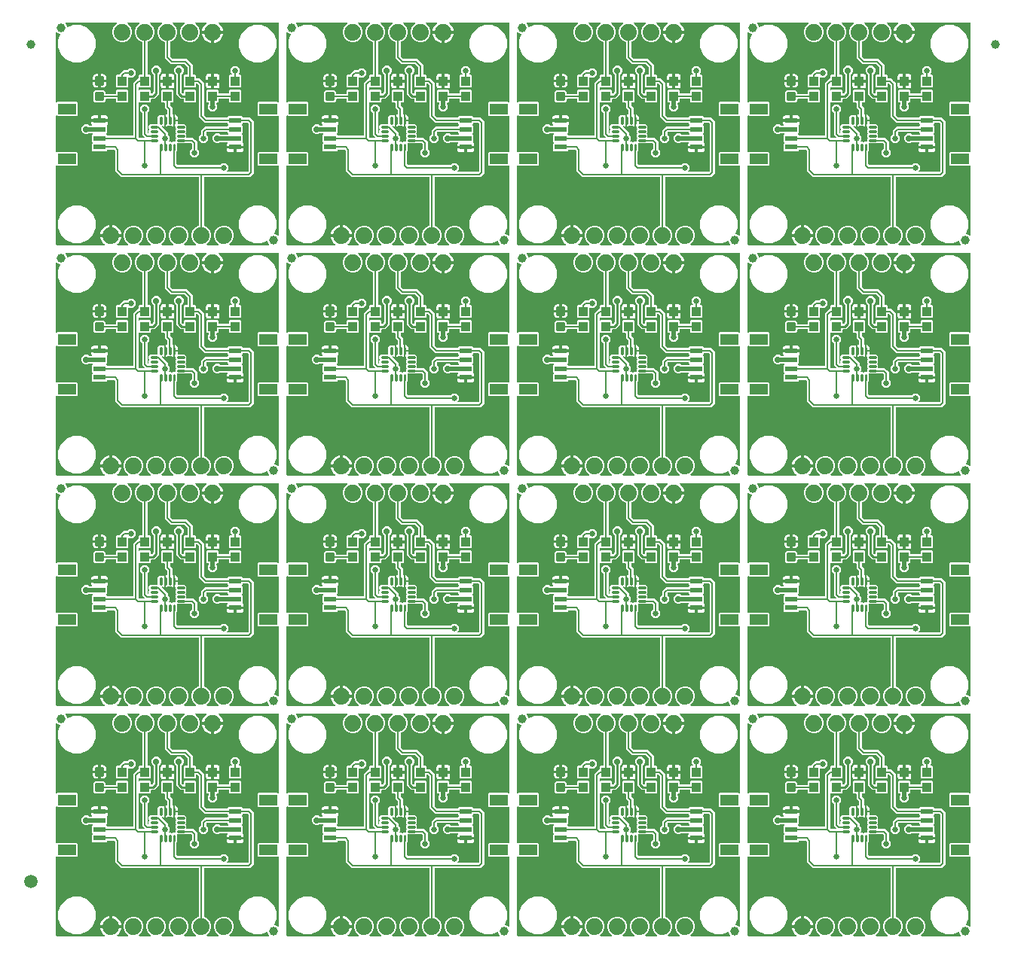
<source format=gtl>
G04 EAGLE Gerber RS-274X export*
G75*
%MOMM*%
%FSLAX34Y34*%
%LPD*%
%INTop Copper*%
%IPPOS*%
%AMOC8*
5,1,8,0,0,1.08239X$1,22.5*%
G01*
%ADD10R,1.000000X1.100000*%
%ADD11C,0.300000*%
%ADD12C,1.000000*%
%ADD13R,2.000000X1.200000*%
%ADD14R,1.350000X0.600000*%
%ADD15C,1.879600*%
%ADD16C,0.225000*%
%ADD17C,1.500000*%
%ADD18C,0.660400*%
%ADD19C,0.508000*%
%ADD20C,0.736600*%
%ADD21C,0.203200*%
%ADD22C,0.254000*%

G36*
X314965Y1780D02*
X314965Y1780D01*
X314973Y1779D01*
X315087Y1800D01*
X315200Y1818D01*
X315207Y1822D01*
X315215Y1824D01*
X315316Y1880D01*
X315418Y1934D01*
X315423Y1939D01*
X315430Y1943D01*
X315508Y2028D01*
X315587Y2112D01*
X315590Y2119D01*
X315596Y2125D01*
X315642Y2231D01*
X315691Y2335D01*
X315692Y2343D01*
X315695Y2350D01*
X315705Y2465D01*
X315718Y2579D01*
X315716Y2587D01*
X315717Y2595D01*
X315690Y2708D01*
X315666Y2820D01*
X315661Y2827D01*
X315660Y2834D01*
X315598Y2933D01*
X315539Y3031D01*
X315533Y3036D01*
X315529Y3043D01*
X315405Y3156D01*
X314802Y3594D01*
X313474Y4922D01*
X312369Y6443D01*
X311516Y8117D01*
X310935Y9904D01*
X310734Y11177D01*
X321818Y11177D01*
X321838Y11180D01*
X321857Y11178D01*
X321959Y11200D01*
X322061Y11217D01*
X322078Y11226D01*
X322098Y11230D01*
X322187Y11283D01*
X322278Y11332D01*
X322292Y11346D01*
X322309Y11356D01*
X322376Y11435D01*
X322447Y11510D01*
X322456Y11528D01*
X322469Y11543D01*
X322507Y11639D01*
X322551Y11733D01*
X322553Y11753D01*
X322561Y11771D01*
X322579Y11938D01*
X322579Y12701D01*
X322581Y12701D01*
X322581Y11938D01*
X322584Y11918D01*
X322582Y11899D01*
X322604Y11797D01*
X322621Y11695D01*
X322630Y11678D01*
X322634Y11658D01*
X322687Y11569D01*
X322736Y11478D01*
X322750Y11464D01*
X322760Y11447D01*
X322839Y11380D01*
X322914Y11309D01*
X322932Y11300D01*
X322947Y11287D01*
X323043Y11248D01*
X323137Y11205D01*
X323157Y11203D01*
X323175Y11195D01*
X323342Y11177D01*
X334426Y11177D01*
X334225Y9904D01*
X333644Y8117D01*
X332791Y6443D01*
X331686Y4922D01*
X330358Y3594D01*
X329755Y3156D01*
X329749Y3150D01*
X329742Y3146D01*
X329663Y3063D01*
X329582Y2981D01*
X329578Y2974D01*
X329573Y2968D01*
X329525Y2864D01*
X329474Y2760D01*
X329473Y2752D01*
X329469Y2745D01*
X329457Y2631D01*
X329442Y2516D01*
X329443Y2508D01*
X329442Y2501D01*
X329467Y2388D01*
X329489Y2275D01*
X329493Y2268D01*
X329494Y2260D01*
X329554Y2161D01*
X329611Y2061D01*
X329617Y2056D01*
X329621Y2049D01*
X329709Y1974D01*
X329794Y1897D01*
X329801Y1894D01*
X329808Y1889D01*
X329915Y1846D01*
X330020Y1801D01*
X330028Y1800D01*
X330036Y1797D01*
X330202Y1779D01*
X341313Y1779D01*
X341409Y1794D01*
X341506Y1804D01*
X341530Y1814D01*
X341556Y1818D01*
X341642Y1864D01*
X341731Y1904D01*
X341750Y1921D01*
X341773Y1934D01*
X341840Y2004D01*
X341912Y2070D01*
X341925Y2093D01*
X341943Y2112D01*
X341984Y2200D01*
X342031Y2286D01*
X342035Y2311D01*
X342046Y2335D01*
X342057Y2432D01*
X342074Y2528D01*
X342070Y2554D01*
X342073Y2579D01*
X342053Y2675D01*
X342038Y2771D01*
X342027Y2794D01*
X342021Y2820D01*
X341971Y2903D01*
X341927Y2990D01*
X341908Y3009D01*
X341895Y3031D01*
X341821Y3094D01*
X341751Y3163D01*
X341723Y3178D01*
X341708Y3191D01*
X341677Y3203D01*
X341662Y3211D01*
X338505Y6369D01*
X336803Y10477D01*
X336803Y14923D01*
X338505Y19031D01*
X341649Y22175D01*
X345757Y23877D01*
X350203Y23877D01*
X354311Y22175D01*
X357455Y19031D01*
X359157Y14923D01*
X359157Y10477D01*
X357455Y6369D01*
X354287Y3201D01*
X354273Y3192D01*
X354187Y3146D01*
X354169Y3128D01*
X354147Y3114D01*
X354084Y3039D01*
X354017Y2968D01*
X354006Y2944D01*
X353990Y2924D01*
X353955Y2833D01*
X353914Y2745D01*
X353911Y2719D01*
X353902Y2695D01*
X353897Y2597D01*
X353887Y2501D01*
X353892Y2475D01*
X353891Y2449D01*
X353918Y2355D01*
X353939Y2260D01*
X353952Y2238D01*
X353960Y2213D01*
X354015Y2133D01*
X354065Y2049D01*
X354085Y2032D01*
X354100Y2011D01*
X354178Y1953D01*
X354252Y1889D01*
X354276Y1879D01*
X354297Y1864D01*
X354390Y1834D01*
X354480Y1797D01*
X354513Y1794D01*
X354531Y1788D01*
X354564Y1788D01*
X354647Y1779D01*
X366713Y1779D01*
X366809Y1794D01*
X366906Y1804D01*
X366930Y1814D01*
X366956Y1818D01*
X367042Y1864D01*
X367131Y1904D01*
X367150Y1921D01*
X367173Y1934D01*
X367240Y2004D01*
X367312Y2070D01*
X367325Y2093D01*
X367343Y2112D01*
X367384Y2200D01*
X367431Y2286D01*
X367435Y2311D01*
X367446Y2335D01*
X367457Y2432D01*
X367474Y2528D01*
X367470Y2554D01*
X367473Y2579D01*
X367453Y2675D01*
X367438Y2771D01*
X367427Y2794D01*
X367421Y2820D01*
X367371Y2903D01*
X367327Y2990D01*
X367308Y3009D01*
X367295Y3031D01*
X367221Y3094D01*
X367151Y3163D01*
X367123Y3178D01*
X367108Y3191D01*
X367077Y3203D01*
X367062Y3211D01*
X363905Y6369D01*
X362203Y10477D01*
X362203Y14923D01*
X363905Y19031D01*
X367049Y22175D01*
X371157Y23877D01*
X375603Y23877D01*
X379711Y22175D01*
X382855Y19031D01*
X384557Y14923D01*
X384557Y10477D01*
X382855Y6369D01*
X379687Y3201D01*
X379673Y3192D01*
X379587Y3146D01*
X379569Y3128D01*
X379547Y3114D01*
X379484Y3039D01*
X379417Y2968D01*
X379406Y2944D01*
X379390Y2924D01*
X379355Y2833D01*
X379314Y2745D01*
X379311Y2719D01*
X379302Y2695D01*
X379297Y2597D01*
X379287Y2501D01*
X379292Y2475D01*
X379291Y2449D01*
X379318Y2355D01*
X379339Y2260D01*
X379352Y2238D01*
X379360Y2213D01*
X379415Y2133D01*
X379465Y2049D01*
X379485Y2032D01*
X379500Y2011D01*
X379578Y1953D01*
X379652Y1889D01*
X379676Y1879D01*
X379697Y1864D01*
X379790Y1834D01*
X379880Y1797D01*
X379913Y1794D01*
X379931Y1788D01*
X379964Y1788D01*
X380047Y1779D01*
X392113Y1779D01*
X392209Y1794D01*
X392306Y1804D01*
X392330Y1814D01*
X392356Y1818D01*
X392442Y1864D01*
X392531Y1904D01*
X392550Y1921D01*
X392573Y1934D01*
X392640Y2004D01*
X392712Y2070D01*
X392725Y2093D01*
X392743Y2112D01*
X392784Y2200D01*
X392831Y2286D01*
X392835Y2311D01*
X392846Y2335D01*
X392857Y2432D01*
X392874Y2528D01*
X392870Y2554D01*
X392873Y2579D01*
X392853Y2675D01*
X392838Y2771D01*
X392827Y2794D01*
X392821Y2820D01*
X392771Y2903D01*
X392727Y2990D01*
X392708Y3009D01*
X392695Y3031D01*
X392621Y3094D01*
X392551Y3163D01*
X392523Y3178D01*
X392508Y3191D01*
X392477Y3203D01*
X392462Y3211D01*
X389305Y6369D01*
X387603Y10477D01*
X387603Y14923D01*
X389305Y19031D01*
X392449Y22175D01*
X396557Y23877D01*
X401003Y23877D01*
X405111Y22175D01*
X408255Y19031D01*
X409957Y14923D01*
X409957Y10477D01*
X408255Y6369D01*
X405087Y3201D01*
X405073Y3192D01*
X404987Y3146D01*
X404969Y3128D01*
X404947Y3114D01*
X404884Y3039D01*
X404817Y2968D01*
X404806Y2944D01*
X404790Y2924D01*
X404755Y2833D01*
X404714Y2745D01*
X404711Y2719D01*
X404702Y2695D01*
X404697Y2597D01*
X404687Y2501D01*
X404692Y2475D01*
X404691Y2449D01*
X404718Y2355D01*
X404739Y2260D01*
X404752Y2238D01*
X404760Y2213D01*
X404815Y2133D01*
X404865Y2049D01*
X404885Y2032D01*
X404900Y2011D01*
X404978Y1953D01*
X405052Y1889D01*
X405076Y1879D01*
X405097Y1864D01*
X405190Y1834D01*
X405280Y1797D01*
X405313Y1794D01*
X405331Y1788D01*
X405364Y1788D01*
X405447Y1779D01*
X417513Y1779D01*
X417609Y1794D01*
X417706Y1804D01*
X417730Y1814D01*
X417756Y1818D01*
X417842Y1864D01*
X417931Y1904D01*
X417950Y1921D01*
X417973Y1934D01*
X418040Y2004D01*
X418112Y2070D01*
X418125Y2093D01*
X418143Y2112D01*
X418184Y2200D01*
X418231Y2286D01*
X418235Y2311D01*
X418246Y2335D01*
X418257Y2432D01*
X418274Y2528D01*
X418270Y2554D01*
X418273Y2579D01*
X418253Y2675D01*
X418238Y2771D01*
X418227Y2794D01*
X418221Y2820D01*
X418171Y2903D01*
X418127Y2990D01*
X418108Y3009D01*
X418095Y3031D01*
X418021Y3094D01*
X417951Y3163D01*
X417923Y3178D01*
X417908Y3191D01*
X417877Y3203D01*
X417862Y3211D01*
X414705Y6369D01*
X413003Y10477D01*
X413003Y14923D01*
X414705Y19031D01*
X417849Y22175D01*
X420915Y23445D01*
X421014Y23507D01*
X421115Y23567D01*
X421119Y23572D01*
X421124Y23575D01*
X421199Y23665D01*
X421275Y23754D01*
X421277Y23760D01*
X421281Y23764D01*
X421323Y23873D01*
X421367Y23982D01*
X421368Y23989D01*
X421369Y23994D01*
X421370Y24012D01*
X421385Y24149D01*
X421385Y77724D01*
X421382Y77744D01*
X421384Y77763D01*
X421362Y77865D01*
X421346Y77967D01*
X421336Y77984D01*
X421332Y78004D01*
X421279Y78093D01*
X421230Y78184D01*
X421216Y78198D01*
X421206Y78215D01*
X421127Y78282D01*
X421052Y78354D01*
X421034Y78362D01*
X421019Y78375D01*
X420923Y78414D01*
X420829Y78457D01*
X420809Y78459D01*
X420791Y78467D01*
X420624Y78485D01*
X334122Y78485D01*
X327405Y85202D01*
X327405Y107747D01*
X327391Y107837D01*
X327383Y107928D01*
X327371Y107958D01*
X327366Y107990D01*
X327323Y108070D01*
X327287Y108154D01*
X327261Y108186D01*
X327250Y108207D01*
X327227Y108229D01*
X327182Y108285D01*
X326485Y108982D01*
X326411Y109035D01*
X326342Y109095D01*
X326312Y109107D01*
X326286Y109126D01*
X326199Y109153D01*
X326114Y109187D01*
X326073Y109191D01*
X326051Y109198D01*
X326018Y109197D01*
X325947Y109205D01*
X319170Y109205D01*
X319150Y109202D01*
X319131Y109204D01*
X319029Y109182D01*
X318927Y109166D01*
X318910Y109156D01*
X318890Y109152D01*
X318801Y109099D01*
X318710Y109050D01*
X318696Y109036D01*
X318679Y109026D01*
X318612Y108947D01*
X318540Y108872D01*
X318532Y108854D01*
X318519Y108839D01*
X318480Y108743D01*
X318437Y108649D01*
X318435Y108629D01*
X318427Y108611D01*
X318409Y108444D01*
X318409Y108263D01*
X317367Y107221D01*
X302393Y107221D01*
X301351Y108263D01*
X301351Y115737D01*
X302076Y116462D01*
X302088Y116478D01*
X302103Y116490D01*
X302159Y116578D01*
X302220Y116661D01*
X302226Y116680D01*
X302236Y116697D01*
X302262Y116798D01*
X302292Y116897D01*
X302292Y116916D01*
X302296Y116936D01*
X302288Y117039D01*
X302286Y117142D01*
X302279Y117161D01*
X302277Y117181D01*
X302237Y117276D01*
X302201Y117373D01*
X302189Y117389D01*
X302181Y117407D01*
X302076Y117538D01*
X301351Y118263D01*
X301351Y125737D01*
X301996Y126382D01*
X302038Y126440D01*
X302087Y126492D01*
X302109Y126539D01*
X302140Y126581D01*
X302161Y126650D01*
X302191Y126715D01*
X302197Y126767D01*
X302212Y126817D01*
X302210Y126888D01*
X302218Y126959D01*
X302207Y127010D01*
X302206Y127062D01*
X302181Y127130D01*
X302166Y127200D01*
X302139Y127245D01*
X302121Y127293D01*
X302076Y127349D01*
X302040Y127411D01*
X302000Y127445D01*
X301968Y127485D01*
X301907Y127524D01*
X301853Y127571D01*
X301804Y127590D01*
X301761Y127618D01*
X301691Y127636D01*
X301625Y127663D01*
X301553Y127671D01*
X301522Y127679D01*
X301499Y127677D01*
X301458Y127681D01*
X298281Y127681D01*
X298191Y127667D01*
X298100Y127659D01*
X298070Y127647D01*
X298038Y127642D01*
X297957Y127599D01*
X297873Y127563D01*
X297841Y127537D01*
X297821Y127526D01*
X297798Y127503D01*
X297742Y127458D01*
X297734Y127450D01*
X295726Y126618D01*
X293554Y126618D01*
X291546Y127450D01*
X290010Y128986D01*
X289178Y130994D01*
X289178Y133166D01*
X290010Y135174D01*
X291546Y136710D01*
X293554Y137542D01*
X295726Y137542D01*
X297734Y136710D01*
X297902Y136542D01*
X297976Y136489D01*
X298046Y136429D01*
X298076Y136417D01*
X298102Y136398D01*
X298189Y136371D01*
X298274Y136337D01*
X298315Y136333D01*
X298337Y136326D01*
X298369Y136327D01*
X298441Y136319D01*
X300426Y136319D01*
X300520Y136334D01*
X300615Y136343D01*
X300641Y136354D01*
X300668Y136358D01*
X300753Y136403D01*
X300840Y136441D01*
X300861Y136460D01*
X300886Y136474D01*
X300952Y136543D01*
X301022Y136607D01*
X301036Y136631D01*
X301055Y136652D01*
X301095Y136738D01*
X301142Y136822D01*
X301147Y136849D01*
X301159Y136875D01*
X301169Y136970D01*
X301187Y137063D01*
X301183Y137091D01*
X301186Y137119D01*
X301166Y137213D01*
X301152Y137307D01*
X301138Y137339D01*
X301134Y137360D01*
X301117Y137388D01*
X301085Y137461D01*
X300762Y138019D01*
X300589Y138666D01*
X300589Y140501D01*
X309142Y140501D01*
X309161Y140504D01*
X309181Y140502D01*
X309283Y140524D01*
X309385Y140540D01*
X309402Y140550D01*
X309422Y140554D01*
X309511Y140607D01*
X309602Y140656D01*
X309616Y140670D01*
X309633Y140680D01*
X309700Y140759D01*
X309771Y140834D01*
X309780Y140852D01*
X309793Y140867D01*
X309831Y140963D01*
X309875Y141057D01*
X309877Y141077D01*
X309884Y141095D01*
X309897Y141019D01*
X309906Y141002D01*
X309910Y140982D01*
X309963Y140893D01*
X310012Y140802D01*
X310026Y140788D01*
X310036Y140771D01*
X310115Y140704D01*
X310190Y140632D01*
X310208Y140624D01*
X310223Y140611D01*
X310320Y140572D01*
X310413Y140529D01*
X310433Y140527D01*
X310451Y140519D01*
X310618Y140501D01*
X319171Y140501D01*
X319171Y138666D01*
X318998Y138019D01*
X318663Y137440D01*
X318223Y136999D01*
X318211Y136983D01*
X318195Y136971D01*
X318139Y136883D01*
X318079Y136800D01*
X318073Y136781D01*
X318062Y136764D01*
X318037Y136664D01*
X318007Y136565D01*
X318007Y136545D01*
X318002Y136525D01*
X318010Y136422D01*
X318013Y136319D01*
X318020Y136300D01*
X318021Y136280D01*
X318062Y136185D01*
X318098Y136088D01*
X318110Y136072D01*
X318118Y136054D01*
X318223Y135923D01*
X318409Y135737D01*
X318409Y128263D01*
X317684Y127538D01*
X317672Y127522D01*
X317657Y127510D01*
X317601Y127422D01*
X317540Y127339D01*
X317534Y127320D01*
X317524Y127303D01*
X317498Y127202D01*
X317468Y127103D01*
X317468Y127084D01*
X317464Y127064D01*
X317472Y126961D01*
X317474Y126858D01*
X317481Y126839D01*
X317483Y126819D01*
X317523Y126724D01*
X317559Y126627D01*
X317571Y126611D01*
X317579Y126593D01*
X317684Y126462D01*
X318409Y125737D01*
X318409Y125556D01*
X318412Y125536D01*
X318410Y125517D01*
X318432Y125415D01*
X318448Y125313D01*
X318458Y125296D01*
X318462Y125276D01*
X318515Y125187D01*
X318564Y125096D01*
X318578Y125082D01*
X318588Y125065D01*
X318667Y124998D01*
X318742Y124926D01*
X318760Y124918D01*
X318775Y124905D01*
X318871Y124866D01*
X318965Y124823D01*
X318985Y124821D01*
X319003Y124813D01*
X319170Y124795D01*
X346964Y124795D01*
X346984Y124798D01*
X347003Y124796D01*
X347105Y124818D01*
X347207Y124834D01*
X347224Y124844D01*
X347244Y124848D01*
X347333Y124901D01*
X347424Y124950D01*
X347438Y124964D01*
X347455Y124974D01*
X347522Y125053D01*
X347594Y125128D01*
X347602Y125146D01*
X347615Y125161D01*
X347654Y125257D01*
X347697Y125351D01*
X347699Y125371D01*
X347707Y125389D01*
X347725Y125556D01*
X347725Y184038D01*
X352782Y189095D01*
X353140Y189095D01*
X353160Y189098D01*
X353179Y189096D01*
X353281Y189118D01*
X353383Y189134D01*
X353400Y189144D01*
X353420Y189148D01*
X353509Y189201D01*
X353600Y189250D01*
X353614Y189264D01*
X353631Y189274D01*
X353698Y189353D01*
X353770Y189428D01*
X353778Y189446D01*
X353791Y189461D01*
X353830Y189557D01*
X353873Y189651D01*
X353875Y189671D01*
X353883Y189689D01*
X353901Y189856D01*
X353901Y192537D01*
X354943Y193579D01*
X357124Y193579D01*
X357144Y193582D01*
X357163Y193580D01*
X357265Y193602D01*
X357367Y193618D01*
X357384Y193628D01*
X357404Y193632D01*
X357493Y193685D01*
X357584Y193734D01*
X357598Y193748D01*
X357615Y193758D01*
X357682Y193837D01*
X357754Y193912D01*
X357762Y193930D01*
X357775Y193945D01*
X357814Y194041D01*
X357857Y194135D01*
X357859Y194155D01*
X357867Y194173D01*
X357885Y194340D01*
X357885Y229851D01*
X357866Y229966D01*
X357849Y230082D01*
X357847Y230088D01*
X357846Y230094D01*
X357791Y230197D01*
X357738Y230302D01*
X357733Y230306D01*
X357730Y230311D01*
X357646Y230391D01*
X357562Y230474D01*
X357556Y230477D01*
X357552Y230481D01*
X357535Y230489D01*
X357415Y230555D01*
X354349Y231825D01*
X351205Y234969D01*
X349503Y239077D01*
X349503Y243523D01*
X351205Y247631D01*
X354373Y250799D01*
X354387Y250808D01*
X354473Y250854D01*
X354491Y250872D01*
X354513Y250886D01*
X354576Y250961D01*
X354643Y251032D01*
X354654Y251056D01*
X354670Y251076D01*
X354705Y251166D01*
X354746Y251255D01*
X354749Y251281D01*
X354758Y251305D01*
X354763Y251403D01*
X354773Y251499D01*
X354768Y251525D01*
X354769Y251551D01*
X354742Y251645D01*
X354721Y251740D01*
X354708Y251762D01*
X354700Y251787D01*
X354645Y251867D01*
X354595Y251951D01*
X354575Y251968D01*
X354560Y251989D01*
X354482Y252047D01*
X354408Y252111D01*
X354384Y252121D01*
X354363Y252136D01*
X354270Y252166D01*
X354180Y252203D01*
X354147Y252206D01*
X354129Y252212D01*
X354096Y252212D01*
X354013Y252221D01*
X341947Y252221D01*
X341851Y252206D01*
X341754Y252196D01*
X341730Y252186D01*
X341704Y252182D01*
X341618Y252136D01*
X341529Y252096D01*
X341510Y252079D01*
X341487Y252066D01*
X341420Y251996D01*
X341348Y251930D01*
X341335Y251907D01*
X341317Y251888D01*
X341276Y251800D01*
X341229Y251714D01*
X341225Y251689D01*
X341214Y251665D01*
X341203Y251568D01*
X341186Y251472D01*
X341190Y251446D01*
X341187Y251421D01*
X341207Y251325D01*
X341222Y251229D01*
X341233Y251206D01*
X341239Y251180D01*
X341289Y251097D01*
X341333Y251010D01*
X341352Y250991D01*
X341365Y250969D01*
X341439Y250906D01*
X341509Y250837D01*
X341537Y250822D01*
X341552Y250809D01*
X341583Y250797D01*
X341598Y250789D01*
X344755Y247631D01*
X346457Y243523D01*
X346457Y239077D01*
X344755Y234969D01*
X341611Y231825D01*
X337503Y230123D01*
X333057Y230123D01*
X328949Y231825D01*
X325805Y234969D01*
X324103Y239077D01*
X324103Y243523D01*
X325805Y247631D01*
X328973Y250799D01*
X328987Y250808D01*
X329073Y250854D01*
X329091Y250872D01*
X329113Y250886D01*
X329176Y250961D01*
X329243Y251032D01*
X329254Y251056D01*
X329270Y251076D01*
X329305Y251166D01*
X329346Y251255D01*
X329349Y251281D01*
X329358Y251305D01*
X329363Y251403D01*
X329373Y251499D01*
X329368Y251525D01*
X329369Y251551D01*
X329342Y251645D01*
X329321Y251740D01*
X329308Y251762D01*
X329300Y251787D01*
X329245Y251867D01*
X329195Y251951D01*
X329175Y251968D01*
X329160Y251989D01*
X329082Y252047D01*
X329008Y252111D01*
X328984Y252121D01*
X328963Y252136D01*
X328870Y252166D01*
X328780Y252203D01*
X328747Y252206D01*
X328729Y252212D01*
X328696Y252212D01*
X328613Y252221D01*
X272283Y252221D01*
X272212Y252210D01*
X272141Y252208D01*
X272092Y252190D01*
X272040Y252182D01*
X271977Y252148D01*
X271910Y252123D01*
X271869Y252091D01*
X271823Y252066D01*
X271774Y252014D01*
X271718Y251970D01*
X271689Y251926D01*
X271654Y251888D01*
X271623Y251823D01*
X271585Y251763D01*
X271572Y251712D01*
X271550Y251665D01*
X271542Y251594D01*
X271525Y251524D01*
X271529Y251472D01*
X271523Y251421D01*
X271538Y251350D01*
X271544Y251279D01*
X271564Y251231D01*
X271575Y251180D01*
X271612Y251119D01*
X271640Y251053D01*
X271685Y250997D01*
X271701Y250969D01*
X271719Y250954D01*
X271745Y250922D01*
X272447Y250220D01*
X273493Y247693D01*
X273504Y247676D01*
X273509Y247657D01*
X273568Y247572D01*
X273623Y247484D01*
X273638Y247471D01*
X273650Y247455D01*
X273733Y247393D01*
X273813Y247327D01*
X273831Y247320D01*
X273847Y247308D01*
X273946Y247276D01*
X274042Y247239D01*
X274062Y247238D01*
X274081Y247232D01*
X274185Y247233D01*
X274288Y247228D01*
X274307Y247234D01*
X274327Y247234D01*
X274488Y247281D01*
X280286Y249683D01*
X288674Y249683D01*
X296422Y246473D01*
X302353Y240542D01*
X305563Y232794D01*
X305563Y224406D01*
X302353Y216658D01*
X296422Y210727D01*
X288674Y207517D01*
X280286Y207517D01*
X272538Y210727D01*
X266607Y216658D01*
X263397Y224406D01*
X263397Y232794D01*
X265799Y238592D01*
X265804Y238611D01*
X265813Y238629D01*
X265832Y238731D01*
X265855Y238831D01*
X265853Y238851D01*
X265857Y238871D01*
X265842Y238973D01*
X265832Y239076D01*
X265824Y239095D01*
X265821Y239114D01*
X265774Y239207D01*
X265732Y239301D01*
X265719Y239316D01*
X265710Y239333D01*
X265636Y239406D01*
X265566Y239482D01*
X265548Y239492D01*
X265534Y239506D01*
X265387Y239587D01*
X262860Y240633D01*
X262158Y241335D01*
X262100Y241377D01*
X262048Y241426D01*
X262001Y241448D01*
X261959Y241479D01*
X261890Y241500D01*
X261825Y241530D01*
X261773Y241536D01*
X261723Y241551D01*
X261652Y241549D01*
X261581Y241557D01*
X261530Y241546D01*
X261478Y241545D01*
X261410Y241520D01*
X261340Y241505D01*
X261295Y241478D01*
X261247Y241460D01*
X261191Y241415D01*
X261129Y241379D01*
X261095Y241339D01*
X261055Y241307D01*
X261016Y241246D01*
X260969Y241192D01*
X260950Y241143D01*
X260922Y241100D01*
X260904Y241030D01*
X260877Y240964D01*
X260869Y240892D01*
X260861Y240861D01*
X260863Y240838D01*
X260859Y240797D01*
X260859Y163082D01*
X260870Y163011D01*
X260872Y162940D01*
X260890Y162891D01*
X260898Y162839D01*
X260932Y162776D01*
X260957Y162709D01*
X260989Y162668D01*
X261014Y162622D01*
X261066Y162573D01*
X261110Y162517D01*
X261154Y162488D01*
X261192Y162453D01*
X261257Y162422D01*
X261317Y162384D01*
X261368Y162371D01*
X261415Y162349D01*
X261486Y162341D01*
X261556Y162324D01*
X261608Y162328D01*
X261659Y162322D01*
X261730Y162337D01*
X261801Y162343D01*
X261849Y162363D01*
X261900Y162374D01*
X261961Y162411D01*
X262027Y162439D01*
X262083Y162484D01*
X262111Y162500D01*
X262126Y162518D01*
X262158Y162544D01*
X262393Y162779D01*
X283867Y162779D01*
X284909Y161737D01*
X284909Y148263D01*
X283867Y147221D01*
X262393Y147221D01*
X262158Y147456D01*
X262100Y147498D01*
X262048Y147547D01*
X262001Y147569D01*
X261959Y147600D01*
X261890Y147621D01*
X261825Y147651D01*
X261773Y147657D01*
X261723Y147672D01*
X261652Y147670D01*
X261581Y147678D01*
X261530Y147667D01*
X261478Y147666D01*
X261410Y147641D01*
X261340Y147626D01*
X261295Y147599D01*
X261247Y147581D01*
X261191Y147537D01*
X261129Y147500D01*
X261095Y147460D01*
X261055Y147428D01*
X261016Y147367D01*
X260969Y147313D01*
X260950Y147264D01*
X260922Y147221D01*
X260904Y147151D01*
X260877Y147085D01*
X260869Y147013D01*
X260861Y146982D01*
X260863Y146959D01*
X260859Y146918D01*
X260859Y107082D01*
X260870Y107011D01*
X260872Y106940D01*
X260890Y106891D01*
X260898Y106839D01*
X260932Y106776D01*
X260957Y106709D01*
X260989Y106668D01*
X261014Y106622D01*
X261066Y106573D01*
X261110Y106517D01*
X261154Y106488D01*
X261192Y106453D01*
X261257Y106422D01*
X261317Y106384D01*
X261368Y106371D01*
X261415Y106349D01*
X261486Y106341D01*
X261556Y106324D01*
X261608Y106328D01*
X261659Y106322D01*
X261730Y106337D01*
X261801Y106343D01*
X261849Y106363D01*
X261900Y106374D01*
X261961Y106411D01*
X262027Y106439D01*
X262083Y106484D01*
X262111Y106500D01*
X262126Y106518D01*
X262158Y106544D01*
X262393Y106779D01*
X283867Y106779D01*
X284909Y105737D01*
X284909Y92263D01*
X283867Y91221D01*
X262393Y91221D01*
X262158Y91456D01*
X262100Y91498D01*
X262048Y91547D01*
X262001Y91569D01*
X261959Y91600D01*
X261890Y91621D01*
X261825Y91651D01*
X261773Y91657D01*
X261723Y91672D01*
X261652Y91670D01*
X261581Y91678D01*
X261530Y91667D01*
X261478Y91666D01*
X261410Y91641D01*
X261340Y91626D01*
X261295Y91599D01*
X261247Y91581D01*
X261191Y91537D01*
X261129Y91500D01*
X261095Y91460D01*
X261055Y91428D01*
X261016Y91367D01*
X260969Y91313D01*
X260950Y91264D01*
X260922Y91221D01*
X260904Y91151D01*
X260877Y91085D01*
X260869Y91013D01*
X260861Y90982D01*
X260863Y90959D01*
X260859Y90918D01*
X260859Y2540D01*
X260862Y2520D01*
X260860Y2501D01*
X260882Y2399D01*
X260898Y2297D01*
X260908Y2280D01*
X260912Y2260D01*
X260965Y2171D01*
X261014Y2080D01*
X261028Y2066D01*
X261038Y2049D01*
X261117Y1982D01*
X261192Y1910D01*
X261210Y1902D01*
X261225Y1889D01*
X261321Y1850D01*
X261415Y1807D01*
X261435Y1805D01*
X261453Y1797D01*
X261620Y1779D01*
X314958Y1779D01*
X314965Y1780D01*
G37*
G36*
X55885Y779020D02*
X55885Y779020D01*
X55893Y779019D01*
X56007Y779040D01*
X56120Y779058D01*
X56127Y779062D01*
X56135Y779064D01*
X56236Y779120D01*
X56338Y779174D01*
X56343Y779179D01*
X56350Y779183D01*
X56428Y779268D01*
X56507Y779352D01*
X56510Y779359D01*
X56516Y779365D01*
X56562Y779471D01*
X56611Y779575D01*
X56612Y779583D01*
X56615Y779590D01*
X56625Y779705D01*
X56638Y779819D01*
X56636Y779827D01*
X56637Y779835D01*
X56610Y779948D01*
X56586Y780060D01*
X56581Y780067D01*
X56580Y780074D01*
X56518Y780173D01*
X56459Y780271D01*
X56453Y780276D01*
X56449Y780283D01*
X56325Y780396D01*
X55722Y780834D01*
X54394Y782162D01*
X53289Y783683D01*
X52436Y785357D01*
X51855Y787144D01*
X51654Y788417D01*
X62738Y788417D01*
X62758Y788420D01*
X62777Y788418D01*
X62879Y788440D01*
X62981Y788457D01*
X62998Y788466D01*
X63018Y788470D01*
X63107Y788523D01*
X63198Y788572D01*
X63212Y788586D01*
X63229Y788596D01*
X63296Y788675D01*
X63367Y788750D01*
X63376Y788768D01*
X63389Y788783D01*
X63427Y788879D01*
X63471Y788973D01*
X63473Y788993D01*
X63481Y789011D01*
X63499Y789178D01*
X63499Y789941D01*
X63501Y789941D01*
X63501Y789178D01*
X63504Y789158D01*
X63502Y789139D01*
X63524Y789037D01*
X63541Y788935D01*
X63550Y788918D01*
X63554Y788898D01*
X63607Y788809D01*
X63656Y788718D01*
X63670Y788704D01*
X63680Y788687D01*
X63759Y788620D01*
X63834Y788549D01*
X63852Y788540D01*
X63867Y788527D01*
X63963Y788488D01*
X64057Y788445D01*
X64077Y788443D01*
X64095Y788435D01*
X64262Y788417D01*
X75346Y788417D01*
X75145Y787144D01*
X74564Y785357D01*
X73711Y783683D01*
X72606Y782162D01*
X71278Y780834D01*
X70675Y780396D01*
X70669Y780390D01*
X70662Y780386D01*
X70583Y780303D01*
X70502Y780221D01*
X70498Y780214D01*
X70493Y780208D01*
X70445Y780104D01*
X70394Y780000D01*
X70393Y779992D01*
X70389Y779985D01*
X70377Y779871D01*
X70362Y779756D01*
X70363Y779748D01*
X70362Y779741D01*
X70387Y779628D01*
X70409Y779515D01*
X70413Y779508D01*
X70414Y779500D01*
X70474Y779401D01*
X70531Y779301D01*
X70537Y779296D01*
X70541Y779289D01*
X70629Y779214D01*
X70714Y779137D01*
X70721Y779134D01*
X70728Y779129D01*
X70835Y779086D01*
X70940Y779041D01*
X70948Y779040D01*
X70956Y779037D01*
X71122Y779019D01*
X82233Y779019D01*
X82329Y779034D01*
X82426Y779044D01*
X82450Y779054D01*
X82476Y779058D01*
X82562Y779104D01*
X82651Y779144D01*
X82670Y779161D01*
X82693Y779174D01*
X82760Y779244D01*
X82832Y779310D01*
X82845Y779333D01*
X82863Y779352D01*
X82904Y779440D01*
X82951Y779526D01*
X82955Y779551D01*
X82966Y779575D01*
X82977Y779672D01*
X82994Y779768D01*
X82990Y779794D01*
X82993Y779819D01*
X82973Y779915D01*
X82958Y780011D01*
X82947Y780034D01*
X82941Y780060D01*
X82891Y780143D01*
X82847Y780230D01*
X82828Y780249D01*
X82815Y780271D01*
X82741Y780334D01*
X82671Y780403D01*
X82643Y780418D01*
X82628Y780431D01*
X82597Y780443D01*
X82582Y780451D01*
X79425Y783609D01*
X77723Y787717D01*
X77723Y792163D01*
X79425Y796271D01*
X82569Y799415D01*
X86677Y801117D01*
X91123Y801117D01*
X95231Y799415D01*
X98375Y796271D01*
X100077Y792163D01*
X100077Y787717D01*
X98375Y783609D01*
X95207Y780441D01*
X95193Y780432D01*
X95107Y780386D01*
X95089Y780368D01*
X95067Y780354D01*
X95004Y780279D01*
X94937Y780208D01*
X94926Y780184D01*
X94910Y780164D01*
X94875Y780073D01*
X94834Y779985D01*
X94831Y779959D01*
X94822Y779935D01*
X94817Y779837D01*
X94807Y779741D01*
X94812Y779715D01*
X94811Y779689D01*
X94838Y779595D01*
X94859Y779500D01*
X94872Y779478D01*
X94880Y779453D01*
X94935Y779373D01*
X94985Y779289D01*
X95005Y779272D01*
X95020Y779251D01*
X95098Y779193D01*
X95172Y779129D01*
X95196Y779119D01*
X95217Y779104D01*
X95310Y779074D01*
X95400Y779037D01*
X95433Y779034D01*
X95451Y779028D01*
X95484Y779028D01*
X95567Y779019D01*
X107633Y779019D01*
X107729Y779034D01*
X107826Y779044D01*
X107850Y779054D01*
X107876Y779058D01*
X107962Y779104D01*
X108051Y779144D01*
X108070Y779161D01*
X108093Y779174D01*
X108160Y779244D01*
X108232Y779310D01*
X108245Y779333D01*
X108263Y779352D01*
X108304Y779440D01*
X108351Y779526D01*
X108355Y779551D01*
X108366Y779575D01*
X108377Y779672D01*
X108394Y779768D01*
X108390Y779794D01*
X108393Y779819D01*
X108373Y779915D01*
X108358Y780011D01*
X108347Y780034D01*
X108341Y780060D01*
X108291Y780143D01*
X108247Y780230D01*
X108228Y780249D01*
X108215Y780271D01*
X108141Y780334D01*
X108071Y780403D01*
X108043Y780418D01*
X108028Y780431D01*
X107997Y780443D01*
X107982Y780451D01*
X104825Y783609D01*
X103123Y787717D01*
X103123Y792163D01*
X104825Y796271D01*
X107969Y799415D01*
X112077Y801117D01*
X116523Y801117D01*
X120631Y799415D01*
X123775Y796271D01*
X125477Y792163D01*
X125477Y787717D01*
X123775Y783609D01*
X120607Y780441D01*
X120593Y780432D01*
X120507Y780386D01*
X120489Y780368D01*
X120467Y780354D01*
X120404Y780279D01*
X120337Y780208D01*
X120326Y780184D01*
X120310Y780164D01*
X120275Y780073D01*
X120234Y779985D01*
X120231Y779959D01*
X120222Y779935D01*
X120217Y779837D01*
X120207Y779741D01*
X120212Y779715D01*
X120211Y779689D01*
X120238Y779595D01*
X120259Y779500D01*
X120272Y779478D01*
X120280Y779453D01*
X120335Y779373D01*
X120385Y779289D01*
X120405Y779272D01*
X120420Y779251D01*
X120498Y779193D01*
X120572Y779129D01*
X120596Y779119D01*
X120617Y779104D01*
X120710Y779074D01*
X120800Y779037D01*
X120833Y779034D01*
X120851Y779028D01*
X120884Y779028D01*
X120967Y779019D01*
X133033Y779019D01*
X133129Y779034D01*
X133226Y779044D01*
X133250Y779054D01*
X133276Y779058D01*
X133362Y779104D01*
X133451Y779144D01*
X133470Y779161D01*
X133493Y779174D01*
X133560Y779244D01*
X133632Y779310D01*
X133645Y779333D01*
X133663Y779352D01*
X133704Y779440D01*
X133751Y779526D01*
X133755Y779551D01*
X133766Y779575D01*
X133777Y779672D01*
X133794Y779768D01*
X133790Y779794D01*
X133793Y779819D01*
X133773Y779915D01*
X133758Y780011D01*
X133747Y780034D01*
X133741Y780060D01*
X133691Y780143D01*
X133647Y780230D01*
X133628Y780249D01*
X133615Y780271D01*
X133541Y780334D01*
X133471Y780403D01*
X133443Y780418D01*
X133428Y780431D01*
X133397Y780443D01*
X133382Y780451D01*
X130225Y783609D01*
X128523Y787717D01*
X128523Y792163D01*
X130225Y796271D01*
X133369Y799415D01*
X137477Y801117D01*
X141923Y801117D01*
X146031Y799415D01*
X149175Y796271D01*
X150877Y792163D01*
X150877Y787717D01*
X149175Y783609D01*
X146007Y780441D01*
X145993Y780432D01*
X145907Y780386D01*
X145889Y780368D01*
X145867Y780354D01*
X145804Y780279D01*
X145737Y780208D01*
X145726Y780184D01*
X145710Y780164D01*
X145675Y780073D01*
X145634Y779985D01*
X145631Y779959D01*
X145622Y779935D01*
X145617Y779837D01*
X145607Y779741D01*
X145612Y779715D01*
X145611Y779689D01*
X145638Y779595D01*
X145659Y779500D01*
X145672Y779478D01*
X145680Y779453D01*
X145735Y779373D01*
X145785Y779289D01*
X145805Y779272D01*
X145820Y779251D01*
X145898Y779193D01*
X145972Y779129D01*
X145996Y779119D01*
X146017Y779104D01*
X146110Y779074D01*
X146200Y779037D01*
X146233Y779034D01*
X146251Y779028D01*
X146284Y779028D01*
X146367Y779019D01*
X158433Y779019D01*
X158529Y779034D01*
X158626Y779044D01*
X158650Y779054D01*
X158676Y779058D01*
X158762Y779104D01*
X158851Y779144D01*
X158870Y779161D01*
X158893Y779174D01*
X158960Y779244D01*
X159032Y779310D01*
X159045Y779333D01*
X159063Y779352D01*
X159104Y779440D01*
X159151Y779526D01*
X159155Y779551D01*
X159166Y779575D01*
X159177Y779672D01*
X159194Y779768D01*
X159190Y779794D01*
X159193Y779819D01*
X159173Y779915D01*
X159158Y780011D01*
X159147Y780034D01*
X159141Y780060D01*
X159091Y780143D01*
X159047Y780230D01*
X159028Y780249D01*
X159015Y780271D01*
X158941Y780334D01*
X158871Y780403D01*
X158843Y780418D01*
X158828Y780431D01*
X158797Y780443D01*
X158782Y780451D01*
X155625Y783609D01*
X153923Y787717D01*
X153923Y792163D01*
X155625Y796271D01*
X158769Y799415D01*
X161835Y800685D01*
X161934Y800747D01*
X162035Y800807D01*
X162039Y800812D01*
X162044Y800815D01*
X162119Y800905D01*
X162195Y800994D01*
X162197Y801000D01*
X162201Y801004D01*
X162243Y801113D01*
X162287Y801222D01*
X162288Y801229D01*
X162289Y801234D01*
X162290Y801252D01*
X162305Y801389D01*
X162305Y854964D01*
X162302Y854984D01*
X162304Y855003D01*
X162282Y855105D01*
X162266Y855207D01*
X162256Y855224D01*
X162252Y855244D01*
X162199Y855333D01*
X162150Y855424D01*
X162136Y855438D01*
X162126Y855455D01*
X162047Y855522D01*
X161972Y855594D01*
X161954Y855602D01*
X161939Y855615D01*
X161843Y855654D01*
X161749Y855697D01*
X161729Y855699D01*
X161711Y855707D01*
X161544Y855725D01*
X75042Y855725D01*
X68325Y862442D01*
X68325Y884987D01*
X68311Y885077D01*
X68303Y885168D01*
X68291Y885198D01*
X68286Y885230D01*
X68243Y885310D01*
X68207Y885394D01*
X68181Y885426D01*
X68170Y885447D01*
X68147Y885469D01*
X68102Y885525D01*
X67405Y886222D01*
X67331Y886275D01*
X67262Y886335D01*
X67232Y886347D01*
X67206Y886366D01*
X67119Y886393D01*
X67034Y886427D01*
X66993Y886431D01*
X66971Y886438D01*
X66938Y886437D01*
X66867Y886445D01*
X60090Y886445D01*
X60070Y886442D01*
X60051Y886444D01*
X59949Y886422D01*
X59847Y886406D01*
X59830Y886396D01*
X59810Y886392D01*
X59721Y886339D01*
X59630Y886290D01*
X59616Y886276D01*
X59599Y886266D01*
X59532Y886187D01*
X59460Y886112D01*
X59452Y886094D01*
X59439Y886079D01*
X59400Y885983D01*
X59357Y885889D01*
X59355Y885869D01*
X59347Y885851D01*
X59329Y885684D01*
X59329Y885503D01*
X58287Y884461D01*
X43313Y884461D01*
X42271Y885503D01*
X42271Y892977D01*
X42996Y893702D01*
X43008Y893718D01*
X43023Y893730D01*
X43079Y893818D01*
X43140Y893901D01*
X43146Y893920D01*
X43156Y893937D01*
X43182Y894038D01*
X43212Y894137D01*
X43212Y894156D01*
X43216Y894176D01*
X43208Y894279D01*
X43206Y894382D01*
X43199Y894401D01*
X43197Y894421D01*
X43157Y894516D01*
X43121Y894613D01*
X43109Y894629D01*
X43101Y894647D01*
X42996Y894778D01*
X42271Y895503D01*
X42271Y902977D01*
X42916Y903622D01*
X42958Y903680D01*
X43007Y903732D01*
X43029Y903779D01*
X43060Y903821D01*
X43081Y903890D01*
X43111Y903955D01*
X43117Y904007D01*
X43132Y904057D01*
X43130Y904128D01*
X43138Y904199D01*
X43127Y904250D01*
X43126Y904302D01*
X43101Y904370D01*
X43086Y904440D01*
X43059Y904485D01*
X43041Y904533D01*
X42996Y904589D01*
X42960Y904651D01*
X42920Y904685D01*
X42888Y904725D01*
X42827Y904764D01*
X42773Y904811D01*
X42724Y904830D01*
X42681Y904858D01*
X42611Y904876D01*
X42545Y904903D01*
X42473Y904911D01*
X42442Y904919D01*
X42419Y904917D01*
X42378Y904921D01*
X39201Y904921D01*
X39111Y904907D01*
X39020Y904899D01*
X38990Y904887D01*
X38958Y904882D01*
X38877Y904839D01*
X38793Y904803D01*
X38761Y904777D01*
X38741Y904766D01*
X38718Y904743D01*
X38662Y904698D01*
X38654Y904690D01*
X36646Y903858D01*
X34474Y903858D01*
X32466Y904690D01*
X30930Y906226D01*
X30098Y908234D01*
X30098Y910406D01*
X30930Y912414D01*
X32466Y913950D01*
X34474Y914782D01*
X36646Y914782D01*
X38654Y913950D01*
X38822Y913782D01*
X38896Y913729D01*
X38966Y913669D01*
X38996Y913657D01*
X39022Y913638D01*
X39109Y913611D01*
X39194Y913577D01*
X39235Y913573D01*
X39257Y913566D01*
X39289Y913567D01*
X39361Y913559D01*
X41346Y913559D01*
X41440Y913574D01*
X41535Y913583D01*
X41561Y913594D01*
X41588Y913598D01*
X41673Y913643D01*
X41760Y913681D01*
X41781Y913700D01*
X41806Y913714D01*
X41872Y913783D01*
X41942Y913847D01*
X41956Y913871D01*
X41975Y913892D01*
X42015Y913978D01*
X42062Y914062D01*
X42067Y914089D01*
X42079Y914115D01*
X42089Y914210D01*
X42107Y914303D01*
X42103Y914331D01*
X42106Y914359D01*
X42086Y914453D01*
X42072Y914547D01*
X42058Y914579D01*
X42054Y914600D01*
X42037Y914628D01*
X42005Y914701D01*
X41682Y915259D01*
X41509Y915906D01*
X41509Y917741D01*
X50062Y917741D01*
X50081Y917744D01*
X50101Y917742D01*
X50203Y917764D01*
X50305Y917780D01*
X50322Y917790D01*
X50342Y917794D01*
X50431Y917847D01*
X50522Y917896D01*
X50536Y917910D01*
X50553Y917920D01*
X50620Y917999D01*
X50691Y918074D01*
X50700Y918092D01*
X50713Y918107D01*
X50751Y918203D01*
X50795Y918297D01*
X50797Y918317D01*
X50804Y918335D01*
X50817Y918259D01*
X50826Y918242D01*
X50830Y918222D01*
X50883Y918133D01*
X50932Y918042D01*
X50946Y918028D01*
X50956Y918011D01*
X51035Y917944D01*
X51110Y917872D01*
X51128Y917864D01*
X51143Y917851D01*
X51240Y917812D01*
X51333Y917769D01*
X51353Y917767D01*
X51371Y917759D01*
X51538Y917741D01*
X60091Y917741D01*
X60091Y915906D01*
X59918Y915259D01*
X59583Y914680D01*
X59143Y914240D01*
X59131Y914223D01*
X59115Y914211D01*
X59059Y914124D01*
X58999Y914040D01*
X58993Y914021D01*
X58982Y914004D01*
X58957Y913904D01*
X58927Y913805D01*
X58927Y913785D01*
X58922Y913765D01*
X58930Y913662D01*
X58933Y913559D01*
X58940Y913540D01*
X58941Y913520D01*
X58982Y913425D01*
X59018Y913328D01*
X59030Y913312D01*
X59038Y913294D01*
X59143Y913163D01*
X59329Y912977D01*
X59329Y905503D01*
X58604Y904778D01*
X58592Y904762D01*
X58577Y904750D01*
X58521Y904662D01*
X58460Y904579D01*
X58454Y904560D01*
X58444Y904543D01*
X58418Y904442D01*
X58388Y904343D01*
X58388Y904324D01*
X58384Y904304D01*
X58392Y904201D01*
X58394Y904098D01*
X58401Y904079D01*
X58403Y904059D01*
X58443Y903964D01*
X58479Y903867D01*
X58491Y903851D01*
X58499Y903833D01*
X58604Y903702D01*
X59329Y902977D01*
X59329Y902796D01*
X59332Y902776D01*
X59330Y902757D01*
X59352Y902655D01*
X59368Y902553D01*
X59378Y902536D01*
X59382Y902516D01*
X59435Y902427D01*
X59484Y902336D01*
X59498Y902322D01*
X59508Y902305D01*
X59587Y902238D01*
X59662Y902166D01*
X59680Y902158D01*
X59695Y902145D01*
X59791Y902106D01*
X59885Y902063D01*
X59905Y902061D01*
X59923Y902053D01*
X60090Y902035D01*
X87884Y902035D01*
X87904Y902038D01*
X87923Y902036D01*
X88025Y902058D01*
X88127Y902074D01*
X88144Y902084D01*
X88164Y902088D01*
X88253Y902141D01*
X88344Y902190D01*
X88358Y902204D01*
X88375Y902214D01*
X88442Y902293D01*
X88514Y902368D01*
X88522Y902386D01*
X88535Y902401D01*
X88574Y902497D01*
X88617Y902591D01*
X88619Y902611D01*
X88627Y902629D01*
X88645Y902796D01*
X88645Y961278D01*
X93702Y966335D01*
X94060Y966335D01*
X94080Y966338D01*
X94099Y966336D01*
X94201Y966358D01*
X94303Y966374D01*
X94320Y966384D01*
X94340Y966388D01*
X94429Y966441D01*
X94520Y966490D01*
X94534Y966504D01*
X94551Y966514D01*
X94618Y966593D01*
X94690Y966668D01*
X94698Y966686D01*
X94711Y966701D01*
X94750Y966797D01*
X94793Y966891D01*
X94795Y966911D01*
X94803Y966929D01*
X94821Y967096D01*
X94821Y969777D01*
X95863Y970819D01*
X98044Y970819D01*
X98064Y970822D01*
X98083Y970820D01*
X98185Y970842D01*
X98287Y970858D01*
X98304Y970868D01*
X98324Y970872D01*
X98413Y970925D01*
X98504Y970974D01*
X98518Y970988D01*
X98535Y970998D01*
X98602Y971077D01*
X98674Y971152D01*
X98682Y971170D01*
X98695Y971185D01*
X98734Y971281D01*
X98777Y971375D01*
X98779Y971395D01*
X98787Y971413D01*
X98805Y971580D01*
X98805Y1007091D01*
X98786Y1007206D01*
X98769Y1007322D01*
X98767Y1007328D01*
X98766Y1007334D01*
X98711Y1007437D01*
X98658Y1007542D01*
X98653Y1007546D01*
X98650Y1007551D01*
X98566Y1007631D01*
X98482Y1007714D01*
X98476Y1007717D01*
X98472Y1007721D01*
X98455Y1007729D01*
X98335Y1007795D01*
X95269Y1009065D01*
X92125Y1012209D01*
X90423Y1016317D01*
X90423Y1020763D01*
X92125Y1024871D01*
X95293Y1028039D01*
X95307Y1028048D01*
X95393Y1028094D01*
X95411Y1028112D01*
X95433Y1028126D01*
X95496Y1028201D01*
X95563Y1028272D01*
X95574Y1028296D01*
X95590Y1028316D01*
X95625Y1028406D01*
X95666Y1028495D01*
X95669Y1028521D01*
X95678Y1028545D01*
X95683Y1028643D01*
X95693Y1028739D01*
X95688Y1028765D01*
X95689Y1028791D01*
X95662Y1028885D01*
X95641Y1028980D01*
X95628Y1029002D01*
X95620Y1029027D01*
X95565Y1029107D01*
X95515Y1029191D01*
X95495Y1029208D01*
X95480Y1029229D01*
X95402Y1029287D01*
X95328Y1029351D01*
X95304Y1029361D01*
X95283Y1029376D01*
X95190Y1029406D01*
X95100Y1029443D01*
X95067Y1029446D01*
X95049Y1029452D01*
X95016Y1029452D01*
X94933Y1029461D01*
X82867Y1029461D01*
X82771Y1029446D01*
X82674Y1029436D01*
X82650Y1029426D01*
X82624Y1029422D01*
X82538Y1029376D01*
X82449Y1029336D01*
X82430Y1029319D01*
X82407Y1029306D01*
X82340Y1029236D01*
X82268Y1029170D01*
X82255Y1029147D01*
X82237Y1029128D01*
X82196Y1029040D01*
X82149Y1028954D01*
X82145Y1028929D01*
X82134Y1028905D01*
X82123Y1028808D01*
X82106Y1028712D01*
X82110Y1028686D01*
X82107Y1028661D01*
X82127Y1028565D01*
X82142Y1028469D01*
X82153Y1028446D01*
X82159Y1028420D01*
X82209Y1028337D01*
X82253Y1028250D01*
X82272Y1028231D01*
X82285Y1028209D01*
X82359Y1028146D01*
X82429Y1028077D01*
X82457Y1028062D01*
X82472Y1028049D01*
X82503Y1028037D01*
X82518Y1028029D01*
X85675Y1024871D01*
X87377Y1020763D01*
X87377Y1016317D01*
X85675Y1012209D01*
X82531Y1009065D01*
X78423Y1007363D01*
X73977Y1007363D01*
X69869Y1009065D01*
X66725Y1012209D01*
X65023Y1016317D01*
X65023Y1020763D01*
X66725Y1024871D01*
X69893Y1028039D01*
X69907Y1028048D01*
X69993Y1028094D01*
X70011Y1028112D01*
X70033Y1028126D01*
X70096Y1028201D01*
X70163Y1028272D01*
X70174Y1028296D01*
X70190Y1028316D01*
X70225Y1028406D01*
X70266Y1028495D01*
X70269Y1028521D01*
X70278Y1028545D01*
X70283Y1028643D01*
X70293Y1028739D01*
X70288Y1028765D01*
X70289Y1028791D01*
X70262Y1028885D01*
X70241Y1028980D01*
X70228Y1029002D01*
X70220Y1029027D01*
X70165Y1029107D01*
X70115Y1029191D01*
X70095Y1029208D01*
X70080Y1029229D01*
X70002Y1029287D01*
X69928Y1029351D01*
X69904Y1029361D01*
X69883Y1029376D01*
X69790Y1029406D01*
X69700Y1029443D01*
X69667Y1029446D01*
X69649Y1029452D01*
X69616Y1029452D01*
X69533Y1029461D01*
X13203Y1029461D01*
X13132Y1029450D01*
X13061Y1029448D01*
X13012Y1029430D01*
X12960Y1029422D01*
X12897Y1029388D01*
X12830Y1029363D01*
X12789Y1029331D01*
X12743Y1029306D01*
X12694Y1029254D01*
X12638Y1029210D01*
X12609Y1029166D01*
X12574Y1029128D01*
X12543Y1029063D01*
X12505Y1029003D01*
X12492Y1028952D01*
X12470Y1028905D01*
X12462Y1028834D01*
X12445Y1028764D01*
X12449Y1028712D01*
X12443Y1028661D01*
X12458Y1028590D01*
X12464Y1028519D01*
X12484Y1028471D01*
X12495Y1028420D01*
X12532Y1028359D01*
X12560Y1028293D01*
X12605Y1028237D01*
X12621Y1028209D01*
X12639Y1028194D01*
X12665Y1028162D01*
X13367Y1027460D01*
X14413Y1024933D01*
X14424Y1024916D01*
X14429Y1024897D01*
X14488Y1024812D01*
X14543Y1024724D01*
X14558Y1024711D01*
X14570Y1024695D01*
X14653Y1024633D01*
X14733Y1024567D01*
X14751Y1024560D01*
X14767Y1024548D01*
X14866Y1024516D01*
X14962Y1024479D01*
X14982Y1024478D01*
X15001Y1024472D01*
X15105Y1024473D01*
X15208Y1024468D01*
X15227Y1024474D01*
X15247Y1024474D01*
X15408Y1024521D01*
X21206Y1026923D01*
X29594Y1026923D01*
X37342Y1023713D01*
X43273Y1017782D01*
X46483Y1010034D01*
X46483Y1001646D01*
X43273Y993898D01*
X37342Y987967D01*
X29594Y984757D01*
X21206Y984757D01*
X13458Y987967D01*
X7527Y993898D01*
X4317Y1001646D01*
X4317Y1010034D01*
X6719Y1015832D01*
X6724Y1015851D01*
X6733Y1015869D01*
X6752Y1015971D01*
X6775Y1016071D01*
X6773Y1016091D01*
X6777Y1016111D01*
X6762Y1016213D01*
X6752Y1016316D01*
X6744Y1016335D01*
X6741Y1016354D01*
X6694Y1016447D01*
X6652Y1016541D01*
X6639Y1016556D01*
X6630Y1016573D01*
X6556Y1016646D01*
X6486Y1016722D01*
X6468Y1016732D01*
X6454Y1016746D01*
X6307Y1016827D01*
X3780Y1017873D01*
X3078Y1018575D01*
X3020Y1018617D01*
X2968Y1018666D01*
X2921Y1018688D01*
X2879Y1018719D01*
X2810Y1018740D01*
X2745Y1018770D01*
X2693Y1018776D01*
X2643Y1018791D01*
X2572Y1018789D01*
X2501Y1018797D01*
X2450Y1018786D01*
X2398Y1018785D01*
X2330Y1018760D01*
X2260Y1018745D01*
X2215Y1018718D01*
X2167Y1018700D01*
X2111Y1018655D01*
X2049Y1018619D01*
X2015Y1018579D01*
X1975Y1018547D01*
X1936Y1018486D01*
X1889Y1018432D01*
X1870Y1018383D01*
X1842Y1018340D01*
X1824Y1018270D01*
X1797Y1018204D01*
X1789Y1018132D01*
X1781Y1018101D01*
X1783Y1018078D01*
X1779Y1018037D01*
X1779Y940322D01*
X1790Y940251D01*
X1792Y940180D01*
X1810Y940131D01*
X1818Y940079D01*
X1852Y940016D01*
X1877Y939949D01*
X1909Y939908D01*
X1934Y939862D01*
X1986Y939813D01*
X2030Y939757D01*
X2074Y939728D01*
X2112Y939693D01*
X2177Y939662D01*
X2237Y939624D01*
X2288Y939611D01*
X2335Y939589D01*
X2406Y939581D01*
X2476Y939564D01*
X2528Y939568D01*
X2579Y939562D01*
X2650Y939577D01*
X2721Y939583D01*
X2769Y939603D01*
X2820Y939614D01*
X2881Y939651D01*
X2947Y939679D01*
X3003Y939724D01*
X3031Y939740D01*
X3046Y939758D01*
X3078Y939784D01*
X3313Y940019D01*
X24787Y940019D01*
X25829Y938977D01*
X25829Y925503D01*
X24787Y924461D01*
X3313Y924461D01*
X3078Y924696D01*
X3020Y924738D01*
X2968Y924787D01*
X2921Y924809D01*
X2879Y924840D01*
X2810Y924861D01*
X2745Y924891D01*
X2693Y924897D01*
X2643Y924912D01*
X2572Y924910D01*
X2501Y924918D01*
X2450Y924907D01*
X2398Y924906D01*
X2330Y924881D01*
X2260Y924866D01*
X2215Y924839D01*
X2167Y924821D01*
X2111Y924777D01*
X2049Y924740D01*
X2015Y924700D01*
X1975Y924668D01*
X1936Y924607D01*
X1889Y924553D01*
X1870Y924504D01*
X1842Y924461D01*
X1824Y924391D01*
X1797Y924325D01*
X1789Y924253D01*
X1781Y924222D01*
X1783Y924199D01*
X1779Y924158D01*
X1779Y884322D01*
X1790Y884251D01*
X1792Y884180D01*
X1810Y884131D01*
X1818Y884079D01*
X1852Y884016D01*
X1877Y883949D01*
X1909Y883908D01*
X1934Y883862D01*
X1986Y883813D01*
X2030Y883757D01*
X2074Y883728D01*
X2112Y883693D01*
X2177Y883662D01*
X2237Y883624D01*
X2288Y883611D01*
X2335Y883589D01*
X2406Y883581D01*
X2476Y883564D01*
X2528Y883568D01*
X2579Y883562D01*
X2650Y883577D01*
X2721Y883583D01*
X2769Y883603D01*
X2820Y883614D01*
X2881Y883651D01*
X2947Y883679D01*
X3003Y883724D01*
X3031Y883740D01*
X3046Y883758D01*
X3078Y883784D01*
X3313Y884019D01*
X24787Y884019D01*
X25829Y882977D01*
X25829Y869503D01*
X24787Y868461D01*
X3313Y868461D01*
X3078Y868696D01*
X3020Y868738D01*
X2968Y868787D01*
X2921Y868809D01*
X2879Y868840D01*
X2810Y868861D01*
X2745Y868891D01*
X2693Y868897D01*
X2643Y868912D01*
X2572Y868910D01*
X2501Y868918D01*
X2450Y868907D01*
X2398Y868906D01*
X2330Y868881D01*
X2260Y868866D01*
X2215Y868839D01*
X2167Y868821D01*
X2111Y868777D01*
X2049Y868740D01*
X2015Y868700D01*
X1975Y868668D01*
X1936Y868607D01*
X1889Y868553D01*
X1870Y868504D01*
X1842Y868461D01*
X1824Y868391D01*
X1797Y868325D01*
X1789Y868253D01*
X1781Y868222D01*
X1783Y868199D01*
X1779Y868158D01*
X1779Y779780D01*
X1782Y779760D01*
X1780Y779741D01*
X1802Y779639D01*
X1818Y779537D01*
X1828Y779520D01*
X1832Y779500D01*
X1885Y779411D01*
X1934Y779320D01*
X1948Y779306D01*
X1958Y779289D01*
X2037Y779222D01*
X2112Y779150D01*
X2130Y779142D01*
X2145Y779129D01*
X2241Y779090D01*
X2335Y779047D01*
X2355Y779045D01*
X2373Y779037D01*
X2540Y779019D01*
X55878Y779019D01*
X55885Y779020D01*
G37*
G36*
X55885Y1780D02*
X55885Y1780D01*
X55893Y1779D01*
X56007Y1800D01*
X56120Y1818D01*
X56127Y1822D01*
X56135Y1824D01*
X56236Y1880D01*
X56338Y1934D01*
X56343Y1939D01*
X56350Y1943D01*
X56428Y2028D01*
X56507Y2112D01*
X56510Y2119D01*
X56516Y2125D01*
X56562Y2231D01*
X56611Y2335D01*
X56612Y2343D01*
X56615Y2350D01*
X56625Y2465D01*
X56638Y2579D01*
X56636Y2587D01*
X56637Y2595D01*
X56610Y2708D01*
X56586Y2820D01*
X56581Y2827D01*
X56580Y2834D01*
X56518Y2933D01*
X56459Y3031D01*
X56453Y3036D01*
X56449Y3043D01*
X56325Y3156D01*
X55722Y3594D01*
X54394Y4922D01*
X53289Y6443D01*
X52436Y8117D01*
X51855Y9904D01*
X51654Y11177D01*
X62738Y11177D01*
X62758Y11180D01*
X62777Y11178D01*
X62879Y11200D01*
X62981Y11217D01*
X62998Y11226D01*
X63018Y11230D01*
X63107Y11283D01*
X63198Y11332D01*
X63212Y11346D01*
X63229Y11356D01*
X63296Y11435D01*
X63367Y11510D01*
X63376Y11528D01*
X63389Y11543D01*
X63427Y11639D01*
X63471Y11733D01*
X63473Y11753D01*
X63481Y11771D01*
X63499Y11938D01*
X63499Y12701D01*
X63501Y12701D01*
X63501Y11938D01*
X63504Y11918D01*
X63502Y11899D01*
X63524Y11797D01*
X63541Y11695D01*
X63550Y11678D01*
X63554Y11658D01*
X63607Y11569D01*
X63656Y11478D01*
X63670Y11464D01*
X63680Y11447D01*
X63759Y11380D01*
X63834Y11309D01*
X63852Y11300D01*
X63867Y11287D01*
X63963Y11248D01*
X64057Y11205D01*
X64077Y11203D01*
X64095Y11195D01*
X64262Y11177D01*
X75346Y11177D01*
X75145Y9904D01*
X74564Y8117D01*
X73711Y6443D01*
X72606Y4922D01*
X71278Y3594D01*
X70675Y3156D01*
X70669Y3150D01*
X70662Y3146D01*
X70583Y3063D01*
X70502Y2981D01*
X70498Y2974D01*
X70493Y2968D01*
X70445Y2864D01*
X70394Y2760D01*
X70393Y2752D01*
X70389Y2745D01*
X70377Y2631D01*
X70362Y2516D01*
X70363Y2508D01*
X70362Y2501D01*
X70387Y2388D01*
X70409Y2275D01*
X70413Y2268D01*
X70414Y2260D01*
X70474Y2161D01*
X70531Y2061D01*
X70537Y2056D01*
X70541Y2049D01*
X70629Y1974D01*
X70714Y1897D01*
X70721Y1894D01*
X70728Y1889D01*
X70835Y1846D01*
X70940Y1801D01*
X70948Y1800D01*
X70956Y1797D01*
X71122Y1779D01*
X82233Y1779D01*
X82329Y1794D01*
X82426Y1804D01*
X82450Y1814D01*
X82476Y1818D01*
X82562Y1864D01*
X82651Y1904D01*
X82670Y1921D01*
X82693Y1934D01*
X82760Y2004D01*
X82832Y2070D01*
X82845Y2093D01*
X82863Y2112D01*
X82904Y2200D01*
X82951Y2286D01*
X82955Y2311D01*
X82966Y2335D01*
X82977Y2432D01*
X82994Y2528D01*
X82990Y2554D01*
X82993Y2579D01*
X82973Y2675D01*
X82958Y2771D01*
X82947Y2794D01*
X82941Y2820D01*
X82891Y2903D01*
X82847Y2990D01*
X82828Y3009D01*
X82815Y3031D01*
X82741Y3094D01*
X82671Y3163D01*
X82643Y3178D01*
X82628Y3191D01*
X82597Y3203D01*
X82582Y3211D01*
X79425Y6369D01*
X77723Y10477D01*
X77723Y14923D01*
X79425Y19031D01*
X82569Y22175D01*
X86677Y23877D01*
X91123Y23877D01*
X95231Y22175D01*
X98375Y19031D01*
X100077Y14923D01*
X100077Y10477D01*
X98375Y6369D01*
X95207Y3201D01*
X95193Y3192D01*
X95107Y3146D01*
X95089Y3128D01*
X95067Y3114D01*
X95004Y3039D01*
X94937Y2968D01*
X94926Y2944D01*
X94910Y2924D01*
X94875Y2833D01*
X94834Y2745D01*
X94831Y2719D01*
X94822Y2695D01*
X94817Y2597D01*
X94807Y2501D01*
X94812Y2475D01*
X94811Y2449D01*
X94838Y2355D01*
X94859Y2260D01*
X94872Y2238D01*
X94880Y2213D01*
X94935Y2133D01*
X94985Y2049D01*
X95005Y2032D01*
X95020Y2011D01*
X95098Y1953D01*
X95172Y1889D01*
X95196Y1879D01*
X95217Y1864D01*
X95310Y1834D01*
X95400Y1797D01*
X95433Y1794D01*
X95451Y1788D01*
X95484Y1788D01*
X95567Y1779D01*
X107633Y1779D01*
X107729Y1794D01*
X107826Y1804D01*
X107850Y1814D01*
X107876Y1818D01*
X107962Y1864D01*
X108051Y1904D01*
X108070Y1921D01*
X108093Y1934D01*
X108160Y2004D01*
X108232Y2070D01*
X108245Y2093D01*
X108263Y2112D01*
X108304Y2200D01*
X108351Y2286D01*
X108355Y2311D01*
X108366Y2335D01*
X108377Y2432D01*
X108394Y2528D01*
X108390Y2554D01*
X108393Y2579D01*
X108373Y2675D01*
X108358Y2771D01*
X108347Y2794D01*
X108341Y2820D01*
X108291Y2903D01*
X108247Y2990D01*
X108228Y3009D01*
X108215Y3031D01*
X108141Y3094D01*
X108071Y3163D01*
X108043Y3178D01*
X108028Y3191D01*
X107997Y3203D01*
X107982Y3211D01*
X104825Y6369D01*
X103123Y10477D01*
X103123Y14923D01*
X104825Y19031D01*
X107969Y22175D01*
X112077Y23877D01*
X116523Y23877D01*
X120631Y22175D01*
X123775Y19031D01*
X125477Y14923D01*
X125477Y10477D01*
X123775Y6369D01*
X120607Y3201D01*
X120593Y3192D01*
X120507Y3146D01*
X120489Y3128D01*
X120467Y3114D01*
X120404Y3039D01*
X120337Y2968D01*
X120326Y2944D01*
X120310Y2924D01*
X120275Y2833D01*
X120234Y2745D01*
X120231Y2719D01*
X120222Y2695D01*
X120217Y2597D01*
X120207Y2501D01*
X120212Y2475D01*
X120211Y2449D01*
X120238Y2355D01*
X120259Y2260D01*
X120272Y2238D01*
X120280Y2213D01*
X120335Y2133D01*
X120385Y2049D01*
X120405Y2032D01*
X120420Y2011D01*
X120498Y1953D01*
X120572Y1889D01*
X120596Y1879D01*
X120617Y1864D01*
X120710Y1834D01*
X120800Y1797D01*
X120833Y1794D01*
X120851Y1788D01*
X120884Y1788D01*
X120967Y1779D01*
X133033Y1779D01*
X133129Y1794D01*
X133226Y1804D01*
X133250Y1814D01*
X133276Y1818D01*
X133362Y1864D01*
X133451Y1904D01*
X133470Y1921D01*
X133493Y1934D01*
X133560Y2004D01*
X133632Y2070D01*
X133645Y2093D01*
X133663Y2112D01*
X133704Y2200D01*
X133751Y2286D01*
X133755Y2311D01*
X133766Y2335D01*
X133777Y2432D01*
X133794Y2528D01*
X133790Y2554D01*
X133793Y2579D01*
X133773Y2675D01*
X133758Y2771D01*
X133747Y2794D01*
X133741Y2820D01*
X133691Y2903D01*
X133647Y2990D01*
X133628Y3009D01*
X133615Y3031D01*
X133541Y3094D01*
X133471Y3163D01*
X133443Y3178D01*
X133428Y3191D01*
X133397Y3203D01*
X133382Y3211D01*
X130225Y6369D01*
X128523Y10477D01*
X128523Y14923D01*
X130225Y19031D01*
X133369Y22175D01*
X137477Y23877D01*
X141923Y23877D01*
X146031Y22175D01*
X149175Y19031D01*
X150877Y14923D01*
X150877Y10477D01*
X149175Y6369D01*
X146007Y3201D01*
X145993Y3192D01*
X145907Y3146D01*
X145889Y3128D01*
X145867Y3114D01*
X145804Y3039D01*
X145737Y2968D01*
X145726Y2944D01*
X145710Y2924D01*
X145675Y2833D01*
X145634Y2745D01*
X145631Y2719D01*
X145622Y2695D01*
X145617Y2597D01*
X145607Y2501D01*
X145612Y2475D01*
X145611Y2449D01*
X145638Y2355D01*
X145659Y2260D01*
X145672Y2238D01*
X145680Y2213D01*
X145735Y2133D01*
X145785Y2049D01*
X145805Y2032D01*
X145820Y2011D01*
X145898Y1953D01*
X145972Y1889D01*
X145996Y1879D01*
X146017Y1864D01*
X146110Y1834D01*
X146200Y1797D01*
X146233Y1794D01*
X146251Y1788D01*
X146284Y1788D01*
X146367Y1779D01*
X158433Y1779D01*
X158529Y1794D01*
X158626Y1804D01*
X158650Y1814D01*
X158676Y1818D01*
X158762Y1864D01*
X158851Y1904D01*
X158870Y1921D01*
X158893Y1934D01*
X158960Y2004D01*
X159032Y2070D01*
X159045Y2093D01*
X159063Y2112D01*
X159104Y2200D01*
X159151Y2286D01*
X159155Y2311D01*
X159166Y2335D01*
X159177Y2432D01*
X159194Y2528D01*
X159190Y2554D01*
X159193Y2579D01*
X159173Y2675D01*
X159158Y2771D01*
X159147Y2794D01*
X159141Y2820D01*
X159091Y2903D01*
X159047Y2990D01*
X159028Y3009D01*
X159015Y3031D01*
X158941Y3094D01*
X158871Y3163D01*
X158843Y3178D01*
X158828Y3191D01*
X158797Y3203D01*
X158782Y3211D01*
X155625Y6369D01*
X153923Y10477D01*
X153923Y14923D01*
X155625Y19031D01*
X158769Y22175D01*
X161835Y23445D01*
X161934Y23507D01*
X162035Y23567D01*
X162039Y23572D01*
X162044Y23575D01*
X162119Y23665D01*
X162195Y23754D01*
X162197Y23760D01*
X162201Y23764D01*
X162243Y23873D01*
X162287Y23982D01*
X162288Y23989D01*
X162289Y23994D01*
X162290Y24012D01*
X162305Y24149D01*
X162305Y77724D01*
X162302Y77744D01*
X162304Y77763D01*
X162282Y77865D01*
X162266Y77967D01*
X162256Y77984D01*
X162252Y78004D01*
X162199Y78093D01*
X162150Y78184D01*
X162136Y78198D01*
X162126Y78215D01*
X162047Y78282D01*
X161972Y78354D01*
X161954Y78362D01*
X161939Y78375D01*
X161843Y78414D01*
X161749Y78457D01*
X161729Y78459D01*
X161711Y78467D01*
X161544Y78485D01*
X75042Y78485D01*
X68325Y85202D01*
X68325Y107747D01*
X68311Y107837D01*
X68303Y107928D01*
X68291Y107958D01*
X68286Y107990D01*
X68243Y108070D01*
X68207Y108154D01*
X68181Y108186D01*
X68170Y108207D01*
X68147Y108229D01*
X68102Y108285D01*
X67405Y108982D01*
X67331Y109035D01*
X67262Y109095D01*
X67232Y109107D01*
X67206Y109126D01*
X67119Y109153D01*
X67034Y109187D01*
X66993Y109191D01*
X66971Y109198D01*
X66938Y109197D01*
X66867Y109205D01*
X60090Y109205D01*
X60070Y109202D01*
X60051Y109204D01*
X59949Y109182D01*
X59847Y109166D01*
X59830Y109156D01*
X59810Y109152D01*
X59721Y109099D01*
X59630Y109050D01*
X59616Y109036D01*
X59599Y109026D01*
X59532Y108947D01*
X59460Y108872D01*
X59452Y108854D01*
X59439Y108839D01*
X59400Y108743D01*
X59357Y108649D01*
X59355Y108629D01*
X59347Y108611D01*
X59329Y108444D01*
X59329Y108263D01*
X58287Y107221D01*
X43313Y107221D01*
X42271Y108263D01*
X42271Y115737D01*
X42996Y116462D01*
X43008Y116478D01*
X43023Y116490D01*
X43079Y116578D01*
X43140Y116661D01*
X43146Y116680D01*
X43156Y116697D01*
X43182Y116798D01*
X43212Y116897D01*
X43212Y116916D01*
X43216Y116936D01*
X43208Y117039D01*
X43206Y117142D01*
X43199Y117161D01*
X43197Y117181D01*
X43157Y117276D01*
X43121Y117373D01*
X43109Y117389D01*
X43101Y117407D01*
X42996Y117538D01*
X42271Y118263D01*
X42271Y125737D01*
X42916Y126382D01*
X42958Y126440D01*
X43007Y126492D01*
X43029Y126539D01*
X43060Y126581D01*
X43081Y126650D01*
X43111Y126715D01*
X43117Y126767D01*
X43132Y126817D01*
X43130Y126888D01*
X43138Y126959D01*
X43127Y127010D01*
X43126Y127062D01*
X43101Y127130D01*
X43086Y127200D01*
X43059Y127245D01*
X43041Y127293D01*
X42996Y127349D01*
X42960Y127411D01*
X42920Y127445D01*
X42888Y127485D01*
X42827Y127524D01*
X42773Y127571D01*
X42724Y127590D01*
X42681Y127618D01*
X42611Y127636D01*
X42545Y127663D01*
X42473Y127671D01*
X42442Y127679D01*
X42419Y127677D01*
X42378Y127681D01*
X39201Y127681D01*
X39111Y127667D01*
X39020Y127659D01*
X38990Y127647D01*
X38958Y127642D01*
X38877Y127599D01*
X38793Y127563D01*
X38761Y127537D01*
X38741Y127526D01*
X38718Y127503D01*
X38662Y127458D01*
X38654Y127450D01*
X36646Y126618D01*
X34474Y126618D01*
X32466Y127450D01*
X30930Y128986D01*
X30098Y130994D01*
X30098Y133166D01*
X30930Y135174D01*
X32466Y136710D01*
X34474Y137542D01*
X36646Y137542D01*
X38654Y136710D01*
X38822Y136542D01*
X38896Y136489D01*
X38966Y136429D01*
X38996Y136417D01*
X39022Y136398D01*
X39109Y136371D01*
X39194Y136337D01*
X39235Y136333D01*
X39257Y136326D01*
X39289Y136327D01*
X39361Y136319D01*
X41346Y136319D01*
X41440Y136334D01*
X41535Y136343D01*
X41561Y136354D01*
X41588Y136358D01*
X41673Y136403D01*
X41760Y136441D01*
X41781Y136460D01*
X41806Y136474D01*
X41872Y136543D01*
X41942Y136607D01*
X41956Y136631D01*
X41975Y136652D01*
X42015Y136738D01*
X42062Y136822D01*
X42067Y136849D01*
X42079Y136875D01*
X42089Y136970D01*
X42107Y137063D01*
X42103Y137091D01*
X42106Y137119D01*
X42086Y137213D01*
X42072Y137307D01*
X42058Y137339D01*
X42054Y137360D01*
X42037Y137388D01*
X42005Y137461D01*
X41682Y138019D01*
X41509Y138666D01*
X41509Y140501D01*
X50062Y140501D01*
X50081Y140504D01*
X50101Y140502D01*
X50203Y140524D01*
X50305Y140540D01*
X50322Y140550D01*
X50342Y140554D01*
X50431Y140607D01*
X50522Y140656D01*
X50536Y140670D01*
X50553Y140680D01*
X50620Y140759D01*
X50691Y140834D01*
X50700Y140852D01*
X50713Y140867D01*
X50751Y140963D01*
X50795Y141057D01*
X50797Y141077D01*
X50804Y141095D01*
X50817Y141019D01*
X50826Y141002D01*
X50830Y140982D01*
X50883Y140893D01*
X50932Y140802D01*
X50946Y140788D01*
X50956Y140771D01*
X51035Y140704D01*
X51110Y140632D01*
X51128Y140624D01*
X51143Y140611D01*
X51240Y140572D01*
X51333Y140529D01*
X51353Y140527D01*
X51371Y140519D01*
X51538Y140501D01*
X60091Y140501D01*
X60091Y138666D01*
X59918Y138019D01*
X59583Y137440D01*
X59143Y137000D01*
X59131Y136983D01*
X59115Y136971D01*
X59059Y136884D01*
X58999Y136800D01*
X58993Y136781D01*
X58982Y136764D01*
X58957Y136664D01*
X58927Y136565D01*
X58927Y136545D01*
X58922Y136525D01*
X58930Y136422D01*
X58933Y136319D01*
X58940Y136300D01*
X58941Y136280D01*
X58982Y136185D01*
X59018Y136088D01*
X59030Y136072D01*
X59038Y136054D01*
X59143Y135923D01*
X59329Y135737D01*
X59329Y128263D01*
X58604Y127538D01*
X58592Y127522D01*
X58577Y127510D01*
X58521Y127422D01*
X58460Y127339D01*
X58454Y127320D01*
X58444Y127303D01*
X58418Y127202D01*
X58388Y127103D01*
X58388Y127084D01*
X58384Y127064D01*
X58392Y126961D01*
X58394Y126858D01*
X58401Y126839D01*
X58403Y126819D01*
X58443Y126724D01*
X58479Y126627D01*
X58491Y126611D01*
X58499Y126593D01*
X58604Y126462D01*
X59329Y125737D01*
X59329Y125556D01*
X59332Y125536D01*
X59330Y125517D01*
X59352Y125415D01*
X59368Y125313D01*
X59378Y125296D01*
X59382Y125276D01*
X59435Y125187D01*
X59484Y125096D01*
X59498Y125082D01*
X59508Y125065D01*
X59587Y124998D01*
X59662Y124926D01*
X59680Y124918D01*
X59695Y124905D01*
X59791Y124866D01*
X59885Y124823D01*
X59905Y124821D01*
X59923Y124813D01*
X60090Y124795D01*
X87884Y124795D01*
X87904Y124798D01*
X87923Y124796D01*
X88025Y124818D01*
X88127Y124834D01*
X88144Y124844D01*
X88164Y124848D01*
X88253Y124901D01*
X88344Y124950D01*
X88358Y124964D01*
X88375Y124974D01*
X88442Y125053D01*
X88514Y125128D01*
X88522Y125146D01*
X88535Y125161D01*
X88574Y125257D01*
X88617Y125351D01*
X88619Y125371D01*
X88627Y125389D01*
X88645Y125556D01*
X88645Y184038D01*
X93702Y189095D01*
X94060Y189095D01*
X94080Y189098D01*
X94099Y189096D01*
X94201Y189118D01*
X94303Y189134D01*
X94320Y189144D01*
X94340Y189148D01*
X94429Y189201D01*
X94520Y189250D01*
X94534Y189264D01*
X94551Y189274D01*
X94618Y189353D01*
X94690Y189428D01*
X94698Y189446D01*
X94711Y189461D01*
X94750Y189557D01*
X94793Y189651D01*
X94795Y189671D01*
X94803Y189689D01*
X94821Y189856D01*
X94821Y192537D01*
X95863Y193579D01*
X98044Y193579D01*
X98064Y193582D01*
X98083Y193580D01*
X98185Y193602D01*
X98287Y193618D01*
X98304Y193628D01*
X98324Y193632D01*
X98413Y193685D01*
X98504Y193734D01*
X98518Y193748D01*
X98535Y193758D01*
X98602Y193837D01*
X98674Y193912D01*
X98682Y193930D01*
X98695Y193945D01*
X98734Y194041D01*
X98777Y194135D01*
X98779Y194155D01*
X98787Y194173D01*
X98805Y194340D01*
X98805Y229851D01*
X98786Y229966D01*
X98769Y230082D01*
X98767Y230088D01*
X98766Y230094D01*
X98711Y230197D01*
X98658Y230302D01*
X98653Y230306D01*
X98650Y230311D01*
X98566Y230391D01*
X98482Y230474D01*
X98476Y230477D01*
X98472Y230481D01*
X98455Y230489D01*
X98335Y230555D01*
X95269Y231825D01*
X92125Y234969D01*
X90423Y239077D01*
X90423Y243523D01*
X92125Y247631D01*
X95293Y250799D01*
X95307Y250808D01*
X95393Y250854D01*
X95411Y250872D01*
X95433Y250886D01*
X95496Y250961D01*
X95563Y251032D01*
X95574Y251056D01*
X95590Y251076D01*
X95625Y251166D01*
X95666Y251255D01*
X95669Y251281D01*
X95678Y251305D01*
X95683Y251403D01*
X95693Y251499D01*
X95688Y251525D01*
X95689Y251551D01*
X95662Y251645D01*
X95641Y251740D01*
X95628Y251762D01*
X95620Y251787D01*
X95565Y251867D01*
X95515Y251951D01*
X95495Y251968D01*
X95480Y251989D01*
X95402Y252047D01*
X95328Y252111D01*
X95304Y252121D01*
X95283Y252136D01*
X95190Y252166D01*
X95100Y252203D01*
X95067Y252206D01*
X95049Y252212D01*
X95016Y252212D01*
X94933Y252221D01*
X82867Y252221D01*
X82771Y252206D01*
X82674Y252196D01*
X82650Y252186D01*
X82624Y252182D01*
X82538Y252136D01*
X82449Y252096D01*
X82430Y252079D01*
X82407Y252066D01*
X82340Y251996D01*
X82268Y251930D01*
X82255Y251907D01*
X82237Y251888D01*
X82196Y251800D01*
X82149Y251714D01*
X82145Y251689D01*
X82134Y251665D01*
X82123Y251568D01*
X82106Y251472D01*
X82110Y251446D01*
X82107Y251421D01*
X82127Y251325D01*
X82142Y251229D01*
X82153Y251206D01*
X82159Y251180D01*
X82209Y251097D01*
X82253Y251010D01*
X82272Y250991D01*
X82285Y250969D01*
X82359Y250906D01*
X82429Y250837D01*
X82457Y250822D01*
X82472Y250809D01*
X82503Y250797D01*
X82518Y250789D01*
X85675Y247631D01*
X87377Y243523D01*
X87377Y239077D01*
X85675Y234969D01*
X82531Y231825D01*
X78423Y230123D01*
X73977Y230123D01*
X69869Y231825D01*
X66725Y234969D01*
X65023Y239077D01*
X65023Y243523D01*
X66725Y247631D01*
X69893Y250799D01*
X69907Y250808D01*
X69993Y250854D01*
X70011Y250872D01*
X70033Y250886D01*
X70096Y250961D01*
X70163Y251032D01*
X70174Y251056D01*
X70190Y251076D01*
X70225Y251166D01*
X70266Y251255D01*
X70269Y251281D01*
X70278Y251305D01*
X70283Y251403D01*
X70293Y251499D01*
X70288Y251525D01*
X70289Y251551D01*
X70262Y251645D01*
X70241Y251740D01*
X70228Y251762D01*
X70220Y251787D01*
X70165Y251867D01*
X70115Y251951D01*
X70095Y251968D01*
X70080Y251989D01*
X70002Y252047D01*
X69928Y252111D01*
X69904Y252121D01*
X69883Y252136D01*
X69790Y252166D01*
X69700Y252203D01*
X69667Y252206D01*
X69649Y252212D01*
X69616Y252212D01*
X69533Y252221D01*
X13203Y252221D01*
X13132Y252210D01*
X13061Y252208D01*
X13012Y252190D01*
X12960Y252182D01*
X12897Y252148D01*
X12830Y252123D01*
X12789Y252091D01*
X12743Y252066D01*
X12694Y252014D01*
X12638Y251970D01*
X12609Y251926D01*
X12574Y251888D01*
X12543Y251823D01*
X12505Y251763D01*
X12492Y251712D01*
X12470Y251665D01*
X12462Y251594D01*
X12445Y251524D01*
X12449Y251472D01*
X12443Y251421D01*
X12458Y251350D01*
X12464Y251279D01*
X12484Y251231D01*
X12495Y251180D01*
X12532Y251119D01*
X12560Y251053D01*
X12605Y250997D01*
X12621Y250969D01*
X12639Y250954D01*
X12665Y250922D01*
X13367Y250220D01*
X14413Y247693D01*
X14424Y247676D01*
X14429Y247657D01*
X14488Y247572D01*
X14543Y247484D01*
X14558Y247471D01*
X14570Y247455D01*
X14653Y247393D01*
X14733Y247327D01*
X14751Y247320D01*
X14767Y247308D01*
X14866Y247276D01*
X14962Y247239D01*
X14982Y247238D01*
X15001Y247232D01*
X15105Y247233D01*
X15208Y247228D01*
X15227Y247234D01*
X15247Y247234D01*
X15408Y247281D01*
X21206Y249683D01*
X29594Y249683D01*
X37342Y246473D01*
X43273Y240542D01*
X46483Y232794D01*
X46483Y224406D01*
X43273Y216658D01*
X37342Y210727D01*
X29594Y207517D01*
X21206Y207517D01*
X13458Y210727D01*
X7527Y216658D01*
X4317Y224406D01*
X4317Y232794D01*
X6719Y238592D01*
X6724Y238611D01*
X6733Y238629D01*
X6752Y238731D01*
X6775Y238831D01*
X6773Y238851D01*
X6777Y238871D01*
X6762Y238973D01*
X6752Y239076D01*
X6744Y239095D01*
X6741Y239114D01*
X6694Y239207D01*
X6652Y239301D01*
X6639Y239316D01*
X6630Y239333D01*
X6556Y239406D01*
X6486Y239482D01*
X6468Y239492D01*
X6454Y239506D01*
X6307Y239587D01*
X3780Y240633D01*
X3078Y241335D01*
X3020Y241377D01*
X2968Y241426D01*
X2921Y241448D01*
X2879Y241479D01*
X2810Y241500D01*
X2745Y241530D01*
X2693Y241536D01*
X2643Y241551D01*
X2572Y241549D01*
X2501Y241557D01*
X2450Y241546D01*
X2398Y241545D01*
X2330Y241520D01*
X2260Y241505D01*
X2215Y241478D01*
X2167Y241460D01*
X2111Y241415D01*
X2049Y241379D01*
X2015Y241339D01*
X1975Y241307D01*
X1936Y241246D01*
X1889Y241192D01*
X1870Y241143D01*
X1842Y241100D01*
X1824Y241030D01*
X1797Y240964D01*
X1789Y240892D01*
X1781Y240861D01*
X1783Y240838D01*
X1779Y240797D01*
X1779Y163082D01*
X1790Y163011D01*
X1792Y162940D01*
X1810Y162891D01*
X1818Y162839D01*
X1852Y162776D01*
X1877Y162709D01*
X1909Y162668D01*
X1934Y162622D01*
X1986Y162573D01*
X2030Y162517D01*
X2074Y162488D01*
X2112Y162453D01*
X2177Y162422D01*
X2237Y162384D01*
X2288Y162371D01*
X2335Y162349D01*
X2406Y162341D01*
X2476Y162324D01*
X2528Y162328D01*
X2579Y162322D01*
X2650Y162337D01*
X2721Y162343D01*
X2769Y162363D01*
X2820Y162374D01*
X2881Y162411D01*
X2947Y162439D01*
X3003Y162484D01*
X3031Y162500D01*
X3046Y162518D01*
X3078Y162544D01*
X3313Y162779D01*
X24787Y162779D01*
X25829Y161737D01*
X25829Y148263D01*
X24787Y147221D01*
X3313Y147221D01*
X3078Y147456D01*
X3020Y147498D01*
X2968Y147547D01*
X2921Y147569D01*
X2879Y147600D01*
X2810Y147621D01*
X2745Y147651D01*
X2693Y147657D01*
X2643Y147672D01*
X2572Y147670D01*
X2501Y147678D01*
X2450Y147667D01*
X2398Y147666D01*
X2330Y147641D01*
X2260Y147626D01*
X2215Y147599D01*
X2167Y147581D01*
X2111Y147537D01*
X2049Y147500D01*
X2015Y147460D01*
X1975Y147428D01*
X1936Y147367D01*
X1889Y147313D01*
X1870Y147264D01*
X1842Y147221D01*
X1824Y147151D01*
X1797Y147085D01*
X1789Y147013D01*
X1781Y146982D01*
X1783Y146959D01*
X1779Y146918D01*
X1779Y107082D01*
X1790Y107011D01*
X1792Y106940D01*
X1810Y106891D01*
X1818Y106839D01*
X1852Y106776D01*
X1877Y106709D01*
X1909Y106668D01*
X1934Y106622D01*
X1986Y106573D01*
X2030Y106517D01*
X2074Y106488D01*
X2112Y106453D01*
X2177Y106422D01*
X2237Y106384D01*
X2288Y106371D01*
X2335Y106349D01*
X2406Y106341D01*
X2476Y106324D01*
X2528Y106328D01*
X2579Y106322D01*
X2650Y106337D01*
X2721Y106343D01*
X2769Y106363D01*
X2820Y106374D01*
X2881Y106411D01*
X2947Y106439D01*
X3003Y106484D01*
X3031Y106500D01*
X3046Y106518D01*
X3078Y106544D01*
X3313Y106779D01*
X24787Y106779D01*
X25829Y105737D01*
X25829Y92263D01*
X24787Y91221D01*
X3313Y91221D01*
X3078Y91456D01*
X3020Y91498D01*
X2968Y91547D01*
X2921Y91569D01*
X2879Y91600D01*
X2810Y91621D01*
X2745Y91651D01*
X2693Y91657D01*
X2643Y91672D01*
X2572Y91670D01*
X2501Y91678D01*
X2450Y91667D01*
X2398Y91666D01*
X2330Y91641D01*
X2260Y91626D01*
X2215Y91599D01*
X2167Y91581D01*
X2111Y91537D01*
X2049Y91500D01*
X2015Y91460D01*
X1975Y91428D01*
X1936Y91367D01*
X1889Y91313D01*
X1870Y91264D01*
X1842Y91221D01*
X1824Y91151D01*
X1797Y91085D01*
X1789Y91013D01*
X1781Y90982D01*
X1783Y90959D01*
X1779Y90918D01*
X1779Y2540D01*
X1782Y2520D01*
X1780Y2501D01*
X1802Y2399D01*
X1818Y2297D01*
X1828Y2280D01*
X1832Y2260D01*
X1885Y2171D01*
X1934Y2080D01*
X1948Y2066D01*
X1958Y2049D01*
X2037Y1982D01*
X2112Y1910D01*
X2130Y1902D01*
X2145Y1889D01*
X2241Y1850D01*
X2335Y1807D01*
X2355Y1805D01*
X2373Y1797D01*
X2540Y1779D01*
X55878Y1779D01*
X55885Y1780D01*
G37*
G36*
X833125Y519940D02*
X833125Y519940D01*
X833133Y519939D01*
X833247Y519960D01*
X833360Y519978D01*
X833367Y519982D01*
X833375Y519984D01*
X833476Y520040D01*
X833578Y520094D01*
X833583Y520099D01*
X833590Y520103D01*
X833668Y520188D01*
X833747Y520272D01*
X833750Y520279D01*
X833756Y520285D01*
X833802Y520391D01*
X833851Y520495D01*
X833852Y520503D01*
X833855Y520510D01*
X833865Y520625D01*
X833878Y520739D01*
X833876Y520747D01*
X833877Y520755D01*
X833850Y520868D01*
X833826Y520980D01*
X833821Y520987D01*
X833820Y520994D01*
X833758Y521093D01*
X833699Y521191D01*
X833693Y521196D01*
X833689Y521203D01*
X833565Y521316D01*
X832962Y521754D01*
X831634Y523082D01*
X830529Y524603D01*
X829676Y526277D01*
X829095Y528064D01*
X828894Y529337D01*
X839978Y529337D01*
X839998Y529340D01*
X840017Y529338D01*
X840119Y529360D01*
X840221Y529377D01*
X840238Y529386D01*
X840258Y529390D01*
X840347Y529443D01*
X840438Y529492D01*
X840452Y529506D01*
X840469Y529516D01*
X840536Y529595D01*
X840607Y529670D01*
X840616Y529688D01*
X840629Y529703D01*
X840667Y529799D01*
X840711Y529893D01*
X840713Y529913D01*
X840721Y529931D01*
X840739Y530098D01*
X840739Y530861D01*
X840741Y530861D01*
X840741Y530098D01*
X840744Y530078D01*
X840742Y530059D01*
X840764Y529957D01*
X840781Y529855D01*
X840790Y529838D01*
X840794Y529818D01*
X840847Y529729D01*
X840896Y529638D01*
X840910Y529624D01*
X840920Y529607D01*
X840999Y529540D01*
X841074Y529469D01*
X841092Y529460D01*
X841107Y529447D01*
X841203Y529408D01*
X841297Y529365D01*
X841317Y529363D01*
X841335Y529355D01*
X841502Y529337D01*
X852586Y529337D01*
X852385Y528064D01*
X851804Y526277D01*
X850951Y524603D01*
X849846Y523082D01*
X848518Y521754D01*
X847915Y521316D01*
X847909Y521310D01*
X847902Y521306D01*
X847823Y521223D01*
X847742Y521141D01*
X847738Y521134D01*
X847733Y521128D01*
X847685Y521024D01*
X847634Y520920D01*
X847633Y520912D01*
X847629Y520905D01*
X847617Y520791D01*
X847602Y520676D01*
X847603Y520668D01*
X847602Y520661D01*
X847627Y520548D01*
X847649Y520435D01*
X847653Y520428D01*
X847654Y520420D01*
X847714Y520321D01*
X847771Y520221D01*
X847777Y520216D01*
X847781Y520209D01*
X847869Y520134D01*
X847954Y520057D01*
X847961Y520054D01*
X847968Y520049D01*
X848075Y520006D01*
X848180Y519961D01*
X848188Y519960D01*
X848196Y519957D01*
X848362Y519939D01*
X859473Y519939D01*
X859569Y519954D01*
X859666Y519964D01*
X859690Y519974D01*
X859716Y519978D01*
X859802Y520024D01*
X859891Y520064D01*
X859910Y520081D01*
X859933Y520094D01*
X860000Y520164D01*
X860072Y520230D01*
X860085Y520253D01*
X860103Y520272D01*
X860144Y520360D01*
X860191Y520446D01*
X860195Y520471D01*
X860206Y520495D01*
X860217Y520592D01*
X860234Y520688D01*
X860230Y520714D01*
X860233Y520739D01*
X860213Y520835D01*
X860198Y520931D01*
X860187Y520954D01*
X860181Y520980D01*
X860131Y521063D01*
X860087Y521150D01*
X860068Y521169D01*
X860055Y521191D01*
X859981Y521254D01*
X859911Y521323D01*
X859883Y521338D01*
X859868Y521351D01*
X859837Y521363D01*
X859822Y521371D01*
X856665Y524529D01*
X854963Y528637D01*
X854963Y533083D01*
X856665Y537191D01*
X859809Y540335D01*
X863917Y542037D01*
X868363Y542037D01*
X872471Y540335D01*
X875615Y537191D01*
X877317Y533083D01*
X877317Y528637D01*
X875615Y524529D01*
X872447Y521361D01*
X872433Y521352D01*
X872347Y521306D01*
X872329Y521288D01*
X872307Y521274D01*
X872244Y521199D01*
X872177Y521128D01*
X872166Y521104D01*
X872150Y521084D01*
X872115Y520993D01*
X872074Y520905D01*
X872071Y520879D01*
X872062Y520855D01*
X872057Y520757D01*
X872047Y520661D01*
X872052Y520635D01*
X872051Y520609D01*
X872078Y520515D01*
X872099Y520420D01*
X872112Y520398D01*
X872120Y520373D01*
X872175Y520293D01*
X872225Y520209D01*
X872245Y520192D01*
X872260Y520171D01*
X872338Y520113D01*
X872412Y520049D01*
X872436Y520039D01*
X872457Y520024D01*
X872550Y519994D01*
X872640Y519957D01*
X872673Y519954D01*
X872691Y519948D01*
X872724Y519948D01*
X872807Y519939D01*
X884873Y519939D01*
X884969Y519954D01*
X885066Y519964D01*
X885090Y519974D01*
X885116Y519978D01*
X885202Y520024D01*
X885291Y520064D01*
X885310Y520081D01*
X885333Y520094D01*
X885400Y520164D01*
X885472Y520230D01*
X885485Y520253D01*
X885503Y520272D01*
X885544Y520360D01*
X885591Y520446D01*
X885595Y520471D01*
X885606Y520495D01*
X885617Y520592D01*
X885634Y520688D01*
X885630Y520714D01*
X885633Y520739D01*
X885613Y520835D01*
X885598Y520931D01*
X885587Y520954D01*
X885581Y520980D01*
X885531Y521063D01*
X885487Y521150D01*
X885468Y521169D01*
X885455Y521191D01*
X885381Y521254D01*
X885311Y521323D01*
X885283Y521338D01*
X885268Y521351D01*
X885237Y521363D01*
X885222Y521371D01*
X882065Y524529D01*
X880363Y528637D01*
X880363Y533083D01*
X882065Y537191D01*
X885209Y540335D01*
X889317Y542037D01*
X893763Y542037D01*
X897871Y540335D01*
X901015Y537191D01*
X902717Y533083D01*
X902717Y528637D01*
X901015Y524529D01*
X897847Y521361D01*
X897833Y521352D01*
X897747Y521306D01*
X897729Y521288D01*
X897707Y521274D01*
X897644Y521199D01*
X897577Y521128D01*
X897566Y521104D01*
X897550Y521084D01*
X897515Y520993D01*
X897474Y520905D01*
X897471Y520879D01*
X897462Y520855D01*
X897457Y520757D01*
X897447Y520661D01*
X897452Y520635D01*
X897451Y520609D01*
X897478Y520515D01*
X897499Y520420D01*
X897512Y520398D01*
X897520Y520373D01*
X897575Y520293D01*
X897625Y520209D01*
X897645Y520192D01*
X897660Y520171D01*
X897738Y520113D01*
X897812Y520049D01*
X897836Y520039D01*
X897857Y520024D01*
X897950Y519994D01*
X898040Y519957D01*
X898073Y519954D01*
X898091Y519948D01*
X898124Y519948D01*
X898207Y519939D01*
X910273Y519939D01*
X910369Y519954D01*
X910466Y519964D01*
X910490Y519974D01*
X910516Y519978D01*
X910602Y520024D01*
X910691Y520064D01*
X910710Y520081D01*
X910733Y520094D01*
X910800Y520164D01*
X910872Y520230D01*
X910885Y520253D01*
X910903Y520272D01*
X910944Y520360D01*
X910991Y520446D01*
X910995Y520471D01*
X911006Y520495D01*
X911017Y520592D01*
X911034Y520688D01*
X911030Y520714D01*
X911033Y520739D01*
X911013Y520835D01*
X910998Y520931D01*
X910987Y520954D01*
X910981Y520980D01*
X910931Y521063D01*
X910887Y521150D01*
X910868Y521169D01*
X910855Y521191D01*
X910781Y521254D01*
X910711Y521323D01*
X910683Y521338D01*
X910668Y521351D01*
X910637Y521363D01*
X910622Y521371D01*
X907465Y524529D01*
X905763Y528637D01*
X905763Y533083D01*
X907465Y537191D01*
X910609Y540335D01*
X914717Y542037D01*
X919163Y542037D01*
X923271Y540335D01*
X926415Y537191D01*
X928117Y533083D01*
X928117Y528637D01*
X926415Y524529D01*
X923247Y521361D01*
X923233Y521352D01*
X923147Y521306D01*
X923129Y521288D01*
X923107Y521274D01*
X923044Y521199D01*
X922977Y521128D01*
X922966Y521104D01*
X922950Y521084D01*
X922915Y520993D01*
X922874Y520905D01*
X922871Y520879D01*
X922862Y520855D01*
X922857Y520757D01*
X922847Y520661D01*
X922852Y520635D01*
X922851Y520609D01*
X922878Y520515D01*
X922899Y520420D01*
X922912Y520398D01*
X922920Y520373D01*
X922975Y520293D01*
X923025Y520209D01*
X923045Y520192D01*
X923060Y520171D01*
X923138Y520113D01*
X923212Y520049D01*
X923236Y520039D01*
X923257Y520024D01*
X923350Y519994D01*
X923440Y519957D01*
X923473Y519954D01*
X923491Y519948D01*
X923524Y519948D01*
X923607Y519939D01*
X935673Y519939D01*
X935769Y519954D01*
X935866Y519964D01*
X935890Y519974D01*
X935916Y519978D01*
X936002Y520024D01*
X936091Y520064D01*
X936110Y520081D01*
X936133Y520094D01*
X936200Y520164D01*
X936272Y520230D01*
X936285Y520253D01*
X936303Y520272D01*
X936344Y520360D01*
X936391Y520446D01*
X936395Y520471D01*
X936406Y520495D01*
X936417Y520592D01*
X936434Y520688D01*
X936430Y520714D01*
X936433Y520739D01*
X936413Y520835D01*
X936398Y520931D01*
X936387Y520954D01*
X936381Y520980D01*
X936331Y521063D01*
X936287Y521150D01*
X936268Y521169D01*
X936255Y521191D01*
X936181Y521254D01*
X936111Y521323D01*
X936083Y521338D01*
X936068Y521351D01*
X936037Y521363D01*
X936022Y521371D01*
X932865Y524529D01*
X931163Y528637D01*
X931163Y533083D01*
X932865Y537191D01*
X936009Y540335D01*
X939075Y541605D01*
X939174Y541667D01*
X939275Y541727D01*
X939279Y541732D01*
X939284Y541735D01*
X939359Y541825D01*
X939435Y541914D01*
X939437Y541920D01*
X939441Y541924D01*
X939483Y542033D01*
X939527Y542142D01*
X939528Y542149D01*
X939529Y542154D01*
X939530Y542172D01*
X939545Y542309D01*
X939545Y595884D01*
X939542Y595904D01*
X939544Y595923D01*
X939522Y596025D01*
X939506Y596127D01*
X939496Y596144D01*
X939492Y596164D01*
X939439Y596253D01*
X939390Y596344D01*
X939376Y596358D01*
X939366Y596375D01*
X939287Y596442D01*
X939212Y596514D01*
X939194Y596522D01*
X939179Y596535D01*
X939083Y596574D01*
X938989Y596617D01*
X938969Y596619D01*
X938951Y596627D01*
X938784Y596645D01*
X852282Y596645D01*
X845565Y603362D01*
X845565Y625907D01*
X845551Y625997D01*
X845543Y626088D01*
X845531Y626118D01*
X845526Y626150D01*
X845483Y626230D01*
X845447Y626314D01*
X845421Y626346D01*
X845410Y626367D01*
X845387Y626389D01*
X845342Y626445D01*
X844645Y627142D01*
X844571Y627195D01*
X844502Y627255D01*
X844472Y627267D01*
X844446Y627286D01*
X844359Y627313D01*
X844274Y627347D01*
X844233Y627351D01*
X844211Y627358D01*
X844178Y627357D01*
X844107Y627365D01*
X837330Y627365D01*
X837310Y627362D01*
X837291Y627364D01*
X837189Y627342D01*
X837087Y627326D01*
X837070Y627316D01*
X837050Y627312D01*
X836961Y627259D01*
X836870Y627210D01*
X836856Y627196D01*
X836839Y627186D01*
X836772Y627107D01*
X836700Y627032D01*
X836692Y627014D01*
X836679Y626999D01*
X836640Y626903D01*
X836597Y626809D01*
X836595Y626789D01*
X836587Y626771D01*
X836569Y626604D01*
X836569Y626423D01*
X835527Y625381D01*
X820553Y625381D01*
X819511Y626423D01*
X819511Y633897D01*
X820236Y634622D01*
X820248Y634638D01*
X820263Y634650D01*
X820319Y634738D01*
X820380Y634821D01*
X820386Y634840D01*
X820396Y634857D01*
X820422Y634958D01*
X820452Y635057D01*
X820452Y635076D01*
X820456Y635096D01*
X820448Y635199D01*
X820446Y635302D01*
X820439Y635321D01*
X820437Y635341D01*
X820397Y635436D01*
X820361Y635533D01*
X820349Y635549D01*
X820341Y635567D01*
X820236Y635698D01*
X819511Y636423D01*
X819511Y643897D01*
X820156Y644542D01*
X820198Y644600D01*
X820247Y644652D01*
X820269Y644699D01*
X820300Y644741D01*
X820321Y644810D01*
X820351Y644875D01*
X820357Y644927D01*
X820372Y644977D01*
X820370Y645048D01*
X820378Y645119D01*
X820367Y645170D01*
X820366Y645222D01*
X820341Y645290D01*
X820326Y645360D01*
X820299Y645405D01*
X820281Y645453D01*
X820236Y645509D01*
X820200Y645571D01*
X820160Y645605D01*
X820128Y645645D01*
X820067Y645684D01*
X820013Y645731D01*
X819964Y645750D01*
X819921Y645778D01*
X819851Y645796D01*
X819785Y645823D01*
X819713Y645831D01*
X819682Y645839D01*
X819659Y645837D01*
X819618Y645841D01*
X816441Y645841D01*
X816351Y645827D01*
X816260Y645819D01*
X816230Y645807D01*
X816198Y645802D01*
X816117Y645759D01*
X816033Y645723D01*
X816001Y645697D01*
X815981Y645686D01*
X815958Y645663D01*
X815902Y645618D01*
X815894Y645610D01*
X813886Y644778D01*
X811714Y644778D01*
X809706Y645610D01*
X808170Y647146D01*
X807338Y649154D01*
X807338Y651326D01*
X808170Y653334D01*
X809706Y654870D01*
X811714Y655702D01*
X813886Y655702D01*
X815894Y654870D01*
X816062Y654702D01*
X816136Y654649D01*
X816206Y654589D01*
X816236Y654577D01*
X816262Y654558D01*
X816349Y654531D01*
X816434Y654497D01*
X816475Y654493D01*
X816497Y654486D01*
X816529Y654487D01*
X816601Y654479D01*
X818586Y654479D01*
X818680Y654494D01*
X818775Y654503D01*
X818801Y654514D01*
X818828Y654518D01*
X818913Y654563D01*
X819000Y654601D01*
X819021Y654620D01*
X819046Y654634D01*
X819112Y654703D01*
X819182Y654767D01*
X819196Y654791D01*
X819215Y654812D01*
X819255Y654898D01*
X819302Y654982D01*
X819307Y655009D01*
X819319Y655035D01*
X819329Y655130D01*
X819347Y655223D01*
X819343Y655251D01*
X819346Y655279D01*
X819326Y655373D01*
X819312Y655467D01*
X819298Y655499D01*
X819294Y655520D01*
X819277Y655548D01*
X819245Y655621D01*
X818922Y656179D01*
X818749Y656826D01*
X818749Y658661D01*
X827302Y658661D01*
X827321Y658664D01*
X827341Y658662D01*
X827443Y658684D01*
X827545Y658700D01*
X827562Y658710D01*
X827582Y658714D01*
X827671Y658767D01*
X827762Y658816D01*
X827776Y658830D01*
X827793Y658840D01*
X827860Y658919D01*
X827931Y658994D01*
X827940Y659012D01*
X827953Y659027D01*
X827991Y659123D01*
X828035Y659217D01*
X828037Y659237D01*
X828044Y659255D01*
X828057Y659179D01*
X828066Y659162D01*
X828070Y659142D01*
X828123Y659053D01*
X828172Y658962D01*
X828186Y658948D01*
X828196Y658931D01*
X828275Y658864D01*
X828350Y658792D01*
X828368Y658784D01*
X828383Y658771D01*
X828480Y658732D01*
X828573Y658689D01*
X828593Y658687D01*
X828611Y658679D01*
X828778Y658661D01*
X837331Y658661D01*
X837331Y656826D01*
X837158Y656179D01*
X836823Y655600D01*
X836383Y655160D01*
X836371Y655143D01*
X836355Y655131D01*
X836299Y655044D01*
X836239Y654960D01*
X836233Y654941D01*
X836222Y654924D01*
X836197Y654824D01*
X836167Y654725D01*
X836167Y654705D01*
X836162Y654685D01*
X836170Y654582D01*
X836173Y654479D01*
X836180Y654460D01*
X836181Y654440D01*
X836222Y654345D01*
X836258Y654248D01*
X836270Y654232D01*
X836278Y654214D01*
X836383Y654083D01*
X836569Y653897D01*
X836569Y646423D01*
X835844Y645698D01*
X835832Y645682D01*
X835817Y645670D01*
X835761Y645582D01*
X835700Y645499D01*
X835694Y645480D01*
X835684Y645463D01*
X835658Y645362D01*
X835628Y645263D01*
X835628Y645244D01*
X835624Y645224D01*
X835632Y645121D01*
X835634Y645018D01*
X835641Y644999D01*
X835643Y644979D01*
X835683Y644884D01*
X835719Y644787D01*
X835731Y644771D01*
X835739Y644753D01*
X835844Y644622D01*
X836569Y643897D01*
X836569Y643716D01*
X836572Y643696D01*
X836570Y643677D01*
X836592Y643575D01*
X836608Y643473D01*
X836618Y643456D01*
X836622Y643436D01*
X836675Y643347D01*
X836724Y643256D01*
X836738Y643242D01*
X836748Y643225D01*
X836827Y643158D01*
X836902Y643086D01*
X836920Y643078D01*
X836935Y643065D01*
X837031Y643026D01*
X837125Y642983D01*
X837145Y642981D01*
X837163Y642973D01*
X837330Y642955D01*
X865124Y642955D01*
X865144Y642958D01*
X865163Y642956D01*
X865265Y642978D01*
X865367Y642994D01*
X865384Y643004D01*
X865404Y643008D01*
X865493Y643061D01*
X865584Y643110D01*
X865598Y643124D01*
X865615Y643134D01*
X865682Y643213D01*
X865754Y643288D01*
X865762Y643306D01*
X865775Y643321D01*
X865814Y643417D01*
X865857Y643511D01*
X865859Y643531D01*
X865867Y643549D01*
X865885Y643716D01*
X865885Y702198D01*
X870942Y707255D01*
X871300Y707255D01*
X871320Y707258D01*
X871339Y707256D01*
X871441Y707278D01*
X871543Y707294D01*
X871560Y707304D01*
X871580Y707308D01*
X871669Y707361D01*
X871760Y707410D01*
X871774Y707424D01*
X871791Y707434D01*
X871858Y707513D01*
X871930Y707588D01*
X871938Y707606D01*
X871951Y707621D01*
X871990Y707717D01*
X872033Y707811D01*
X872035Y707831D01*
X872043Y707849D01*
X872061Y708016D01*
X872061Y710697D01*
X873103Y711739D01*
X875284Y711739D01*
X875304Y711742D01*
X875323Y711740D01*
X875425Y711762D01*
X875527Y711778D01*
X875544Y711788D01*
X875564Y711792D01*
X875653Y711845D01*
X875744Y711894D01*
X875758Y711908D01*
X875775Y711918D01*
X875842Y711997D01*
X875914Y712072D01*
X875922Y712090D01*
X875935Y712105D01*
X875974Y712201D01*
X876017Y712295D01*
X876019Y712315D01*
X876027Y712333D01*
X876045Y712500D01*
X876045Y748011D01*
X876026Y748126D01*
X876009Y748242D01*
X876007Y748248D01*
X876006Y748254D01*
X875951Y748357D01*
X875898Y748462D01*
X875893Y748466D01*
X875890Y748471D01*
X875806Y748551D01*
X875722Y748634D01*
X875716Y748637D01*
X875712Y748641D01*
X875695Y748649D01*
X875575Y748715D01*
X872509Y749985D01*
X869365Y753129D01*
X867663Y757237D01*
X867663Y761683D01*
X869365Y765791D01*
X872533Y768959D01*
X872547Y768968D01*
X872633Y769014D01*
X872651Y769032D01*
X872673Y769046D01*
X872735Y769121D01*
X872803Y769192D01*
X872814Y769216D01*
X872830Y769236D01*
X872865Y769326D01*
X872906Y769415D01*
X872909Y769441D01*
X872918Y769465D01*
X872922Y769563D01*
X872933Y769659D01*
X872928Y769685D01*
X872929Y769711D01*
X872902Y769804D01*
X872881Y769900D01*
X872868Y769922D01*
X872860Y769947D01*
X872805Y770027D01*
X872755Y770111D01*
X872735Y770128D01*
X872720Y770149D01*
X872642Y770207D01*
X872568Y770271D01*
X872544Y770281D01*
X872523Y770296D01*
X872430Y770326D01*
X872340Y770363D01*
X872307Y770366D01*
X872289Y770372D01*
X872256Y770372D01*
X872173Y770381D01*
X860107Y770381D01*
X860011Y770366D01*
X859914Y770356D01*
X859890Y770346D01*
X859864Y770342D01*
X859778Y770296D01*
X859689Y770256D01*
X859670Y770239D01*
X859647Y770226D01*
X859580Y770156D01*
X859508Y770090D01*
X859495Y770067D01*
X859477Y770048D01*
X859436Y769960D01*
X859389Y769874D01*
X859385Y769849D01*
X859374Y769825D01*
X859363Y769728D01*
X859346Y769632D01*
X859350Y769606D01*
X859347Y769581D01*
X859367Y769485D01*
X859382Y769389D01*
X859393Y769366D01*
X859399Y769340D01*
X859449Y769257D01*
X859493Y769170D01*
X859512Y769151D01*
X859525Y769129D01*
X859599Y769066D01*
X859669Y768997D01*
X859697Y768982D01*
X859712Y768969D01*
X859743Y768957D01*
X859758Y768949D01*
X862915Y765791D01*
X864617Y761683D01*
X864617Y757237D01*
X862915Y753129D01*
X859771Y749985D01*
X855663Y748283D01*
X851217Y748283D01*
X847109Y749985D01*
X843965Y753129D01*
X842263Y757237D01*
X842263Y761683D01*
X843965Y765791D01*
X847133Y768959D01*
X847147Y768968D01*
X847233Y769014D01*
X847251Y769032D01*
X847273Y769046D01*
X847336Y769121D01*
X847403Y769192D01*
X847414Y769216D01*
X847430Y769236D01*
X847465Y769326D01*
X847506Y769415D01*
X847509Y769441D01*
X847518Y769465D01*
X847523Y769563D01*
X847533Y769659D01*
X847528Y769685D01*
X847529Y769711D01*
X847502Y769805D01*
X847481Y769900D01*
X847468Y769922D01*
X847460Y769947D01*
X847405Y770027D01*
X847355Y770111D01*
X847335Y770128D01*
X847320Y770149D01*
X847242Y770207D01*
X847168Y770271D01*
X847144Y770281D01*
X847123Y770296D01*
X847030Y770326D01*
X846940Y770363D01*
X846907Y770366D01*
X846889Y770372D01*
X846856Y770372D01*
X846773Y770381D01*
X790443Y770381D01*
X790372Y770370D01*
X790301Y770368D01*
X790252Y770350D01*
X790200Y770342D01*
X790137Y770308D01*
X790070Y770283D01*
X790029Y770251D01*
X789983Y770226D01*
X789934Y770174D01*
X789878Y770130D01*
X789849Y770086D01*
X789814Y770048D01*
X789783Y769983D01*
X789745Y769923D01*
X789732Y769872D01*
X789710Y769825D01*
X789702Y769754D01*
X789685Y769684D01*
X789689Y769632D01*
X789683Y769581D01*
X789698Y769510D01*
X789704Y769439D01*
X789724Y769391D01*
X789735Y769340D01*
X789772Y769279D01*
X789800Y769213D01*
X789845Y769157D01*
X789861Y769129D01*
X789879Y769114D01*
X789905Y769082D01*
X790607Y768380D01*
X791653Y765853D01*
X791664Y765836D01*
X791669Y765817D01*
X791728Y765732D01*
X791783Y765644D01*
X791798Y765631D01*
X791810Y765615D01*
X791893Y765553D01*
X791973Y765487D01*
X791991Y765480D01*
X792007Y765468D01*
X792106Y765436D01*
X792202Y765399D01*
X792222Y765398D01*
X792241Y765392D01*
X792345Y765393D01*
X792448Y765388D01*
X792467Y765394D01*
X792487Y765394D01*
X792648Y765441D01*
X798446Y767843D01*
X806834Y767843D01*
X814582Y764633D01*
X820513Y758702D01*
X823723Y750954D01*
X823723Y742566D01*
X820513Y734818D01*
X814582Y728887D01*
X806834Y725677D01*
X798446Y725677D01*
X790698Y728887D01*
X784767Y734818D01*
X781557Y742566D01*
X781557Y750954D01*
X783959Y756752D01*
X783964Y756771D01*
X783973Y756789D01*
X783992Y756891D01*
X784015Y756991D01*
X784013Y757011D01*
X784017Y757031D01*
X784002Y757133D01*
X783992Y757236D01*
X783984Y757255D01*
X783981Y757274D01*
X783934Y757367D01*
X783892Y757461D01*
X783879Y757476D01*
X783870Y757493D01*
X783796Y757566D01*
X783726Y757642D01*
X783708Y757652D01*
X783694Y757666D01*
X783547Y757747D01*
X781020Y758793D01*
X780318Y759495D01*
X780260Y759537D01*
X780208Y759586D01*
X780161Y759608D01*
X780119Y759639D01*
X780050Y759660D01*
X779985Y759690D01*
X779933Y759696D01*
X779883Y759711D01*
X779812Y759709D01*
X779741Y759717D01*
X779690Y759706D01*
X779638Y759705D01*
X779570Y759680D01*
X779500Y759665D01*
X779455Y759638D01*
X779407Y759620D01*
X779351Y759575D01*
X779289Y759539D01*
X779255Y759499D01*
X779215Y759467D01*
X779176Y759406D01*
X779129Y759352D01*
X779110Y759303D01*
X779082Y759260D01*
X779064Y759190D01*
X779037Y759124D01*
X779029Y759052D01*
X779021Y759021D01*
X779023Y758998D01*
X779019Y758957D01*
X779019Y681242D01*
X779030Y681171D01*
X779032Y681100D01*
X779050Y681051D01*
X779058Y680999D01*
X779092Y680936D01*
X779117Y680869D01*
X779149Y680828D01*
X779174Y680782D01*
X779226Y680733D01*
X779270Y680677D01*
X779314Y680648D01*
X779352Y680613D01*
X779417Y680582D01*
X779477Y680544D01*
X779528Y680531D01*
X779575Y680509D01*
X779646Y680501D01*
X779716Y680484D01*
X779768Y680488D01*
X779819Y680482D01*
X779890Y680497D01*
X779961Y680503D01*
X780009Y680523D01*
X780060Y680534D01*
X780121Y680571D01*
X780187Y680599D01*
X780243Y680644D01*
X780271Y680660D01*
X780286Y680678D01*
X780318Y680704D01*
X780553Y680939D01*
X802027Y680939D01*
X803069Y679897D01*
X803069Y666423D01*
X802027Y665381D01*
X780553Y665381D01*
X780318Y665616D01*
X780260Y665658D01*
X780208Y665707D01*
X780161Y665729D01*
X780119Y665760D01*
X780050Y665781D01*
X779985Y665811D01*
X779933Y665817D01*
X779883Y665832D01*
X779812Y665830D01*
X779741Y665838D01*
X779690Y665827D01*
X779638Y665826D01*
X779570Y665801D01*
X779500Y665786D01*
X779455Y665759D01*
X779407Y665741D01*
X779351Y665697D01*
X779289Y665660D01*
X779255Y665620D01*
X779215Y665588D01*
X779176Y665527D01*
X779129Y665473D01*
X779110Y665424D01*
X779082Y665381D01*
X779064Y665311D01*
X779037Y665245D01*
X779029Y665173D01*
X779021Y665142D01*
X779023Y665119D01*
X779019Y665078D01*
X779019Y625242D01*
X779030Y625171D01*
X779032Y625100D01*
X779050Y625051D01*
X779058Y624999D01*
X779092Y624936D01*
X779117Y624869D01*
X779149Y624828D01*
X779174Y624782D01*
X779226Y624733D01*
X779270Y624677D01*
X779314Y624648D01*
X779352Y624613D01*
X779417Y624582D01*
X779477Y624544D01*
X779528Y624531D01*
X779575Y624509D01*
X779646Y624501D01*
X779716Y624484D01*
X779768Y624488D01*
X779819Y624482D01*
X779890Y624497D01*
X779961Y624503D01*
X780009Y624523D01*
X780060Y624534D01*
X780121Y624571D01*
X780187Y624599D01*
X780243Y624644D01*
X780271Y624660D01*
X780286Y624678D01*
X780318Y624704D01*
X780553Y624939D01*
X802027Y624939D01*
X803069Y623897D01*
X803069Y610423D01*
X802027Y609381D01*
X780553Y609381D01*
X780318Y609616D01*
X780260Y609658D01*
X780208Y609707D01*
X780161Y609729D01*
X780119Y609760D01*
X780050Y609781D01*
X779985Y609811D01*
X779933Y609817D01*
X779883Y609832D01*
X779812Y609830D01*
X779741Y609838D01*
X779690Y609827D01*
X779638Y609826D01*
X779570Y609801D01*
X779500Y609786D01*
X779455Y609759D01*
X779407Y609741D01*
X779351Y609697D01*
X779289Y609660D01*
X779255Y609620D01*
X779215Y609588D01*
X779176Y609527D01*
X779129Y609473D01*
X779110Y609424D01*
X779082Y609381D01*
X779064Y609311D01*
X779037Y609245D01*
X779029Y609173D01*
X779021Y609142D01*
X779023Y609119D01*
X779019Y609078D01*
X779019Y520700D01*
X779022Y520680D01*
X779020Y520661D01*
X779042Y520559D01*
X779058Y520457D01*
X779068Y520440D01*
X779072Y520420D01*
X779125Y520331D01*
X779174Y520240D01*
X779188Y520226D01*
X779198Y520209D01*
X779277Y520142D01*
X779352Y520070D01*
X779370Y520062D01*
X779385Y520049D01*
X779481Y520010D01*
X779575Y519967D01*
X779595Y519965D01*
X779613Y519957D01*
X779780Y519939D01*
X833118Y519939D01*
X833125Y519940D01*
G37*
G36*
X574045Y519940D02*
X574045Y519940D01*
X574053Y519939D01*
X574167Y519960D01*
X574280Y519978D01*
X574287Y519982D01*
X574295Y519984D01*
X574396Y520040D01*
X574498Y520094D01*
X574503Y520099D01*
X574510Y520103D01*
X574588Y520188D01*
X574667Y520272D01*
X574670Y520279D01*
X574676Y520285D01*
X574722Y520391D01*
X574771Y520495D01*
X574772Y520503D01*
X574775Y520510D01*
X574785Y520625D01*
X574798Y520739D01*
X574796Y520747D01*
X574797Y520755D01*
X574770Y520868D01*
X574746Y520980D01*
X574741Y520987D01*
X574740Y520994D01*
X574678Y521093D01*
X574619Y521191D01*
X574613Y521196D01*
X574609Y521203D01*
X574485Y521316D01*
X573882Y521754D01*
X572554Y523082D01*
X571449Y524603D01*
X570596Y526277D01*
X570015Y528064D01*
X569814Y529337D01*
X580898Y529337D01*
X580918Y529340D01*
X580937Y529338D01*
X581039Y529360D01*
X581141Y529377D01*
X581158Y529386D01*
X581178Y529390D01*
X581267Y529443D01*
X581358Y529492D01*
X581372Y529506D01*
X581389Y529516D01*
X581456Y529595D01*
X581527Y529670D01*
X581536Y529688D01*
X581549Y529703D01*
X581587Y529799D01*
X581631Y529893D01*
X581633Y529913D01*
X581641Y529931D01*
X581659Y530098D01*
X581659Y530861D01*
X581661Y530861D01*
X581661Y530098D01*
X581664Y530078D01*
X581662Y530059D01*
X581684Y529957D01*
X581701Y529855D01*
X581710Y529838D01*
X581714Y529818D01*
X581767Y529729D01*
X581816Y529638D01*
X581830Y529624D01*
X581840Y529607D01*
X581919Y529540D01*
X581994Y529469D01*
X582012Y529460D01*
X582027Y529447D01*
X582123Y529408D01*
X582217Y529365D01*
X582237Y529363D01*
X582255Y529355D01*
X582422Y529337D01*
X593506Y529337D01*
X593305Y528064D01*
X592724Y526277D01*
X591871Y524603D01*
X590766Y523082D01*
X589438Y521754D01*
X588835Y521316D01*
X588829Y521310D01*
X588822Y521306D01*
X588743Y521223D01*
X588662Y521141D01*
X588658Y521134D01*
X588653Y521128D01*
X588605Y521024D01*
X588554Y520920D01*
X588553Y520912D01*
X588549Y520905D01*
X588537Y520791D01*
X588522Y520676D01*
X588523Y520668D01*
X588522Y520661D01*
X588547Y520548D01*
X588569Y520435D01*
X588573Y520428D01*
X588574Y520420D01*
X588634Y520321D01*
X588691Y520221D01*
X588697Y520216D01*
X588701Y520209D01*
X588789Y520134D01*
X588874Y520057D01*
X588881Y520054D01*
X588888Y520049D01*
X588995Y520006D01*
X589100Y519961D01*
X589108Y519960D01*
X589116Y519957D01*
X589282Y519939D01*
X600393Y519939D01*
X600489Y519954D01*
X600586Y519964D01*
X600610Y519974D01*
X600636Y519978D01*
X600722Y520024D01*
X600811Y520064D01*
X600830Y520081D01*
X600853Y520094D01*
X600920Y520164D01*
X600992Y520230D01*
X601005Y520253D01*
X601023Y520272D01*
X601064Y520360D01*
X601111Y520446D01*
X601115Y520471D01*
X601126Y520495D01*
X601137Y520592D01*
X601154Y520688D01*
X601150Y520714D01*
X601153Y520739D01*
X601133Y520835D01*
X601118Y520931D01*
X601107Y520954D01*
X601101Y520980D01*
X601051Y521063D01*
X601007Y521150D01*
X600988Y521169D01*
X600975Y521191D01*
X600901Y521254D01*
X600831Y521323D01*
X600803Y521338D01*
X600788Y521351D01*
X600757Y521363D01*
X600742Y521371D01*
X597585Y524529D01*
X595883Y528637D01*
X595883Y533083D01*
X597585Y537191D01*
X600729Y540335D01*
X604837Y542037D01*
X609283Y542037D01*
X613391Y540335D01*
X616535Y537191D01*
X618237Y533083D01*
X618237Y528637D01*
X616535Y524529D01*
X613367Y521361D01*
X613353Y521352D01*
X613267Y521306D01*
X613249Y521288D01*
X613227Y521274D01*
X613165Y521199D01*
X613097Y521128D01*
X613086Y521104D01*
X613070Y521084D01*
X613035Y520993D01*
X612994Y520905D01*
X612991Y520879D01*
X612982Y520855D01*
X612978Y520757D01*
X612967Y520661D01*
X612972Y520635D01*
X612971Y520609D01*
X612998Y520516D01*
X613019Y520420D01*
X613032Y520398D01*
X613040Y520373D01*
X613095Y520293D01*
X613145Y520209D01*
X613165Y520192D01*
X613180Y520171D01*
X613258Y520113D01*
X613332Y520049D01*
X613356Y520039D01*
X613377Y520024D01*
X613470Y519994D01*
X613560Y519957D01*
X613593Y519954D01*
X613611Y519948D01*
X613644Y519948D01*
X613727Y519939D01*
X625793Y519939D01*
X625889Y519954D01*
X625986Y519964D01*
X626010Y519974D01*
X626036Y519978D01*
X626122Y520024D01*
X626211Y520064D01*
X626230Y520081D01*
X626253Y520094D01*
X626320Y520164D01*
X626392Y520230D01*
X626405Y520253D01*
X626423Y520272D01*
X626464Y520360D01*
X626511Y520446D01*
X626515Y520471D01*
X626526Y520495D01*
X626537Y520592D01*
X626554Y520688D01*
X626550Y520714D01*
X626553Y520739D01*
X626533Y520835D01*
X626518Y520931D01*
X626507Y520954D01*
X626501Y520980D01*
X626451Y521063D01*
X626407Y521150D01*
X626388Y521169D01*
X626375Y521191D01*
X626301Y521254D01*
X626231Y521323D01*
X626203Y521338D01*
X626188Y521351D01*
X626157Y521363D01*
X626142Y521371D01*
X622985Y524529D01*
X621283Y528637D01*
X621283Y533083D01*
X622985Y537191D01*
X626129Y540335D01*
X630237Y542037D01*
X634683Y542037D01*
X638791Y540335D01*
X641935Y537191D01*
X643637Y533083D01*
X643637Y528637D01*
X641935Y524529D01*
X638767Y521361D01*
X638753Y521352D01*
X638667Y521306D01*
X638649Y521288D01*
X638627Y521274D01*
X638564Y521199D01*
X638497Y521128D01*
X638486Y521104D01*
X638470Y521084D01*
X638435Y520993D01*
X638394Y520905D01*
X638391Y520879D01*
X638382Y520855D01*
X638377Y520757D01*
X638367Y520661D01*
X638372Y520635D01*
X638371Y520609D01*
X638398Y520515D01*
X638419Y520420D01*
X638432Y520398D01*
X638440Y520373D01*
X638495Y520293D01*
X638545Y520209D01*
X638565Y520192D01*
X638580Y520171D01*
X638658Y520113D01*
X638732Y520049D01*
X638756Y520039D01*
X638777Y520024D01*
X638870Y519994D01*
X638960Y519957D01*
X638993Y519954D01*
X639011Y519948D01*
X639044Y519948D01*
X639127Y519939D01*
X651193Y519939D01*
X651289Y519954D01*
X651386Y519964D01*
X651410Y519974D01*
X651436Y519978D01*
X651522Y520024D01*
X651611Y520064D01*
X651630Y520081D01*
X651653Y520094D01*
X651720Y520164D01*
X651792Y520230D01*
X651805Y520253D01*
X651823Y520272D01*
X651864Y520360D01*
X651911Y520446D01*
X651915Y520471D01*
X651926Y520495D01*
X651937Y520592D01*
X651954Y520688D01*
X651950Y520714D01*
X651953Y520739D01*
X651933Y520835D01*
X651918Y520931D01*
X651907Y520954D01*
X651901Y520980D01*
X651851Y521063D01*
X651807Y521150D01*
X651788Y521169D01*
X651775Y521191D01*
X651701Y521254D01*
X651631Y521323D01*
X651603Y521338D01*
X651588Y521351D01*
X651557Y521363D01*
X651542Y521371D01*
X648385Y524529D01*
X646683Y528637D01*
X646683Y533083D01*
X648385Y537191D01*
X651529Y540335D01*
X655637Y542037D01*
X660083Y542037D01*
X664191Y540335D01*
X667335Y537191D01*
X669037Y533083D01*
X669037Y528637D01*
X667335Y524529D01*
X664167Y521361D01*
X664153Y521352D01*
X664067Y521306D01*
X664049Y521288D01*
X664027Y521274D01*
X663964Y521199D01*
X663897Y521128D01*
X663886Y521104D01*
X663870Y521084D01*
X663835Y520993D01*
X663794Y520905D01*
X663791Y520879D01*
X663782Y520855D01*
X663777Y520757D01*
X663767Y520661D01*
X663772Y520635D01*
X663771Y520609D01*
X663798Y520515D01*
X663819Y520420D01*
X663832Y520398D01*
X663840Y520373D01*
X663895Y520293D01*
X663945Y520209D01*
X663965Y520192D01*
X663980Y520171D01*
X664058Y520113D01*
X664132Y520049D01*
X664156Y520039D01*
X664177Y520024D01*
X664270Y519994D01*
X664360Y519957D01*
X664393Y519954D01*
X664411Y519948D01*
X664444Y519948D01*
X664527Y519939D01*
X676593Y519939D01*
X676689Y519954D01*
X676786Y519964D01*
X676810Y519974D01*
X676836Y519978D01*
X676922Y520024D01*
X677011Y520064D01*
X677030Y520081D01*
X677053Y520094D01*
X677120Y520164D01*
X677192Y520230D01*
X677205Y520253D01*
X677223Y520272D01*
X677264Y520360D01*
X677311Y520446D01*
X677315Y520471D01*
X677326Y520495D01*
X677337Y520592D01*
X677354Y520688D01*
X677350Y520714D01*
X677353Y520739D01*
X677333Y520835D01*
X677318Y520931D01*
X677307Y520954D01*
X677301Y520980D01*
X677251Y521063D01*
X677207Y521150D01*
X677188Y521169D01*
X677175Y521191D01*
X677101Y521254D01*
X677031Y521323D01*
X677003Y521338D01*
X676988Y521351D01*
X676957Y521363D01*
X676942Y521371D01*
X673785Y524529D01*
X672083Y528637D01*
X672083Y533083D01*
X673785Y537191D01*
X676929Y540335D01*
X679995Y541605D01*
X680094Y541667D01*
X680195Y541727D01*
X680199Y541732D01*
X680204Y541735D01*
X680279Y541825D01*
X680355Y541914D01*
X680357Y541920D01*
X680361Y541924D01*
X680403Y542033D01*
X680447Y542142D01*
X680448Y542149D01*
X680449Y542154D01*
X680450Y542172D01*
X680465Y542309D01*
X680465Y595884D01*
X680462Y595904D01*
X680464Y595923D01*
X680442Y596025D01*
X680426Y596127D01*
X680416Y596144D01*
X680412Y596164D01*
X680359Y596253D01*
X680310Y596344D01*
X680296Y596358D01*
X680286Y596375D01*
X680207Y596442D01*
X680132Y596514D01*
X680114Y596522D01*
X680099Y596535D01*
X680003Y596574D01*
X679909Y596617D01*
X679889Y596619D01*
X679871Y596627D01*
X679704Y596645D01*
X593202Y596645D01*
X586485Y603362D01*
X586485Y625907D01*
X586471Y625997D01*
X586463Y626088D01*
X586451Y626118D01*
X586446Y626150D01*
X586403Y626230D01*
X586367Y626314D01*
X586341Y626346D01*
X586330Y626367D01*
X586307Y626389D01*
X586262Y626445D01*
X585565Y627142D01*
X585491Y627195D01*
X585422Y627255D01*
X585392Y627267D01*
X585366Y627286D01*
X585279Y627313D01*
X585194Y627347D01*
X585153Y627351D01*
X585131Y627358D01*
X585098Y627357D01*
X585027Y627365D01*
X578250Y627365D01*
X578230Y627362D01*
X578211Y627364D01*
X578109Y627342D01*
X578007Y627326D01*
X577990Y627316D01*
X577970Y627312D01*
X577881Y627259D01*
X577790Y627210D01*
X577776Y627196D01*
X577759Y627186D01*
X577692Y627107D01*
X577620Y627032D01*
X577612Y627014D01*
X577599Y626999D01*
X577560Y626903D01*
X577517Y626809D01*
X577515Y626789D01*
X577507Y626771D01*
X577489Y626604D01*
X577489Y626423D01*
X576447Y625381D01*
X561473Y625381D01*
X560431Y626423D01*
X560431Y633897D01*
X561156Y634622D01*
X561168Y634638D01*
X561183Y634650D01*
X561239Y634738D01*
X561300Y634821D01*
X561306Y634840D01*
X561316Y634857D01*
X561342Y634958D01*
X561372Y635057D01*
X561372Y635076D01*
X561376Y635096D01*
X561368Y635199D01*
X561366Y635302D01*
X561359Y635321D01*
X561357Y635341D01*
X561317Y635436D01*
X561281Y635533D01*
X561269Y635549D01*
X561261Y635567D01*
X561156Y635698D01*
X560431Y636423D01*
X560431Y643897D01*
X561076Y644542D01*
X561118Y644600D01*
X561167Y644652D01*
X561189Y644699D01*
X561220Y644741D01*
X561241Y644810D01*
X561271Y644875D01*
X561277Y644927D01*
X561292Y644977D01*
X561290Y645048D01*
X561298Y645119D01*
X561287Y645170D01*
X561286Y645222D01*
X561261Y645290D01*
X561246Y645360D01*
X561219Y645405D01*
X561201Y645453D01*
X561156Y645509D01*
X561120Y645571D01*
X561080Y645605D01*
X561048Y645645D01*
X560987Y645684D01*
X560933Y645731D01*
X560884Y645750D01*
X560841Y645778D01*
X560771Y645796D01*
X560705Y645823D01*
X560633Y645831D01*
X560602Y645839D01*
X560579Y645837D01*
X560538Y645841D01*
X557361Y645841D01*
X557271Y645827D01*
X557180Y645819D01*
X557150Y645807D01*
X557118Y645802D01*
X557037Y645759D01*
X556953Y645723D01*
X556921Y645697D01*
X556901Y645686D01*
X556878Y645663D01*
X556822Y645618D01*
X556814Y645610D01*
X554806Y644778D01*
X552634Y644778D01*
X550626Y645610D01*
X549090Y647146D01*
X548258Y649154D01*
X548258Y651326D01*
X549090Y653334D01*
X550626Y654870D01*
X552634Y655702D01*
X554806Y655702D01*
X556814Y654870D01*
X556982Y654702D01*
X557056Y654649D01*
X557126Y654589D01*
X557156Y654577D01*
X557182Y654558D01*
X557269Y654531D01*
X557354Y654497D01*
X557395Y654493D01*
X557417Y654486D01*
X557449Y654487D01*
X557521Y654479D01*
X559506Y654479D01*
X559600Y654494D01*
X559695Y654503D01*
X559721Y654514D01*
X559748Y654518D01*
X559833Y654563D01*
X559920Y654601D01*
X559941Y654620D01*
X559966Y654634D01*
X560032Y654703D01*
X560102Y654767D01*
X560116Y654791D01*
X560135Y654812D01*
X560175Y654898D01*
X560222Y654982D01*
X560227Y655009D01*
X560239Y655035D01*
X560249Y655130D01*
X560267Y655223D01*
X560263Y655251D01*
X560266Y655279D01*
X560246Y655373D01*
X560232Y655467D01*
X560218Y655499D01*
X560214Y655520D01*
X560197Y655548D01*
X560165Y655621D01*
X559842Y656179D01*
X559669Y656826D01*
X559669Y658661D01*
X568222Y658661D01*
X568241Y658664D01*
X568261Y658662D01*
X568363Y658684D01*
X568465Y658700D01*
X568482Y658710D01*
X568502Y658714D01*
X568591Y658767D01*
X568682Y658816D01*
X568696Y658830D01*
X568713Y658840D01*
X568780Y658919D01*
X568851Y658994D01*
X568860Y659012D01*
X568873Y659027D01*
X568911Y659123D01*
X568955Y659217D01*
X568957Y659237D01*
X568964Y659255D01*
X568977Y659179D01*
X568986Y659162D01*
X568990Y659142D01*
X569043Y659053D01*
X569092Y658962D01*
X569106Y658948D01*
X569116Y658931D01*
X569195Y658864D01*
X569270Y658792D01*
X569288Y658784D01*
X569303Y658771D01*
X569400Y658732D01*
X569493Y658689D01*
X569513Y658687D01*
X569531Y658679D01*
X569698Y658661D01*
X578251Y658661D01*
X578251Y656826D01*
X578078Y656179D01*
X577743Y655600D01*
X577303Y655160D01*
X577291Y655143D01*
X577275Y655131D01*
X577219Y655044D01*
X577159Y654960D01*
X577153Y654941D01*
X577142Y654924D01*
X577117Y654824D01*
X577087Y654725D01*
X577087Y654705D01*
X577082Y654685D01*
X577090Y654582D01*
X577093Y654479D01*
X577100Y654460D01*
X577101Y654440D01*
X577142Y654345D01*
X577178Y654248D01*
X577190Y654232D01*
X577198Y654214D01*
X577303Y654083D01*
X577489Y653897D01*
X577489Y646423D01*
X576764Y645698D01*
X576752Y645682D01*
X576737Y645670D01*
X576681Y645582D01*
X576620Y645499D01*
X576614Y645480D01*
X576604Y645463D01*
X576578Y645362D01*
X576548Y645263D01*
X576548Y645244D01*
X576544Y645224D01*
X576552Y645121D01*
X576554Y645018D01*
X576561Y644999D01*
X576563Y644979D01*
X576603Y644884D01*
X576639Y644787D01*
X576651Y644771D01*
X576659Y644753D01*
X576764Y644622D01*
X577489Y643897D01*
X577489Y643716D01*
X577492Y643696D01*
X577490Y643677D01*
X577512Y643575D01*
X577528Y643473D01*
X577538Y643456D01*
X577542Y643436D01*
X577595Y643347D01*
X577644Y643256D01*
X577658Y643242D01*
X577668Y643225D01*
X577747Y643158D01*
X577822Y643086D01*
X577840Y643078D01*
X577855Y643065D01*
X577951Y643026D01*
X578045Y642983D01*
X578065Y642981D01*
X578083Y642973D01*
X578250Y642955D01*
X606044Y642955D01*
X606064Y642958D01*
X606083Y642956D01*
X606185Y642978D01*
X606287Y642994D01*
X606304Y643004D01*
X606324Y643008D01*
X606413Y643061D01*
X606504Y643110D01*
X606518Y643124D01*
X606535Y643134D01*
X606602Y643213D01*
X606674Y643288D01*
X606682Y643306D01*
X606695Y643321D01*
X606734Y643417D01*
X606777Y643511D01*
X606779Y643531D01*
X606787Y643549D01*
X606805Y643716D01*
X606805Y702198D01*
X608665Y704058D01*
X611862Y707255D01*
X612220Y707255D01*
X612240Y707258D01*
X612259Y707256D01*
X612361Y707278D01*
X612463Y707294D01*
X612480Y707304D01*
X612500Y707308D01*
X612589Y707361D01*
X612680Y707410D01*
X612694Y707424D01*
X612711Y707434D01*
X612778Y707513D01*
X612850Y707588D01*
X612858Y707606D01*
X612871Y707621D01*
X612910Y707717D01*
X612953Y707811D01*
X612955Y707831D01*
X612963Y707849D01*
X612981Y708016D01*
X612981Y710697D01*
X614023Y711739D01*
X616204Y711739D01*
X616224Y711742D01*
X616243Y711740D01*
X616345Y711762D01*
X616447Y711778D01*
X616464Y711788D01*
X616484Y711792D01*
X616573Y711845D01*
X616664Y711894D01*
X616678Y711908D01*
X616695Y711918D01*
X616762Y711997D01*
X616834Y712072D01*
X616842Y712090D01*
X616855Y712105D01*
X616894Y712201D01*
X616937Y712295D01*
X616939Y712315D01*
X616947Y712333D01*
X616965Y712500D01*
X616965Y748011D01*
X616946Y748126D01*
X616929Y748242D01*
X616927Y748248D01*
X616926Y748254D01*
X616871Y748357D01*
X616818Y748462D01*
X616813Y748466D01*
X616810Y748471D01*
X616726Y748551D01*
X616642Y748634D01*
X616636Y748637D01*
X616632Y748641D01*
X616615Y748649D01*
X616495Y748715D01*
X613429Y749985D01*
X610285Y753129D01*
X608583Y757237D01*
X608583Y761683D01*
X610285Y765791D01*
X613453Y768959D01*
X613467Y768968D01*
X613553Y769014D01*
X613571Y769032D01*
X613593Y769046D01*
X613655Y769121D01*
X613723Y769192D01*
X613734Y769216D01*
X613750Y769236D01*
X613785Y769327D01*
X613826Y769415D01*
X613829Y769441D01*
X613838Y769465D01*
X613842Y769563D01*
X613853Y769659D01*
X613848Y769685D01*
X613849Y769711D01*
X613822Y769804D01*
X613801Y769900D01*
X613788Y769922D01*
X613780Y769947D01*
X613725Y770027D01*
X613675Y770111D01*
X613655Y770128D01*
X613640Y770149D01*
X613562Y770207D01*
X613488Y770271D01*
X613464Y770281D01*
X613443Y770296D01*
X613350Y770326D01*
X613260Y770363D01*
X613227Y770366D01*
X613209Y770372D01*
X613176Y770372D01*
X613093Y770381D01*
X601027Y770381D01*
X600931Y770366D01*
X600834Y770356D01*
X600810Y770346D01*
X600784Y770342D01*
X600698Y770296D01*
X600609Y770256D01*
X600590Y770239D01*
X600567Y770226D01*
X600500Y770156D01*
X600428Y770090D01*
X600415Y770067D01*
X600397Y770048D01*
X600356Y769960D01*
X600309Y769874D01*
X600305Y769849D01*
X600294Y769825D01*
X600283Y769728D01*
X600266Y769632D01*
X600270Y769606D01*
X600267Y769581D01*
X600287Y769485D01*
X600302Y769389D01*
X600313Y769366D01*
X600319Y769340D01*
X600369Y769257D01*
X600413Y769170D01*
X600432Y769151D01*
X600445Y769129D01*
X600519Y769066D01*
X600589Y768997D01*
X600617Y768982D01*
X600632Y768969D01*
X600663Y768957D01*
X600678Y768949D01*
X603835Y765791D01*
X605537Y761683D01*
X605537Y757237D01*
X603835Y753129D01*
X600691Y749985D01*
X596583Y748283D01*
X592137Y748283D01*
X588029Y749985D01*
X584885Y753129D01*
X583183Y757237D01*
X583183Y761683D01*
X584885Y765791D01*
X588053Y768959D01*
X588067Y768968D01*
X588153Y769014D01*
X588171Y769032D01*
X588193Y769046D01*
X588255Y769121D01*
X588323Y769192D01*
X588334Y769216D01*
X588350Y769236D01*
X588385Y769327D01*
X588426Y769415D01*
X588429Y769441D01*
X588438Y769465D01*
X588442Y769563D01*
X588453Y769659D01*
X588448Y769685D01*
X588449Y769711D01*
X588422Y769804D01*
X588401Y769900D01*
X588388Y769922D01*
X588380Y769947D01*
X588325Y770027D01*
X588275Y770111D01*
X588255Y770128D01*
X588240Y770149D01*
X588162Y770207D01*
X588088Y770271D01*
X588064Y770281D01*
X588043Y770296D01*
X587950Y770326D01*
X587860Y770363D01*
X587827Y770366D01*
X587809Y770372D01*
X587776Y770372D01*
X587693Y770381D01*
X531363Y770381D01*
X531292Y770370D01*
X531221Y770368D01*
X531172Y770350D01*
X531120Y770342D01*
X531057Y770308D01*
X530990Y770283D01*
X530949Y770251D01*
X530903Y770226D01*
X530854Y770174D01*
X530798Y770130D01*
X530769Y770086D01*
X530734Y770048D01*
X530703Y769983D01*
X530665Y769923D01*
X530652Y769872D01*
X530630Y769825D01*
X530622Y769754D01*
X530605Y769684D01*
X530609Y769632D01*
X530603Y769581D01*
X530618Y769510D01*
X530624Y769439D01*
X530644Y769391D01*
X530655Y769340D01*
X530692Y769279D01*
X530720Y769213D01*
X530765Y769157D01*
X530781Y769129D01*
X530799Y769114D01*
X530825Y769082D01*
X531527Y768380D01*
X532573Y765853D01*
X532584Y765836D01*
X532589Y765817D01*
X532648Y765732D01*
X532703Y765644D01*
X532718Y765631D01*
X532730Y765615D01*
X532813Y765553D01*
X532893Y765487D01*
X532911Y765480D01*
X532927Y765468D01*
X533026Y765436D01*
X533122Y765399D01*
X533142Y765398D01*
X533161Y765392D01*
X533265Y765393D01*
X533368Y765388D01*
X533387Y765394D01*
X533407Y765394D01*
X533568Y765441D01*
X539366Y767843D01*
X547754Y767843D01*
X555502Y764633D01*
X561433Y758702D01*
X564643Y750954D01*
X564643Y742566D01*
X561433Y734818D01*
X555502Y728887D01*
X547754Y725677D01*
X539366Y725677D01*
X531618Y728887D01*
X525687Y734818D01*
X522477Y742566D01*
X522477Y750954D01*
X524879Y756752D01*
X524884Y756771D01*
X524893Y756789D01*
X524912Y756891D01*
X524935Y756991D01*
X524933Y757011D01*
X524937Y757031D01*
X524922Y757133D01*
X524912Y757236D01*
X524904Y757255D01*
X524901Y757274D01*
X524854Y757367D01*
X524812Y757461D01*
X524799Y757476D01*
X524790Y757493D01*
X524716Y757566D01*
X524646Y757642D01*
X524628Y757652D01*
X524614Y757666D01*
X524467Y757747D01*
X521940Y758793D01*
X521238Y759495D01*
X521180Y759537D01*
X521128Y759586D01*
X521081Y759608D01*
X521039Y759639D01*
X520970Y759660D01*
X520905Y759690D01*
X520853Y759696D01*
X520803Y759711D01*
X520732Y759709D01*
X520661Y759717D01*
X520610Y759706D01*
X520558Y759705D01*
X520490Y759680D01*
X520420Y759665D01*
X520375Y759638D01*
X520327Y759620D01*
X520271Y759575D01*
X520209Y759539D01*
X520175Y759499D01*
X520135Y759467D01*
X520096Y759406D01*
X520049Y759352D01*
X520030Y759303D01*
X520002Y759260D01*
X519984Y759190D01*
X519957Y759124D01*
X519949Y759052D01*
X519941Y759021D01*
X519943Y758998D01*
X519939Y758957D01*
X519939Y681242D01*
X519950Y681171D01*
X519952Y681100D01*
X519970Y681051D01*
X519978Y680999D01*
X520012Y680936D01*
X520037Y680869D01*
X520069Y680828D01*
X520094Y680782D01*
X520146Y680733D01*
X520190Y680677D01*
X520234Y680648D01*
X520272Y680613D01*
X520337Y680582D01*
X520397Y680544D01*
X520448Y680531D01*
X520495Y680509D01*
X520566Y680501D01*
X520636Y680484D01*
X520688Y680488D01*
X520739Y680482D01*
X520810Y680497D01*
X520881Y680503D01*
X520929Y680523D01*
X520980Y680534D01*
X521041Y680571D01*
X521107Y680599D01*
X521163Y680644D01*
X521191Y680660D01*
X521206Y680678D01*
X521238Y680704D01*
X521473Y680939D01*
X542947Y680939D01*
X543989Y679897D01*
X543989Y666423D01*
X542947Y665381D01*
X521473Y665381D01*
X521238Y665616D01*
X521180Y665658D01*
X521128Y665707D01*
X521081Y665729D01*
X521039Y665760D01*
X520970Y665781D01*
X520905Y665811D01*
X520853Y665817D01*
X520803Y665832D01*
X520732Y665830D01*
X520661Y665838D01*
X520610Y665827D01*
X520558Y665826D01*
X520490Y665801D01*
X520420Y665786D01*
X520375Y665759D01*
X520327Y665741D01*
X520271Y665697D01*
X520209Y665660D01*
X520175Y665620D01*
X520135Y665588D01*
X520096Y665527D01*
X520049Y665473D01*
X520030Y665424D01*
X520002Y665381D01*
X519984Y665311D01*
X519957Y665245D01*
X519949Y665173D01*
X519941Y665142D01*
X519943Y665119D01*
X519939Y665078D01*
X519939Y625242D01*
X519950Y625171D01*
X519952Y625100D01*
X519970Y625051D01*
X519978Y624999D01*
X520012Y624936D01*
X520037Y624869D01*
X520069Y624828D01*
X520094Y624782D01*
X520146Y624733D01*
X520190Y624677D01*
X520234Y624648D01*
X520272Y624613D01*
X520337Y624582D01*
X520397Y624544D01*
X520448Y624531D01*
X520495Y624509D01*
X520566Y624501D01*
X520636Y624484D01*
X520688Y624488D01*
X520739Y624482D01*
X520810Y624497D01*
X520881Y624503D01*
X520929Y624523D01*
X520980Y624534D01*
X521041Y624571D01*
X521107Y624599D01*
X521163Y624644D01*
X521191Y624660D01*
X521206Y624678D01*
X521238Y624704D01*
X521473Y624939D01*
X542947Y624939D01*
X543989Y623897D01*
X543989Y610423D01*
X542947Y609381D01*
X521473Y609381D01*
X521238Y609616D01*
X521180Y609658D01*
X521128Y609707D01*
X521081Y609729D01*
X521039Y609760D01*
X520970Y609781D01*
X520905Y609811D01*
X520853Y609817D01*
X520803Y609832D01*
X520732Y609830D01*
X520661Y609838D01*
X520610Y609827D01*
X520558Y609826D01*
X520490Y609801D01*
X520420Y609786D01*
X520375Y609759D01*
X520327Y609741D01*
X520271Y609697D01*
X520209Y609660D01*
X520175Y609620D01*
X520135Y609588D01*
X520096Y609527D01*
X520049Y609473D01*
X520030Y609424D01*
X520002Y609381D01*
X519984Y609311D01*
X519957Y609245D01*
X519949Y609173D01*
X519941Y609142D01*
X519943Y609119D01*
X519939Y609078D01*
X519939Y520700D01*
X519942Y520680D01*
X519940Y520661D01*
X519962Y520559D01*
X519978Y520457D01*
X519988Y520440D01*
X519992Y520420D01*
X520045Y520331D01*
X520094Y520240D01*
X520108Y520226D01*
X520118Y520209D01*
X520197Y520142D01*
X520272Y520070D01*
X520290Y520062D01*
X520305Y520049D01*
X520401Y520010D01*
X520495Y519967D01*
X520515Y519965D01*
X520533Y519957D01*
X520700Y519939D01*
X574038Y519939D01*
X574045Y519940D01*
G37*
G36*
X574045Y1780D02*
X574045Y1780D01*
X574053Y1779D01*
X574167Y1800D01*
X574280Y1818D01*
X574287Y1822D01*
X574295Y1824D01*
X574396Y1880D01*
X574498Y1934D01*
X574503Y1939D01*
X574510Y1943D01*
X574588Y2028D01*
X574667Y2112D01*
X574670Y2119D01*
X574676Y2125D01*
X574722Y2231D01*
X574771Y2335D01*
X574772Y2343D01*
X574775Y2350D01*
X574785Y2465D01*
X574798Y2579D01*
X574796Y2587D01*
X574797Y2595D01*
X574770Y2708D01*
X574746Y2820D01*
X574741Y2827D01*
X574740Y2834D01*
X574678Y2933D01*
X574619Y3031D01*
X574613Y3036D01*
X574609Y3043D01*
X574485Y3156D01*
X573882Y3594D01*
X572554Y4922D01*
X571449Y6443D01*
X570596Y8117D01*
X570015Y9904D01*
X569814Y11177D01*
X580898Y11177D01*
X580918Y11180D01*
X580937Y11178D01*
X581039Y11200D01*
X581141Y11217D01*
X581158Y11226D01*
X581178Y11230D01*
X581267Y11283D01*
X581358Y11332D01*
X581372Y11346D01*
X581389Y11356D01*
X581456Y11435D01*
X581527Y11510D01*
X581536Y11528D01*
X581549Y11543D01*
X581587Y11639D01*
X581631Y11733D01*
X581633Y11753D01*
X581641Y11771D01*
X581659Y11938D01*
X581659Y12701D01*
X581661Y12701D01*
X581661Y11938D01*
X581664Y11918D01*
X581662Y11899D01*
X581684Y11797D01*
X581701Y11695D01*
X581710Y11678D01*
X581714Y11658D01*
X581767Y11569D01*
X581816Y11478D01*
X581830Y11464D01*
X581840Y11447D01*
X581919Y11380D01*
X581994Y11309D01*
X582012Y11300D01*
X582027Y11287D01*
X582123Y11248D01*
X582217Y11205D01*
X582237Y11203D01*
X582255Y11195D01*
X582422Y11177D01*
X593506Y11177D01*
X593305Y9904D01*
X592724Y8117D01*
X591871Y6443D01*
X590766Y4922D01*
X589438Y3594D01*
X588835Y3156D01*
X588829Y3150D01*
X588822Y3146D01*
X588743Y3063D01*
X588662Y2981D01*
X588658Y2974D01*
X588653Y2968D01*
X588605Y2864D01*
X588554Y2760D01*
X588553Y2752D01*
X588549Y2745D01*
X588537Y2631D01*
X588522Y2516D01*
X588523Y2508D01*
X588522Y2501D01*
X588547Y2388D01*
X588569Y2275D01*
X588573Y2268D01*
X588574Y2260D01*
X588634Y2161D01*
X588691Y2061D01*
X588697Y2056D01*
X588701Y2049D01*
X588789Y1974D01*
X588874Y1897D01*
X588881Y1894D01*
X588888Y1889D01*
X588995Y1846D01*
X589100Y1801D01*
X589108Y1800D01*
X589116Y1797D01*
X589282Y1779D01*
X600393Y1779D01*
X600489Y1794D01*
X600586Y1804D01*
X600610Y1814D01*
X600636Y1818D01*
X600722Y1864D01*
X600811Y1904D01*
X600830Y1921D01*
X600853Y1934D01*
X600920Y2004D01*
X600992Y2070D01*
X601005Y2093D01*
X601023Y2112D01*
X601064Y2200D01*
X601111Y2286D01*
X601115Y2311D01*
X601126Y2335D01*
X601137Y2432D01*
X601154Y2528D01*
X601150Y2554D01*
X601153Y2579D01*
X601133Y2675D01*
X601118Y2771D01*
X601107Y2794D01*
X601101Y2820D01*
X601051Y2903D01*
X601007Y2990D01*
X600988Y3009D01*
X600975Y3031D01*
X600901Y3094D01*
X600831Y3163D01*
X600803Y3178D01*
X600788Y3191D01*
X600757Y3203D01*
X600742Y3211D01*
X597585Y6369D01*
X595883Y10477D01*
X595883Y14923D01*
X597585Y19031D01*
X600729Y22175D01*
X604837Y23877D01*
X609283Y23877D01*
X613391Y22175D01*
X616535Y19031D01*
X618237Y14923D01*
X618237Y10477D01*
X616535Y6369D01*
X613367Y3201D01*
X613353Y3192D01*
X613267Y3146D01*
X613249Y3128D01*
X613227Y3114D01*
X613164Y3039D01*
X613097Y2968D01*
X613086Y2944D01*
X613070Y2924D01*
X613035Y2833D01*
X612994Y2745D01*
X612991Y2719D01*
X612982Y2695D01*
X612977Y2597D01*
X612967Y2501D01*
X612972Y2475D01*
X612971Y2449D01*
X612998Y2355D01*
X613019Y2260D01*
X613032Y2238D01*
X613040Y2213D01*
X613095Y2133D01*
X613145Y2049D01*
X613165Y2032D01*
X613180Y2011D01*
X613258Y1953D01*
X613332Y1889D01*
X613356Y1879D01*
X613377Y1864D01*
X613470Y1834D01*
X613560Y1797D01*
X613593Y1794D01*
X613611Y1788D01*
X613644Y1788D01*
X613727Y1779D01*
X625793Y1779D01*
X625889Y1794D01*
X625986Y1804D01*
X626010Y1814D01*
X626036Y1818D01*
X626122Y1864D01*
X626211Y1904D01*
X626230Y1921D01*
X626253Y1934D01*
X626320Y2004D01*
X626392Y2070D01*
X626405Y2093D01*
X626423Y2112D01*
X626464Y2200D01*
X626511Y2286D01*
X626515Y2311D01*
X626526Y2335D01*
X626537Y2432D01*
X626554Y2528D01*
X626550Y2554D01*
X626553Y2579D01*
X626533Y2675D01*
X626518Y2771D01*
X626507Y2794D01*
X626501Y2820D01*
X626451Y2903D01*
X626407Y2990D01*
X626388Y3009D01*
X626375Y3031D01*
X626301Y3094D01*
X626231Y3163D01*
X626203Y3178D01*
X626188Y3191D01*
X626157Y3203D01*
X626142Y3211D01*
X622985Y6369D01*
X621283Y10477D01*
X621283Y14923D01*
X622985Y19031D01*
X626129Y22175D01*
X630237Y23877D01*
X634683Y23877D01*
X638791Y22175D01*
X641935Y19031D01*
X643637Y14923D01*
X643637Y10477D01*
X641935Y6369D01*
X638767Y3201D01*
X638753Y3192D01*
X638667Y3146D01*
X638649Y3128D01*
X638627Y3114D01*
X638564Y3039D01*
X638497Y2968D01*
X638486Y2944D01*
X638470Y2924D01*
X638435Y2833D01*
X638394Y2745D01*
X638391Y2719D01*
X638382Y2695D01*
X638377Y2597D01*
X638367Y2501D01*
X638372Y2475D01*
X638371Y2449D01*
X638398Y2355D01*
X638419Y2260D01*
X638432Y2238D01*
X638440Y2213D01*
X638495Y2133D01*
X638545Y2049D01*
X638565Y2032D01*
X638580Y2011D01*
X638658Y1953D01*
X638732Y1889D01*
X638756Y1879D01*
X638777Y1864D01*
X638870Y1834D01*
X638960Y1797D01*
X638993Y1794D01*
X639011Y1788D01*
X639044Y1788D01*
X639127Y1779D01*
X651193Y1779D01*
X651289Y1794D01*
X651386Y1804D01*
X651410Y1814D01*
X651436Y1818D01*
X651522Y1864D01*
X651611Y1904D01*
X651630Y1921D01*
X651653Y1934D01*
X651720Y2004D01*
X651792Y2070D01*
X651805Y2093D01*
X651823Y2112D01*
X651864Y2200D01*
X651911Y2286D01*
X651915Y2311D01*
X651926Y2335D01*
X651937Y2432D01*
X651954Y2528D01*
X651950Y2554D01*
X651953Y2579D01*
X651933Y2675D01*
X651918Y2771D01*
X651907Y2794D01*
X651901Y2820D01*
X651851Y2903D01*
X651807Y2990D01*
X651788Y3009D01*
X651775Y3031D01*
X651701Y3094D01*
X651631Y3163D01*
X651603Y3178D01*
X651588Y3191D01*
X651557Y3203D01*
X651542Y3211D01*
X648385Y6369D01*
X646683Y10477D01*
X646683Y14923D01*
X648385Y19031D01*
X651529Y22175D01*
X655637Y23877D01*
X660083Y23877D01*
X664191Y22175D01*
X667335Y19031D01*
X669037Y14923D01*
X669037Y10477D01*
X667335Y6369D01*
X664167Y3201D01*
X664153Y3192D01*
X664067Y3146D01*
X664049Y3128D01*
X664027Y3114D01*
X663965Y3039D01*
X663897Y2968D01*
X663886Y2944D01*
X663870Y2924D01*
X663835Y2833D01*
X663794Y2745D01*
X663791Y2719D01*
X663782Y2695D01*
X663778Y2597D01*
X663767Y2501D01*
X663772Y2475D01*
X663771Y2449D01*
X663798Y2356D01*
X663819Y2260D01*
X663832Y2238D01*
X663840Y2213D01*
X663895Y2133D01*
X663945Y2049D01*
X663965Y2032D01*
X663980Y2011D01*
X664058Y1953D01*
X664132Y1889D01*
X664156Y1879D01*
X664177Y1864D01*
X664270Y1834D01*
X664360Y1797D01*
X664393Y1794D01*
X664411Y1788D01*
X664444Y1788D01*
X664527Y1779D01*
X676593Y1779D01*
X676689Y1794D01*
X676786Y1804D01*
X676810Y1814D01*
X676836Y1818D01*
X676922Y1864D01*
X677011Y1904D01*
X677030Y1921D01*
X677053Y1934D01*
X677120Y2004D01*
X677192Y2070D01*
X677205Y2093D01*
X677223Y2112D01*
X677264Y2200D01*
X677311Y2286D01*
X677315Y2311D01*
X677326Y2335D01*
X677337Y2432D01*
X677354Y2528D01*
X677350Y2554D01*
X677353Y2579D01*
X677333Y2675D01*
X677318Y2771D01*
X677307Y2794D01*
X677301Y2820D01*
X677251Y2903D01*
X677207Y2990D01*
X677188Y3009D01*
X677175Y3031D01*
X677101Y3094D01*
X677031Y3163D01*
X677003Y3178D01*
X676988Y3191D01*
X676957Y3203D01*
X676942Y3211D01*
X673785Y6369D01*
X672083Y10477D01*
X672083Y14923D01*
X673785Y19031D01*
X676929Y22175D01*
X679995Y23445D01*
X680094Y23507D01*
X680195Y23567D01*
X680199Y23572D01*
X680204Y23575D01*
X680279Y23665D01*
X680355Y23754D01*
X680357Y23760D01*
X680361Y23764D01*
X680403Y23873D01*
X680447Y23982D01*
X680448Y23989D01*
X680449Y23994D01*
X680450Y24012D01*
X680465Y24149D01*
X680465Y77724D01*
X680462Y77744D01*
X680464Y77763D01*
X680442Y77865D01*
X680426Y77967D01*
X680416Y77984D01*
X680412Y78004D01*
X680359Y78093D01*
X680310Y78184D01*
X680296Y78198D01*
X680286Y78215D01*
X680207Y78282D01*
X680132Y78354D01*
X680114Y78362D01*
X680099Y78375D01*
X680003Y78414D01*
X679909Y78457D01*
X679889Y78459D01*
X679871Y78467D01*
X679704Y78485D01*
X593202Y78485D01*
X586485Y85202D01*
X586485Y107747D01*
X586471Y107837D01*
X586463Y107928D01*
X586451Y107958D01*
X586446Y107990D01*
X586403Y108070D01*
X586367Y108154D01*
X586341Y108186D01*
X586330Y108207D01*
X586307Y108229D01*
X586262Y108285D01*
X585565Y108982D01*
X585491Y109035D01*
X585422Y109095D01*
X585392Y109107D01*
X585366Y109126D01*
X585279Y109153D01*
X585194Y109187D01*
X585153Y109191D01*
X585131Y109198D01*
X585098Y109197D01*
X585027Y109205D01*
X578250Y109205D01*
X578230Y109202D01*
X578211Y109204D01*
X578109Y109182D01*
X578007Y109166D01*
X577990Y109156D01*
X577970Y109152D01*
X577881Y109099D01*
X577790Y109050D01*
X577776Y109036D01*
X577759Y109026D01*
X577692Y108947D01*
X577620Y108872D01*
X577612Y108854D01*
X577599Y108839D01*
X577560Y108743D01*
X577517Y108649D01*
X577515Y108629D01*
X577507Y108611D01*
X577489Y108444D01*
X577489Y108263D01*
X576447Y107221D01*
X561473Y107221D01*
X560431Y108263D01*
X560431Y115737D01*
X561156Y116462D01*
X561168Y116478D01*
X561183Y116490D01*
X561239Y116578D01*
X561300Y116661D01*
X561306Y116680D01*
X561316Y116697D01*
X561342Y116798D01*
X561372Y116897D01*
X561372Y116916D01*
X561376Y116936D01*
X561368Y117039D01*
X561366Y117142D01*
X561359Y117161D01*
X561357Y117181D01*
X561317Y117276D01*
X561281Y117373D01*
X561269Y117389D01*
X561261Y117407D01*
X561156Y117538D01*
X560431Y118263D01*
X560431Y125737D01*
X561076Y126382D01*
X561118Y126440D01*
X561167Y126492D01*
X561189Y126539D01*
X561220Y126581D01*
X561241Y126650D01*
X561271Y126715D01*
X561277Y126767D01*
X561292Y126817D01*
X561290Y126888D01*
X561298Y126959D01*
X561287Y127010D01*
X561286Y127062D01*
X561261Y127130D01*
X561246Y127200D01*
X561219Y127245D01*
X561201Y127293D01*
X561156Y127349D01*
X561120Y127411D01*
X561080Y127445D01*
X561048Y127485D01*
X560987Y127524D01*
X560933Y127571D01*
X560884Y127590D01*
X560841Y127618D01*
X560771Y127636D01*
X560705Y127663D01*
X560633Y127671D01*
X560602Y127679D01*
X560579Y127677D01*
X560538Y127681D01*
X557361Y127681D01*
X557271Y127667D01*
X557180Y127659D01*
X557150Y127647D01*
X557118Y127642D01*
X557037Y127599D01*
X556953Y127563D01*
X556921Y127537D01*
X556901Y127526D01*
X556878Y127503D01*
X556822Y127458D01*
X556814Y127450D01*
X554806Y126618D01*
X552634Y126618D01*
X550626Y127450D01*
X549090Y128986D01*
X548258Y130994D01*
X548258Y133166D01*
X549090Y135174D01*
X550626Y136710D01*
X552634Y137542D01*
X554806Y137542D01*
X556814Y136710D01*
X556982Y136542D01*
X557056Y136489D01*
X557126Y136429D01*
X557156Y136417D01*
X557182Y136398D01*
X557269Y136371D01*
X557354Y136337D01*
X557395Y136333D01*
X557417Y136326D01*
X557449Y136327D01*
X557521Y136319D01*
X559506Y136319D01*
X559600Y136334D01*
X559695Y136343D01*
X559721Y136354D01*
X559748Y136358D01*
X559833Y136403D01*
X559920Y136441D01*
X559941Y136460D01*
X559966Y136474D01*
X560032Y136543D01*
X560102Y136607D01*
X560116Y136631D01*
X560135Y136652D01*
X560175Y136738D01*
X560222Y136822D01*
X560227Y136849D01*
X560239Y136875D01*
X560249Y136970D01*
X560267Y137063D01*
X560263Y137091D01*
X560266Y137119D01*
X560246Y137213D01*
X560232Y137307D01*
X560218Y137339D01*
X560214Y137360D01*
X560197Y137388D01*
X560165Y137461D01*
X559842Y138019D01*
X559669Y138666D01*
X559669Y140501D01*
X568222Y140501D01*
X568241Y140504D01*
X568261Y140502D01*
X568363Y140524D01*
X568465Y140540D01*
X568482Y140550D01*
X568502Y140554D01*
X568591Y140607D01*
X568682Y140656D01*
X568696Y140670D01*
X568713Y140680D01*
X568780Y140759D01*
X568851Y140834D01*
X568860Y140852D01*
X568873Y140867D01*
X568911Y140963D01*
X568955Y141057D01*
X568957Y141077D01*
X568964Y141095D01*
X568977Y141019D01*
X568986Y141002D01*
X568990Y140982D01*
X569043Y140893D01*
X569092Y140802D01*
X569106Y140788D01*
X569116Y140771D01*
X569195Y140704D01*
X569270Y140632D01*
X569288Y140624D01*
X569303Y140611D01*
X569400Y140572D01*
X569493Y140529D01*
X569513Y140527D01*
X569531Y140519D01*
X569698Y140501D01*
X578251Y140501D01*
X578251Y138666D01*
X578078Y138019D01*
X577743Y137440D01*
X577303Y136999D01*
X577291Y136983D01*
X577275Y136971D01*
X577219Y136883D01*
X577159Y136800D01*
X577153Y136781D01*
X577142Y136764D01*
X577117Y136664D01*
X577087Y136565D01*
X577087Y136545D01*
X577082Y136525D01*
X577090Y136422D01*
X577093Y136319D01*
X577100Y136300D01*
X577101Y136280D01*
X577142Y136185D01*
X577178Y136088D01*
X577190Y136072D01*
X577198Y136054D01*
X577303Y135923D01*
X577489Y135737D01*
X577489Y128263D01*
X576764Y127538D01*
X576752Y127522D01*
X576737Y127510D01*
X576681Y127422D01*
X576620Y127339D01*
X576614Y127320D01*
X576604Y127303D01*
X576578Y127202D01*
X576548Y127103D01*
X576548Y127084D01*
X576544Y127064D01*
X576552Y126961D01*
X576554Y126858D01*
X576561Y126839D01*
X576563Y126819D01*
X576603Y126724D01*
X576639Y126627D01*
X576651Y126611D01*
X576659Y126593D01*
X576764Y126462D01*
X577489Y125737D01*
X577489Y125556D01*
X577492Y125536D01*
X577490Y125517D01*
X577512Y125415D01*
X577528Y125313D01*
X577538Y125296D01*
X577542Y125276D01*
X577595Y125187D01*
X577644Y125096D01*
X577658Y125082D01*
X577668Y125065D01*
X577747Y124998D01*
X577822Y124926D01*
X577840Y124918D01*
X577855Y124905D01*
X577951Y124866D01*
X578045Y124823D01*
X578065Y124821D01*
X578083Y124813D01*
X578250Y124795D01*
X606044Y124795D01*
X606064Y124798D01*
X606083Y124796D01*
X606185Y124818D01*
X606287Y124834D01*
X606304Y124844D01*
X606324Y124848D01*
X606413Y124901D01*
X606504Y124950D01*
X606518Y124964D01*
X606535Y124974D01*
X606602Y125053D01*
X606674Y125128D01*
X606682Y125146D01*
X606695Y125161D01*
X606734Y125257D01*
X606777Y125351D01*
X606779Y125371D01*
X606787Y125389D01*
X606805Y125556D01*
X606805Y184038D01*
X611862Y189095D01*
X612220Y189095D01*
X612240Y189098D01*
X612259Y189096D01*
X612361Y189118D01*
X612463Y189134D01*
X612480Y189144D01*
X612500Y189148D01*
X612589Y189201D01*
X612680Y189250D01*
X612694Y189264D01*
X612711Y189274D01*
X612778Y189353D01*
X612850Y189428D01*
X612858Y189446D01*
X612871Y189461D01*
X612910Y189557D01*
X612953Y189651D01*
X612955Y189671D01*
X612963Y189689D01*
X612981Y189856D01*
X612981Y192537D01*
X614023Y193579D01*
X616204Y193579D01*
X616224Y193582D01*
X616243Y193580D01*
X616345Y193602D01*
X616447Y193618D01*
X616464Y193628D01*
X616484Y193632D01*
X616573Y193685D01*
X616664Y193734D01*
X616678Y193748D01*
X616695Y193758D01*
X616762Y193837D01*
X616834Y193912D01*
X616842Y193930D01*
X616855Y193945D01*
X616894Y194041D01*
X616937Y194135D01*
X616939Y194155D01*
X616947Y194173D01*
X616965Y194340D01*
X616965Y229851D01*
X616946Y229966D01*
X616929Y230082D01*
X616927Y230088D01*
X616926Y230094D01*
X616871Y230197D01*
X616818Y230302D01*
X616813Y230306D01*
X616810Y230311D01*
X616726Y230391D01*
X616642Y230474D01*
X616636Y230477D01*
X616632Y230481D01*
X616615Y230489D01*
X616495Y230555D01*
X613429Y231825D01*
X610285Y234969D01*
X608583Y239077D01*
X608583Y243523D01*
X610285Y247631D01*
X613453Y250799D01*
X613467Y250808D01*
X613553Y250854D01*
X613571Y250872D01*
X613593Y250886D01*
X613656Y250961D01*
X613723Y251032D01*
X613734Y251056D01*
X613750Y251076D01*
X613785Y251166D01*
X613826Y251255D01*
X613829Y251281D01*
X613838Y251305D01*
X613843Y251403D01*
X613853Y251499D01*
X613848Y251525D01*
X613849Y251551D01*
X613822Y251645D01*
X613801Y251740D01*
X613788Y251762D01*
X613780Y251787D01*
X613725Y251867D01*
X613675Y251951D01*
X613655Y251968D01*
X613640Y251989D01*
X613562Y252047D01*
X613488Y252111D01*
X613464Y252121D01*
X613443Y252136D01*
X613350Y252166D01*
X613260Y252203D01*
X613227Y252206D01*
X613209Y252212D01*
X613176Y252212D01*
X613093Y252221D01*
X601027Y252221D01*
X600931Y252206D01*
X600834Y252196D01*
X600810Y252186D01*
X600784Y252182D01*
X600698Y252136D01*
X600609Y252096D01*
X600590Y252079D01*
X600567Y252066D01*
X600500Y251996D01*
X600428Y251930D01*
X600415Y251907D01*
X600397Y251888D01*
X600356Y251800D01*
X600309Y251714D01*
X600305Y251689D01*
X600294Y251665D01*
X600283Y251568D01*
X600266Y251472D01*
X600270Y251446D01*
X600267Y251421D01*
X600287Y251325D01*
X600302Y251229D01*
X600313Y251206D01*
X600319Y251180D01*
X600369Y251097D01*
X600413Y251010D01*
X600432Y250991D01*
X600445Y250969D01*
X600519Y250906D01*
X600589Y250837D01*
X600617Y250822D01*
X600632Y250809D01*
X600663Y250797D01*
X600678Y250789D01*
X603835Y247631D01*
X605537Y243523D01*
X605537Y239077D01*
X603835Y234969D01*
X600691Y231825D01*
X596583Y230123D01*
X592137Y230123D01*
X588029Y231825D01*
X584885Y234969D01*
X583183Y239077D01*
X583183Y243523D01*
X584885Y247631D01*
X588053Y250799D01*
X588067Y250808D01*
X588153Y250854D01*
X588171Y250872D01*
X588193Y250886D01*
X588256Y250961D01*
X588323Y251032D01*
X588334Y251056D01*
X588350Y251076D01*
X588385Y251166D01*
X588426Y251255D01*
X588429Y251281D01*
X588438Y251305D01*
X588443Y251403D01*
X588453Y251499D01*
X588448Y251525D01*
X588449Y251551D01*
X588422Y251645D01*
X588401Y251740D01*
X588388Y251762D01*
X588380Y251787D01*
X588325Y251867D01*
X588275Y251951D01*
X588255Y251968D01*
X588240Y251989D01*
X588162Y252047D01*
X588088Y252111D01*
X588064Y252121D01*
X588043Y252136D01*
X587950Y252166D01*
X587860Y252203D01*
X587827Y252206D01*
X587809Y252212D01*
X587776Y252212D01*
X587693Y252221D01*
X531363Y252221D01*
X531292Y252210D01*
X531221Y252208D01*
X531172Y252190D01*
X531120Y252182D01*
X531057Y252148D01*
X530990Y252123D01*
X530949Y252091D01*
X530903Y252066D01*
X530854Y252014D01*
X530798Y251970D01*
X530769Y251926D01*
X530734Y251888D01*
X530703Y251823D01*
X530665Y251763D01*
X530652Y251712D01*
X530630Y251665D01*
X530622Y251594D01*
X530605Y251524D01*
X530609Y251472D01*
X530603Y251421D01*
X530618Y251350D01*
X530624Y251279D01*
X530644Y251231D01*
X530655Y251180D01*
X530692Y251119D01*
X530720Y251053D01*
X530765Y250997D01*
X530781Y250969D01*
X530799Y250954D01*
X530825Y250922D01*
X531527Y250220D01*
X532573Y247693D01*
X532584Y247676D01*
X532589Y247657D01*
X532648Y247572D01*
X532703Y247484D01*
X532718Y247471D01*
X532730Y247455D01*
X532813Y247393D01*
X532893Y247327D01*
X532911Y247320D01*
X532927Y247308D01*
X533026Y247276D01*
X533122Y247239D01*
X533142Y247238D01*
X533161Y247232D01*
X533265Y247233D01*
X533368Y247228D01*
X533387Y247234D01*
X533407Y247234D01*
X533568Y247281D01*
X539366Y249683D01*
X547754Y249683D01*
X555502Y246473D01*
X561433Y240542D01*
X564643Y232794D01*
X564643Y224406D01*
X561433Y216658D01*
X555502Y210727D01*
X547754Y207517D01*
X539366Y207517D01*
X531618Y210727D01*
X525687Y216658D01*
X522477Y224406D01*
X522477Y232794D01*
X524879Y238592D01*
X524884Y238611D01*
X524893Y238629D01*
X524912Y238731D01*
X524935Y238831D01*
X524933Y238851D01*
X524937Y238871D01*
X524922Y238973D01*
X524912Y239076D01*
X524904Y239095D01*
X524901Y239114D01*
X524854Y239207D01*
X524812Y239301D01*
X524799Y239316D01*
X524790Y239333D01*
X524716Y239406D01*
X524646Y239482D01*
X524628Y239492D01*
X524614Y239506D01*
X524467Y239587D01*
X521940Y240633D01*
X521238Y241335D01*
X521180Y241377D01*
X521128Y241426D01*
X521081Y241448D01*
X521039Y241479D01*
X520970Y241500D01*
X520905Y241530D01*
X520853Y241536D01*
X520803Y241551D01*
X520732Y241549D01*
X520661Y241557D01*
X520610Y241546D01*
X520558Y241545D01*
X520490Y241520D01*
X520420Y241505D01*
X520375Y241478D01*
X520327Y241460D01*
X520271Y241415D01*
X520209Y241379D01*
X520175Y241339D01*
X520135Y241307D01*
X520096Y241246D01*
X520049Y241192D01*
X520030Y241143D01*
X520002Y241100D01*
X519984Y241030D01*
X519957Y240964D01*
X519949Y240892D01*
X519941Y240861D01*
X519943Y240838D01*
X519939Y240797D01*
X519939Y163082D01*
X519950Y163011D01*
X519952Y162940D01*
X519970Y162891D01*
X519978Y162839D01*
X520012Y162776D01*
X520037Y162709D01*
X520069Y162668D01*
X520094Y162622D01*
X520146Y162573D01*
X520190Y162517D01*
X520234Y162488D01*
X520272Y162453D01*
X520337Y162422D01*
X520397Y162384D01*
X520448Y162371D01*
X520495Y162349D01*
X520566Y162341D01*
X520636Y162324D01*
X520688Y162328D01*
X520739Y162322D01*
X520810Y162337D01*
X520881Y162343D01*
X520929Y162363D01*
X520980Y162374D01*
X521041Y162411D01*
X521107Y162439D01*
X521163Y162484D01*
X521191Y162500D01*
X521206Y162518D01*
X521238Y162544D01*
X521473Y162779D01*
X542947Y162779D01*
X543989Y161737D01*
X543989Y148263D01*
X542947Y147221D01*
X521473Y147221D01*
X521238Y147456D01*
X521180Y147498D01*
X521128Y147547D01*
X521081Y147569D01*
X521039Y147600D01*
X520970Y147621D01*
X520905Y147651D01*
X520853Y147657D01*
X520803Y147672D01*
X520732Y147670D01*
X520661Y147678D01*
X520610Y147667D01*
X520558Y147666D01*
X520490Y147641D01*
X520420Y147626D01*
X520375Y147599D01*
X520327Y147581D01*
X520271Y147537D01*
X520209Y147500D01*
X520175Y147460D01*
X520135Y147428D01*
X520096Y147367D01*
X520049Y147313D01*
X520030Y147264D01*
X520002Y147221D01*
X519984Y147151D01*
X519957Y147085D01*
X519949Y147013D01*
X519941Y146982D01*
X519943Y146959D01*
X519939Y146918D01*
X519939Y107082D01*
X519950Y107011D01*
X519952Y106940D01*
X519970Y106891D01*
X519978Y106839D01*
X520012Y106776D01*
X520037Y106709D01*
X520069Y106668D01*
X520094Y106622D01*
X520146Y106573D01*
X520190Y106517D01*
X520234Y106488D01*
X520272Y106453D01*
X520337Y106422D01*
X520397Y106384D01*
X520448Y106371D01*
X520495Y106349D01*
X520566Y106341D01*
X520636Y106324D01*
X520688Y106328D01*
X520739Y106322D01*
X520810Y106337D01*
X520881Y106343D01*
X520929Y106363D01*
X520980Y106374D01*
X521041Y106411D01*
X521107Y106439D01*
X521163Y106484D01*
X521191Y106500D01*
X521206Y106518D01*
X521238Y106544D01*
X521473Y106779D01*
X542947Y106779D01*
X543989Y105737D01*
X543989Y92263D01*
X542947Y91221D01*
X521473Y91221D01*
X521238Y91456D01*
X521180Y91498D01*
X521128Y91547D01*
X521081Y91569D01*
X521039Y91600D01*
X520970Y91621D01*
X520905Y91651D01*
X520853Y91657D01*
X520803Y91672D01*
X520732Y91670D01*
X520661Y91678D01*
X520610Y91667D01*
X520558Y91666D01*
X520490Y91641D01*
X520420Y91626D01*
X520375Y91599D01*
X520327Y91581D01*
X520271Y91537D01*
X520209Y91500D01*
X520175Y91460D01*
X520135Y91428D01*
X520096Y91367D01*
X520049Y91313D01*
X520030Y91264D01*
X520002Y91221D01*
X519984Y91151D01*
X519957Y91085D01*
X519949Y91013D01*
X519941Y90982D01*
X519943Y90959D01*
X519939Y90918D01*
X519939Y2540D01*
X519942Y2520D01*
X519940Y2501D01*
X519962Y2399D01*
X519978Y2297D01*
X519988Y2280D01*
X519992Y2260D01*
X520045Y2171D01*
X520094Y2080D01*
X520108Y2066D01*
X520118Y2049D01*
X520197Y1982D01*
X520272Y1910D01*
X520290Y1902D01*
X520305Y1889D01*
X520401Y1850D01*
X520495Y1807D01*
X520515Y1805D01*
X520533Y1797D01*
X520700Y1779D01*
X574038Y1779D01*
X574045Y1780D01*
G37*
G36*
X314965Y779020D02*
X314965Y779020D01*
X314973Y779019D01*
X315087Y779040D01*
X315200Y779058D01*
X315207Y779062D01*
X315215Y779064D01*
X315316Y779120D01*
X315418Y779174D01*
X315423Y779179D01*
X315430Y779183D01*
X315508Y779268D01*
X315587Y779352D01*
X315590Y779359D01*
X315596Y779365D01*
X315642Y779471D01*
X315691Y779575D01*
X315692Y779583D01*
X315695Y779590D01*
X315705Y779705D01*
X315718Y779819D01*
X315716Y779827D01*
X315717Y779835D01*
X315690Y779948D01*
X315666Y780060D01*
X315661Y780067D01*
X315660Y780074D01*
X315598Y780173D01*
X315539Y780271D01*
X315533Y780276D01*
X315529Y780283D01*
X315405Y780396D01*
X314802Y780834D01*
X313474Y782162D01*
X312369Y783683D01*
X311516Y785357D01*
X310935Y787144D01*
X310734Y788417D01*
X321818Y788417D01*
X321838Y788420D01*
X321857Y788418D01*
X321959Y788440D01*
X322061Y788457D01*
X322078Y788466D01*
X322098Y788470D01*
X322187Y788523D01*
X322278Y788572D01*
X322292Y788586D01*
X322309Y788596D01*
X322376Y788675D01*
X322447Y788750D01*
X322456Y788768D01*
X322469Y788783D01*
X322507Y788879D01*
X322551Y788973D01*
X322553Y788993D01*
X322561Y789011D01*
X322579Y789178D01*
X322579Y789941D01*
X322581Y789941D01*
X322581Y789178D01*
X322584Y789158D01*
X322582Y789139D01*
X322604Y789037D01*
X322621Y788935D01*
X322630Y788918D01*
X322634Y788898D01*
X322687Y788809D01*
X322736Y788718D01*
X322750Y788704D01*
X322760Y788687D01*
X322839Y788620D01*
X322914Y788549D01*
X322932Y788540D01*
X322947Y788527D01*
X323043Y788488D01*
X323137Y788445D01*
X323157Y788443D01*
X323175Y788435D01*
X323342Y788417D01*
X334426Y788417D01*
X334225Y787144D01*
X333644Y785357D01*
X332791Y783683D01*
X331686Y782162D01*
X330358Y780834D01*
X329755Y780396D01*
X329749Y780390D01*
X329742Y780386D01*
X329663Y780303D01*
X329582Y780221D01*
X329578Y780214D01*
X329573Y780208D01*
X329525Y780104D01*
X329474Y780000D01*
X329473Y779992D01*
X329469Y779985D01*
X329457Y779871D01*
X329442Y779756D01*
X329443Y779748D01*
X329442Y779741D01*
X329467Y779628D01*
X329489Y779515D01*
X329493Y779508D01*
X329494Y779500D01*
X329554Y779401D01*
X329611Y779301D01*
X329617Y779296D01*
X329621Y779289D01*
X329709Y779214D01*
X329794Y779137D01*
X329801Y779134D01*
X329808Y779129D01*
X329915Y779086D01*
X330020Y779041D01*
X330028Y779040D01*
X330036Y779037D01*
X330202Y779019D01*
X341313Y779019D01*
X341409Y779034D01*
X341506Y779044D01*
X341530Y779054D01*
X341556Y779058D01*
X341642Y779104D01*
X341731Y779144D01*
X341750Y779161D01*
X341773Y779174D01*
X341840Y779244D01*
X341912Y779310D01*
X341925Y779333D01*
X341943Y779352D01*
X341984Y779440D01*
X342031Y779526D01*
X342035Y779551D01*
X342046Y779575D01*
X342057Y779672D01*
X342074Y779768D01*
X342070Y779794D01*
X342073Y779819D01*
X342053Y779915D01*
X342038Y780011D01*
X342027Y780034D01*
X342021Y780060D01*
X341971Y780143D01*
X341927Y780230D01*
X341908Y780249D01*
X341895Y780271D01*
X341821Y780334D01*
X341751Y780403D01*
X341723Y780418D01*
X341708Y780431D01*
X341677Y780443D01*
X341662Y780451D01*
X338505Y783609D01*
X336803Y787717D01*
X336803Y792163D01*
X338505Y796271D01*
X341649Y799415D01*
X345757Y801117D01*
X350203Y801117D01*
X354311Y799415D01*
X357455Y796271D01*
X359157Y792163D01*
X359157Y787717D01*
X357455Y783609D01*
X354287Y780441D01*
X354273Y780432D01*
X354187Y780386D01*
X354169Y780368D01*
X354147Y780354D01*
X354085Y780279D01*
X354017Y780208D01*
X354006Y780184D01*
X353990Y780164D01*
X353955Y780073D01*
X353914Y779985D01*
X353911Y779959D01*
X353902Y779935D01*
X353898Y779837D01*
X353887Y779741D01*
X353892Y779715D01*
X353891Y779689D01*
X353918Y779596D01*
X353939Y779500D01*
X353952Y779478D01*
X353960Y779453D01*
X354015Y779373D01*
X354065Y779289D01*
X354085Y779272D01*
X354100Y779251D01*
X354178Y779193D01*
X354252Y779129D01*
X354276Y779119D01*
X354297Y779104D01*
X354390Y779074D01*
X354480Y779037D01*
X354513Y779034D01*
X354531Y779028D01*
X354564Y779028D01*
X354647Y779019D01*
X366713Y779019D01*
X366809Y779034D01*
X366906Y779044D01*
X366930Y779054D01*
X366956Y779058D01*
X367042Y779104D01*
X367131Y779144D01*
X367150Y779161D01*
X367173Y779174D01*
X367240Y779244D01*
X367312Y779310D01*
X367325Y779333D01*
X367343Y779352D01*
X367384Y779440D01*
X367431Y779526D01*
X367435Y779551D01*
X367446Y779575D01*
X367457Y779672D01*
X367474Y779768D01*
X367470Y779794D01*
X367473Y779819D01*
X367453Y779915D01*
X367438Y780011D01*
X367427Y780034D01*
X367421Y780060D01*
X367371Y780143D01*
X367327Y780230D01*
X367308Y780249D01*
X367295Y780271D01*
X367221Y780334D01*
X367151Y780403D01*
X367123Y780418D01*
X367108Y780431D01*
X367077Y780443D01*
X367062Y780451D01*
X363905Y783609D01*
X362203Y787717D01*
X362203Y792163D01*
X363905Y796271D01*
X367049Y799415D01*
X371157Y801117D01*
X375603Y801117D01*
X379711Y799415D01*
X382855Y796271D01*
X384557Y792163D01*
X384557Y787717D01*
X382855Y783609D01*
X379687Y780441D01*
X379673Y780432D01*
X379587Y780386D01*
X379569Y780368D01*
X379547Y780354D01*
X379485Y780279D01*
X379417Y780208D01*
X379406Y780184D01*
X379390Y780164D01*
X379355Y780073D01*
X379314Y779985D01*
X379311Y779959D01*
X379302Y779935D01*
X379298Y779837D01*
X379287Y779741D01*
X379292Y779715D01*
X379291Y779689D01*
X379318Y779596D01*
X379339Y779500D01*
X379352Y779478D01*
X379360Y779453D01*
X379415Y779373D01*
X379465Y779289D01*
X379485Y779272D01*
X379500Y779251D01*
X379578Y779193D01*
X379652Y779129D01*
X379676Y779119D01*
X379697Y779104D01*
X379790Y779074D01*
X379880Y779037D01*
X379913Y779034D01*
X379931Y779028D01*
X379964Y779028D01*
X380047Y779019D01*
X392113Y779019D01*
X392209Y779034D01*
X392306Y779044D01*
X392330Y779054D01*
X392356Y779058D01*
X392442Y779104D01*
X392531Y779144D01*
X392550Y779161D01*
X392573Y779174D01*
X392640Y779244D01*
X392712Y779310D01*
X392725Y779333D01*
X392743Y779352D01*
X392784Y779440D01*
X392831Y779526D01*
X392835Y779551D01*
X392846Y779575D01*
X392857Y779672D01*
X392874Y779768D01*
X392870Y779794D01*
X392873Y779819D01*
X392853Y779915D01*
X392838Y780011D01*
X392827Y780034D01*
X392821Y780060D01*
X392771Y780143D01*
X392727Y780230D01*
X392708Y780249D01*
X392695Y780271D01*
X392621Y780334D01*
X392551Y780403D01*
X392523Y780418D01*
X392508Y780431D01*
X392477Y780443D01*
X392462Y780451D01*
X389305Y783609D01*
X387603Y787717D01*
X387603Y792163D01*
X389305Y796271D01*
X392449Y799415D01*
X396557Y801117D01*
X401003Y801117D01*
X405111Y799415D01*
X408255Y796271D01*
X409957Y792163D01*
X409957Y787717D01*
X408255Y783609D01*
X405087Y780441D01*
X405073Y780432D01*
X404987Y780386D01*
X404969Y780368D01*
X404947Y780354D01*
X404885Y780279D01*
X404817Y780208D01*
X404806Y780184D01*
X404790Y780164D01*
X404755Y780073D01*
X404714Y779985D01*
X404711Y779959D01*
X404702Y779935D01*
X404698Y779837D01*
X404687Y779741D01*
X404692Y779715D01*
X404691Y779689D01*
X404718Y779596D01*
X404739Y779500D01*
X404752Y779478D01*
X404760Y779453D01*
X404815Y779373D01*
X404865Y779289D01*
X404885Y779272D01*
X404900Y779251D01*
X404978Y779193D01*
X405052Y779129D01*
X405076Y779119D01*
X405097Y779104D01*
X405190Y779074D01*
X405280Y779037D01*
X405313Y779034D01*
X405331Y779028D01*
X405364Y779028D01*
X405447Y779019D01*
X417513Y779019D01*
X417609Y779034D01*
X417706Y779044D01*
X417730Y779054D01*
X417756Y779058D01*
X417842Y779104D01*
X417931Y779144D01*
X417950Y779161D01*
X417973Y779174D01*
X418040Y779244D01*
X418112Y779310D01*
X418125Y779333D01*
X418143Y779352D01*
X418184Y779440D01*
X418231Y779526D01*
X418235Y779551D01*
X418246Y779575D01*
X418257Y779672D01*
X418274Y779768D01*
X418270Y779794D01*
X418273Y779819D01*
X418253Y779915D01*
X418238Y780011D01*
X418227Y780034D01*
X418221Y780060D01*
X418171Y780143D01*
X418127Y780230D01*
X418108Y780249D01*
X418095Y780271D01*
X418021Y780334D01*
X417951Y780403D01*
X417923Y780418D01*
X417908Y780431D01*
X417877Y780443D01*
X417862Y780451D01*
X414705Y783609D01*
X413003Y787717D01*
X413003Y792163D01*
X414705Y796271D01*
X417849Y799415D01*
X420915Y800685D01*
X421014Y800747D01*
X421115Y800807D01*
X421119Y800812D01*
X421124Y800815D01*
X421199Y800905D01*
X421275Y800994D01*
X421277Y801000D01*
X421281Y801004D01*
X421323Y801113D01*
X421367Y801222D01*
X421368Y801229D01*
X421369Y801234D01*
X421370Y801252D01*
X421385Y801389D01*
X421385Y854964D01*
X421382Y854984D01*
X421384Y855003D01*
X421362Y855105D01*
X421346Y855207D01*
X421336Y855224D01*
X421332Y855244D01*
X421279Y855333D01*
X421230Y855424D01*
X421216Y855438D01*
X421206Y855455D01*
X421127Y855522D01*
X421052Y855594D01*
X421034Y855602D01*
X421019Y855615D01*
X420923Y855654D01*
X420829Y855697D01*
X420809Y855699D01*
X420791Y855707D01*
X420624Y855725D01*
X334122Y855725D01*
X327405Y862442D01*
X327405Y884987D01*
X327391Y885077D01*
X327383Y885168D01*
X327371Y885198D01*
X327366Y885230D01*
X327323Y885310D01*
X327287Y885394D01*
X327261Y885426D01*
X327250Y885447D01*
X327227Y885469D01*
X327182Y885525D01*
X326485Y886222D01*
X326411Y886275D01*
X326342Y886335D01*
X326312Y886347D01*
X326286Y886366D01*
X326199Y886393D01*
X326114Y886427D01*
X326073Y886431D01*
X326051Y886438D01*
X326018Y886437D01*
X325947Y886445D01*
X319170Y886445D01*
X319150Y886442D01*
X319131Y886444D01*
X319029Y886422D01*
X318927Y886406D01*
X318910Y886396D01*
X318890Y886392D01*
X318801Y886339D01*
X318710Y886290D01*
X318696Y886276D01*
X318679Y886266D01*
X318612Y886187D01*
X318540Y886112D01*
X318532Y886094D01*
X318519Y886079D01*
X318480Y885983D01*
X318437Y885889D01*
X318435Y885869D01*
X318427Y885851D01*
X318409Y885684D01*
X318409Y885503D01*
X317367Y884461D01*
X302393Y884461D01*
X301351Y885503D01*
X301351Y892977D01*
X302076Y893702D01*
X302088Y893718D01*
X302103Y893730D01*
X302159Y893818D01*
X302220Y893901D01*
X302226Y893920D01*
X302236Y893937D01*
X302262Y894038D01*
X302292Y894137D01*
X302292Y894156D01*
X302296Y894176D01*
X302288Y894279D01*
X302286Y894382D01*
X302279Y894401D01*
X302277Y894421D01*
X302237Y894516D01*
X302201Y894613D01*
X302189Y894629D01*
X302181Y894647D01*
X302076Y894778D01*
X301351Y895503D01*
X301351Y902977D01*
X301996Y903622D01*
X302038Y903680D01*
X302087Y903732D01*
X302109Y903779D01*
X302140Y903821D01*
X302161Y903890D01*
X302191Y903955D01*
X302197Y904007D01*
X302212Y904057D01*
X302210Y904128D01*
X302218Y904199D01*
X302207Y904250D01*
X302206Y904302D01*
X302181Y904370D01*
X302166Y904440D01*
X302139Y904485D01*
X302121Y904533D01*
X302076Y904589D01*
X302040Y904651D01*
X302000Y904685D01*
X301968Y904725D01*
X301907Y904764D01*
X301853Y904811D01*
X301804Y904830D01*
X301761Y904858D01*
X301691Y904876D01*
X301625Y904903D01*
X301553Y904911D01*
X301522Y904919D01*
X301499Y904917D01*
X301458Y904921D01*
X298281Y904921D01*
X298191Y904907D01*
X298100Y904899D01*
X298070Y904887D01*
X298038Y904882D01*
X297957Y904839D01*
X297873Y904803D01*
X297841Y904777D01*
X297821Y904766D01*
X297798Y904743D01*
X297742Y904698D01*
X297734Y904690D01*
X295726Y903858D01*
X293554Y903858D01*
X291546Y904690D01*
X290010Y906226D01*
X289178Y908234D01*
X289178Y910406D01*
X290010Y912414D01*
X291546Y913950D01*
X293554Y914782D01*
X295726Y914782D01*
X297734Y913950D01*
X297902Y913782D01*
X297976Y913729D01*
X298046Y913669D01*
X298076Y913657D01*
X298102Y913638D01*
X298189Y913611D01*
X298274Y913577D01*
X298315Y913573D01*
X298337Y913566D01*
X298369Y913567D01*
X298441Y913559D01*
X300426Y913559D01*
X300520Y913574D01*
X300615Y913583D01*
X300641Y913594D01*
X300668Y913598D01*
X300753Y913643D01*
X300840Y913681D01*
X300861Y913700D01*
X300886Y913714D01*
X300952Y913783D01*
X301022Y913847D01*
X301036Y913871D01*
X301055Y913892D01*
X301095Y913978D01*
X301142Y914062D01*
X301147Y914089D01*
X301159Y914115D01*
X301169Y914210D01*
X301187Y914303D01*
X301183Y914331D01*
X301186Y914359D01*
X301166Y914453D01*
X301152Y914547D01*
X301138Y914579D01*
X301134Y914600D01*
X301117Y914628D01*
X301085Y914701D01*
X300762Y915259D01*
X300589Y915906D01*
X300589Y917741D01*
X309142Y917741D01*
X309161Y917744D01*
X309181Y917742D01*
X309283Y917764D01*
X309385Y917780D01*
X309402Y917790D01*
X309422Y917794D01*
X309511Y917847D01*
X309602Y917896D01*
X309616Y917910D01*
X309633Y917920D01*
X309700Y917999D01*
X309771Y918074D01*
X309780Y918092D01*
X309793Y918107D01*
X309831Y918203D01*
X309875Y918297D01*
X309877Y918317D01*
X309884Y918335D01*
X309897Y918259D01*
X309906Y918242D01*
X309910Y918222D01*
X309963Y918133D01*
X310012Y918042D01*
X310026Y918028D01*
X310036Y918011D01*
X310115Y917944D01*
X310190Y917872D01*
X310208Y917864D01*
X310223Y917851D01*
X310320Y917812D01*
X310413Y917769D01*
X310433Y917767D01*
X310451Y917759D01*
X310618Y917741D01*
X319171Y917741D01*
X319171Y915906D01*
X318998Y915259D01*
X318663Y914680D01*
X318223Y914239D01*
X318211Y914223D01*
X318195Y914211D01*
X318139Y914123D01*
X318079Y914040D01*
X318073Y914021D01*
X318062Y914004D01*
X318037Y913904D01*
X318007Y913805D01*
X318007Y913785D01*
X318002Y913765D01*
X318010Y913662D01*
X318013Y913559D01*
X318020Y913540D01*
X318021Y913520D01*
X318062Y913425D01*
X318098Y913328D01*
X318110Y913312D01*
X318118Y913294D01*
X318223Y913163D01*
X318409Y912977D01*
X318409Y905503D01*
X317684Y904778D01*
X317672Y904762D01*
X317657Y904750D01*
X317601Y904662D01*
X317540Y904579D01*
X317534Y904560D01*
X317524Y904543D01*
X317498Y904442D01*
X317468Y904343D01*
X317468Y904324D01*
X317464Y904304D01*
X317472Y904201D01*
X317474Y904098D01*
X317481Y904079D01*
X317483Y904059D01*
X317523Y903964D01*
X317559Y903867D01*
X317571Y903851D01*
X317579Y903833D01*
X317684Y903702D01*
X318409Y902977D01*
X318409Y902796D01*
X318412Y902776D01*
X318410Y902757D01*
X318432Y902655D01*
X318448Y902553D01*
X318458Y902536D01*
X318462Y902516D01*
X318515Y902427D01*
X318564Y902336D01*
X318578Y902322D01*
X318588Y902305D01*
X318667Y902238D01*
X318742Y902166D01*
X318760Y902158D01*
X318775Y902145D01*
X318871Y902106D01*
X318965Y902063D01*
X318985Y902061D01*
X319003Y902053D01*
X319170Y902035D01*
X346964Y902035D01*
X346984Y902038D01*
X347003Y902036D01*
X347105Y902058D01*
X347207Y902074D01*
X347224Y902084D01*
X347244Y902088D01*
X347333Y902141D01*
X347424Y902190D01*
X347438Y902204D01*
X347455Y902214D01*
X347522Y902293D01*
X347594Y902368D01*
X347602Y902386D01*
X347615Y902401D01*
X347654Y902497D01*
X347697Y902591D01*
X347699Y902611D01*
X347707Y902629D01*
X347725Y902796D01*
X347725Y961278D01*
X352782Y966335D01*
X353140Y966335D01*
X353160Y966338D01*
X353179Y966336D01*
X353281Y966358D01*
X353383Y966374D01*
X353400Y966384D01*
X353420Y966388D01*
X353509Y966441D01*
X353600Y966490D01*
X353614Y966504D01*
X353631Y966514D01*
X353698Y966593D01*
X353770Y966668D01*
X353778Y966686D01*
X353791Y966701D01*
X353830Y966797D01*
X353873Y966891D01*
X353875Y966911D01*
X353883Y966929D01*
X353901Y967096D01*
X353901Y969777D01*
X354943Y970819D01*
X357124Y970819D01*
X357144Y970822D01*
X357163Y970820D01*
X357265Y970842D01*
X357367Y970858D01*
X357384Y970868D01*
X357404Y970872D01*
X357493Y970925D01*
X357584Y970974D01*
X357598Y970988D01*
X357615Y970998D01*
X357682Y971077D01*
X357754Y971152D01*
X357762Y971170D01*
X357775Y971185D01*
X357814Y971281D01*
X357857Y971375D01*
X357859Y971395D01*
X357867Y971413D01*
X357885Y971580D01*
X357885Y1007091D01*
X357866Y1007206D01*
X357849Y1007322D01*
X357847Y1007328D01*
X357846Y1007334D01*
X357791Y1007437D01*
X357738Y1007542D01*
X357733Y1007546D01*
X357730Y1007551D01*
X357646Y1007631D01*
X357562Y1007714D01*
X357556Y1007717D01*
X357552Y1007721D01*
X357535Y1007729D01*
X357415Y1007795D01*
X354349Y1009065D01*
X351205Y1012209D01*
X349503Y1016317D01*
X349503Y1020763D01*
X351205Y1024871D01*
X354373Y1028039D01*
X354387Y1028048D01*
X354473Y1028094D01*
X354491Y1028112D01*
X354513Y1028126D01*
X354575Y1028201D01*
X354643Y1028272D01*
X354654Y1028296D01*
X354670Y1028316D01*
X354705Y1028406D01*
X354746Y1028495D01*
X354749Y1028521D01*
X354758Y1028545D01*
X354762Y1028643D01*
X354773Y1028739D01*
X354768Y1028765D01*
X354769Y1028791D01*
X354742Y1028884D01*
X354721Y1028980D01*
X354708Y1029002D01*
X354700Y1029027D01*
X354645Y1029107D01*
X354595Y1029191D01*
X354575Y1029208D01*
X354560Y1029229D01*
X354482Y1029287D01*
X354408Y1029351D01*
X354384Y1029361D01*
X354363Y1029376D01*
X354270Y1029406D01*
X354180Y1029443D01*
X354147Y1029446D01*
X354129Y1029452D01*
X354096Y1029452D01*
X354013Y1029461D01*
X341947Y1029461D01*
X341851Y1029446D01*
X341754Y1029436D01*
X341730Y1029426D01*
X341704Y1029422D01*
X341618Y1029376D01*
X341529Y1029336D01*
X341510Y1029319D01*
X341487Y1029306D01*
X341420Y1029236D01*
X341348Y1029170D01*
X341335Y1029147D01*
X341317Y1029128D01*
X341276Y1029040D01*
X341229Y1028954D01*
X341225Y1028929D01*
X341214Y1028905D01*
X341203Y1028808D01*
X341186Y1028712D01*
X341190Y1028686D01*
X341187Y1028661D01*
X341207Y1028565D01*
X341222Y1028469D01*
X341233Y1028446D01*
X341239Y1028420D01*
X341289Y1028337D01*
X341333Y1028250D01*
X341352Y1028231D01*
X341365Y1028209D01*
X341439Y1028146D01*
X341509Y1028077D01*
X341537Y1028062D01*
X341552Y1028049D01*
X341583Y1028037D01*
X341598Y1028029D01*
X344755Y1024871D01*
X346457Y1020763D01*
X346457Y1016317D01*
X344755Y1012209D01*
X341611Y1009065D01*
X337503Y1007363D01*
X333057Y1007363D01*
X328949Y1009065D01*
X325805Y1012209D01*
X324103Y1016317D01*
X324103Y1020763D01*
X325805Y1024871D01*
X328973Y1028039D01*
X328987Y1028048D01*
X329073Y1028094D01*
X329091Y1028112D01*
X329113Y1028126D01*
X329175Y1028201D01*
X329243Y1028272D01*
X329254Y1028296D01*
X329270Y1028316D01*
X329305Y1028406D01*
X329346Y1028495D01*
X329349Y1028521D01*
X329358Y1028545D01*
X329362Y1028643D01*
X329373Y1028739D01*
X329368Y1028765D01*
X329369Y1028791D01*
X329342Y1028884D01*
X329321Y1028980D01*
X329308Y1029002D01*
X329300Y1029027D01*
X329245Y1029107D01*
X329195Y1029191D01*
X329175Y1029208D01*
X329160Y1029229D01*
X329082Y1029287D01*
X329008Y1029351D01*
X328984Y1029361D01*
X328963Y1029376D01*
X328870Y1029406D01*
X328780Y1029443D01*
X328747Y1029446D01*
X328729Y1029452D01*
X328696Y1029452D01*
X328613Y1029461D01*
X272283Y1029461D01*
X272212Y1029450D01*
X272141Y1029448D01*
X272092Y1029430D01*
X272040Y1029422D01*
X271977Y1029388D01*
X271910Y1029363D01*
X271869Y1029331D01*
X271823Y1029306D01*
X271774Y1029254D01*
X271718Y1029210D01*
X271689Y1029166D01*
X271654Y1029128D01*
X271623Y1029063D01*
X271585Y1029003D01*
X271572Y1028952D01*
X271550Y1028905D01*
X271542Y1028834D01*
X271525Y1028764D01*
X271529Y1028712D01*
X271523Y1028661D01*
X271538Y1028590D01*
X271544Y1028519D01*
X271564Y1028471D01*
X271575Y1028420D01*
X271612Y1028359D01*
X271640Y1028293D01*
X271685Y1028237D01*
X271701Y1028209D01*
X271719Y1028194D01*
X271745Y1028162D01*
X272447Y1027460D01*
X273493Y1024933D01*
X273504Y1024916D01*
X273509Y1024897D01*
X273568Y1024812D01*
X273623Y1024724D01*
X273638Y1024711D01*
X273650Y1024695D01*
X273733Y1024633D01*
X273813Y1024567D01*
X273831Y1024560D01*
X273847Y1024548D01*
X273946Y1024516D01*
X274042Y1024479D01*
X274062Y1024478D01*
X274081Y1024472D01*
X274185Y1024473D01*
X274288Y1024468D01*
X274307Y1024474D01*
X274327Y1024474D01*
X274488Y1024521D01*
X280286Y1026923D01*
X288674Y1026923D01*
X296422Y1023713D01*
X302353Y1017782D01*
X305563Y1010034D01*
X305563Y1001646D01*
X302353Y993898D01*
X296422Y987967D01*
X288674Y984757D01*
X280286Y984757D01*
X272538Y987967D01*
X266607Y993898D01*
X263397Y1001646D01*
X263397Y1010034D01*
X265799Y1015832D01*
X265804Y1015851D01*
X265813Y1015869D01*
X265832Y1015971D01*
X265855Y1016071D01*
X265853Y1016091D01*
X265857Y1016111D01*
X265842Y1016213D01*
X265832Y1016316D01*
X265824Y1016335D01*
X265821Y1016354D01*
X265774Y1016447D01*
X265732Y1016541D01*
X265719Y1016556D01*
X265710Y1016573D01*
X265636Y1016646D01*
X265566Y1016722D01*
X265548Y1016732D01*
X265534Y1016746D01*
X265387Y1016827D01*
X262860Y1017873D01*
X262158Y1018575D01*
X262100Y1018617D01*
X262048Y1018666D01*
X262001Y1018688D01*
X261959Y1018719D01*
X261890Y1018740D01*
X261825Y1018770D01*
X261773Y1018776D01*
X261723Y1018791D01*
X261652Y1018789D01*
X261581Y1018797D01*
X261530Y1018786D01*
X261478Y1018785D01*
X261410Y1018760D01*
X261340Y1018745D01*
X261295Y1018718D01*
X261247Y1018700D01*
X261191Y1018655D01*
X261129Y1018619D01*
X261095Y1018579D01*
X261055Y1018547D01*
X261016Y1018486D01*
X260969Y1018432D01*
X260950Y1018383D01*
X260922Y1018340D01*
X260904Y1018270D01*
X260877Y1018204D01*
X260869Y1018132D01*
X260861Y1018101D01*
X260863Y1018078D01*
X260859Y1018037D01*
X260859Y940322D01*
X260870Y940251D01*
X260872Y940180D01*
X260890Y940131D01*
X260898Y940079D01*
X260932Y940016D01*
X260957Y939949D01*
X260989Y939908D01*
X261014Y939862D01*
X261066Y939813D01*
X261110Y939757D01*
X261154Y939728D01*
X261192Y939693D01*
X261257Y939662D01*
X261317Y939624D01*
X261368Y939611D01*
X261415Y939589D01*
X261486Y939581D01*
X261556Y939564D01*
X261608Y939568D01*
X261659Y939562D01*
X261730Y939577D01*
X261801Y939583D01*
X261849Y939603D01*
X261900Y939614D01*
X261961Y939651D01*
X262027Y939679D01*
X262083Y939724D01*
X262111Y939740D01*
X262126Y939758D01*
X262158Y939784D01*
X262393Y940019D01*
X283867Y940019D01*
X284909Y938977D01*
X284909Y925503D01*
X283867Y924461D01*
X262393Y924461D01*
X262158Y924696D01*
X262100Y924738D01*
X262048Y924787D01*
X262001Y924809D01*
X261959Y924840D01*
X261890Y924861D01*
X261825Y924891D01*
X261773Y924897D01*
X261723Y924912D01*
X261652Y924910D01*
X261581Y924918D01*
X261530Y924907D01*
X261478Y924906D01*
X261410Y924881D01*
X261340Y924866D01*
X261295Y924839D01*
X261247Y924821D01*
X261191Y924777D01*
X261129Y924740D01*
X261095Y924700D01*
X261055Y924668D01*
X261016Y924607D01*
X260969Y924553D01*
X260950Y924504D01*
X260922Y924461D01*
X260904Y924391D01*
X260877Y924325D01*
X260869Y924253D01*
X260861Y924222D01*
X260863Y924199D01*
X260859Y924158D01*
X260859Y884322D01*
X260870Y884251D01*
X260872Y884180D01*
X260890Y884131D01*
X260898Y884079D01*
X260932Y884016D01*
X260957Y883949D01*
X260989Y883908D01*
X261014Y883862D01*
X261066Y883813D01*
X261110Y883757D01*
X261154Y883728D01*
X261192Y883693D01*
X261257Y883662D01*
X261317Y883624D01*
X261368Y883611D01*
X261415Y883589D01*
X261486Y883581D01*
X261556Y883564D01*
X261608Y883568D01*
X261659Y883562D01*
X261730Y883577D01*
X261801Y883583D01*
X261849Y883603D01*
X261900Y883614D01*
X261961Y883651D01*
X262027Y883679D01*
X262083Y883724D01*
X262111Y883740D01*
X262126Y883758D01*
X262158Y883784D01*
X262393Y884019D01*
X283867Y884019D01*
X284909Y882977D01*
X284909Y869503D01*
X283867Y868461D01*
X262393Y868461D01*
X262158Y868696D01*
X262100Y868738D01*
X262048Y868787D01*
X262001Y868809D01*
X261959Y868840D01*
X261890Y868861D01*
X261825Y868891D01*
X261773Y868897D01*
X261723Y868912D01*
X261652Y868910D01*
X261581Y868918D01*
X261530Y868907D01*
X261478Y868906D01*
X261410Y868881D01*
X261340Y868866D01*
X261295Y868839D01*
X261247Y868821D01*
X261191Y868777D01*
X261129Y868740D01*
X261095Y868700D01*
X261055Y868668D01*
X261016Y868607D01*
X260969Y868553D01*
X260950Y868504D01*
X260922Y868461D01*
X260904Y868391D01*
X260877Y868325D01*
X260869Y868253D01*
X260861Y868222D01*
X260863Y868199D01*
X260859Y868158D01*
X260859Y779780D01*
X260862Y779760D01*
X260860Y779741D01*
X260882Y779639D01*
X260898Y779537D01*
X260908Y779520D01*
X260912Y779500D01*
X260965Y779411D01*
X261014Y779320D01*
X261028Y779306D01*
X261038Y779289D01*
X261117Y779222D01*
X261192Y779150D01*
X261210Y779142D01*
X261225Y779129D01*
X261321Y779090D01*
X261415Y779047D01*
X261435Y779045D01*
X261453Y779037D01*
X261620Y779019D01*
X314958Y779019D01*
X314965Y779020D01*
G37*
G36*
X833125Y779020D02*
X833125Y779020D01*
X833133Y779019D01*
X833247Y779040D01*
X833360Y779058D01*
X833367Y779062D01*
X833375Y779064D01*
X833476Y779120D01*
X833578Y779174D01*
X833583Y779179D01*
X833590Y779183D01*
X833668Y779268D01*
X833747Y779352D01*
X833750Y779359D01*
X833756Y779365D01*
X833802Y779471D01*
X833851Y779575D01*
X833852Y779583D01*
X833855Y779590D01*
X833865Y779705D01*
X833878Y779819D01*
X833876Y779827D01*
X833877Y779835D01*
X833850Y779948D01*
X833826Y780060D01*
X833821Y780067D01*
X833820Y780074D01*
X833758Y780173D01*
X833699Y780271D01*
X833693Y780276D01*
X833689Y780283D01*
X833565Y780396D01*
X832962Y780834D01*
X831634Y782162D01*
X830529Y783683D01*
X829676Y785357D01*
X829095Y787144D01*
X828894Y788417D01*
X839978Y788417D01*
X839998Y788420D01*
X840017Y788418D01*
X840119Y788440D01*
X840221Y788457D01*
X840238Y788466D01*
X840258Y788470D01*
X840347Y788523D01*
X840438Y788572D01*
X840452Y788586D01*
X840469Y788596D01*
X840536Y788675D01*
X840607Y788750D01*
X840616Y788768D01*
X840629Y788783D01*
X840667Y788879D01*
X840711Y788973D01*
X840713Y788993D01*
X840721Y789011D01*
X840739Y789178D01*
X840739Y789941D01*
X840741Y789941D01*
X840741Y789178D01*
X840744Y789158D01*
X840742Y789139D01*
X840764Y789037D01*
X840781Y788935D01*
X840790Y788918D01*
X840794Y788898D01*
X840847Y788809D01*
X840896Y788718D01*
X840910Y788704D01*
X840920Y788687D01*
X840999Y788620D01*
X841074Y788549D01*
X841092Y788540D01*
X841107Y788527D01*
X841203Y788488D01*
X841297Y788445D01*
X841317Y788443D01*
X841335Y788435D01*
X841502Y788417D01*
X852586Y788417D01*
X852385Y787144D01*
X851804Y785357D01*
X850951Y783683D01*
X849846Y782162D01*
X848518Y780834D01*
X847915Y780396D01*
X847909Y780390D01*
X847902Y780386D01*
X847823Y780303D01*
X847742Y780221D01*
X847738Y780214D01*
X847733Y780208D01*
X847685Y780104D01*
X847634Y780000D01*
X847633Y779992D01*
X847629Y779985D01*
X847617Y779871D01*
X847602Y779756D01*
X847603Y779748D01*
X847602Y779741D01*
X847627Y779628D01*
X847649Y779515D01*
X847653Y779508D01*
X847654Y779500D01*
X847714Y779401D01*
X847771Y779301D01*
X847777Y779296D01*
X847781Y779289D01*
X847869Y779214D01*
X847954Y779137D01*
X847961Y779134D01*
X847968Y779129D01*
X848075Y779086D01*
X848180Y779041D01*
X848188Y779040D01*
X848196Y779037D01*
X848362Y779019D01*
X859473Y779019D01*
X859569Y779034D01*
X859666Y779044D01*
X859690Y779054D01*
X859716Y779058D01*
X859802Y779104D01*
X859891Y779144D01*
X859910Y779161D01*
X859933Y779174D01*
X860000Y779244D01*
X860072Y779310D01*
X860085Y779333D01*
X860103Y779352D01*
X860144Y779440D01*
X860191Y779526D01*
X860195Y779551D01*
X860206Y779575D01*
X860217Y779672D01*
X860234Y779768D01*
X860230Y779794D01*
X860233Y779819D01*
X860213Y779915D01*
X860198Y780011D01*
X860187Y780034D01*
X860181Y780060D01*
X860131Y780143D01*
X860087Y780230D01*
X860068Y780249D01*
X860055Y780271D01*
X859981Y780334D01*
X859911Y780403D01*
X859883Y780418D01*
X859868Y780431D01*
X859837Y780443D01*
X859822Y780451D01*
X856665Y783609D01*
X854963Y787717D01*
X854963Y792163D01*
X856665Y796271D01*
X859809Y799415D01*
X863917Y801117D01*
X868363Y801117D01*
X872471Y799415D01*
X875615Y796271D01*
X877317Y792163D01*
X877317Y787717D01*
X875615Y783609D01*
X872447Y780441D01*
X872433Y780432D01*
X872347Y780386D01*
X872329Y780368D01*
X872307Y780354D01*
X872245Y780279D01*
X872177Y780208D01*
X872166Y780184D01*
X872150Y780164D01*
X872115Y780073D01*
X872074Y779985D01*
X872071Y779959D01*
X872062Y779935D01*
X872058Y779837D01*
X872047Y779741D01*
X872052Y779715D01*
X872051Y779689D01*
X872078Y779596D01*
X872099Y779500D01*
X872112Y779478D01*
X872120Y779453D01*
X872175Y779373D01*
X872225Y779289D01*
X872245Y779272D01*
X872260Y779251D01*
X872338Y779193D01*
X872412Y779129D01*
X872436Y779119D01*
X872457Y779104D01*
X872550Y779074D01*
X872640Y779037D01*
X872673Y779034D01*
X872691Y779028D01*
X872724Y779028D01*
X872807Y779019D01*
X884873Y779019D01*
X884969Y779034D01*
X885066Y779044D01*
X885090Y779054D01*
X885116Y779058D01*
X885202Y779104D01*
X885291Y779144D01*
X885310Y779161D01*
X885333Y779174D01*
X885400Y779244D01*
X885472Y779310D01*
X885485Y779333D01*
X885503Y779352D01*
X885544Y779440D01*
X885591Y779526D01*
X885595Y779551D01*
X885606Y779575D01*
X885617Y779672D01*
X885634Y779768D01*
X885630Y779794D01*
X885633Y779819D01*
X885613Y779915D01*
X885598Y780011D01*
X885587Y780034D01*
X885581Y780060D01*
X885531Y780143D01*
X885487Y780230D01*
X885468Y780249D01*
X885455Y780271D01*
X885381Y780334D01*
X885311Y780403D01*
X885283Y780418D01*
X885268Y780431D01*
X885237Y780443D01*
X885222Y780451D01*
X882065Y783609D01*
X880363Y787717D01*
X880363Y792163D01*
X882065Y796271D01*
X885209Y799415D01*
X889317Y801117D01*
X893763Y801117D01*
X897871Y799415D01*
X901015Y796271D01*
X902717Y792163D01*
X902717Y787717D01*
X901015Y783609D01*
X897847Y780441D01*
X897833Y780432D01*
X897747Y780386D01*
X897729Y780368D01*
X897707Y780354D01*
X897645Y780279D01*
X897577Y780208D01*
X897566Y780184D01*
X897550Y780164D01*
X897515Y780073D01*
X897474Y779985D01*
X897471Y779959D01*
X897462Y779935D01*
X897458Y779837D01*
X897447Y779741D01*
X897452Y779715D01*
X897451Y779689D01*
X897478Y779596D01*
X897499Y779500D01*
X897512Y779478D01*
X897520Y779453D01*
X897575Y779373D01*
X897625Y779289D01*
X897645Y779272D01*
X897660Y779251D01*
X897738Y779193D01*
X897812Y779129D01*
X897836Y779119D01*
X897857Y779104D01*
X897950Y779074D01*
X898040Y779037D01*
X898073Y779034D01*
X898091Y779028D01*
X898124Y779028D01*
X898207Y779019D01*
X910273Y779019D01*
X910369Y779034D01*
X910466Y779044D01*
X910490Y779054D01*
X910516Y779058D01*
X910602Y779104D01*
X910691Y779144D01*
X910710Y779161D01*
X910733Y779174D01*
X910800Y779244D01*
X910872Y779310D01*
X910885Y779333D01*
X910903Y779352D01*
X910944Y779440D01*
X910991Y779526D01*
X910995Y779551D01*
X911006Y779575D01*
X911017Y779672D01*
X911034Y779768D01*
X911030Y779794D01*
X911033Y779819D01*
X911013Y779915D01*
X910998Y780011D01*
X910987Y780034D01*
X910981Y780060D01*
X910931Y780143D01*
X910887Y780230D01*
X910868Y780249D01*
X910855Y780271D01*
X910781Y780334D01*
X910711Y780403D01*
X910683Y780418D01*
X910668Y780431D01*
X910637Y780443D01*
X910622Y780451D01*
X907465Y783609D01*
X905763Y787717D01*
X905763Y792163D01*
X907465Y796271D01*
X910609Y799415D01*
X914717Y801117D01*
X919163Y801117D01*
X923271Y799415D01*
X926415Y796271D01*
X928117Y792163D01*
X928117Y787717D01*
X926415Y783609D01*
X923247Y780441D01*
X923233Y780432D01*
X923147Y780386D01*
X923129Y780368D01*
X923107Y780354D01*
X923045Y780279D01*
X922977Y780208D01*
X922966Y780184D01*
X922950Y780164D01*
X922915Y780073D01*
X922874Y779985D01*
X922871Y779959D01*
X922862Y779935D01*
X922858Y779837D01*
X922847Y779741D01*
X922852Y779715D01*
X922851Y779689D01*
X922878Y779596D01*
X922899Y779500D01*
X922912Y779478D01*
X922920Y779453D01*
X922975Y779373D01*
X923025Y779289D01*
X923045Y779272D01*
X923060Y779251D01*
X923138Y779193D01*
X923212Y779129D01*
X923236Y779119D01*
X923257Y779104D01*
X923350Y779074D01*
X923440Y779037D01*
X923473Y779034D01*
X923491Y779028D01*
X923524Y779028D01*
X923607Y779019D01*
X935673Y779019D01*
X935769Y779034D01*
X935866Y779044D01*
X935890Y779054D01*
X935916Y779058D01*
X936002Y779104D01*
X936091Y779144D01*
X936110Y779161D01*
X936133Y779174D01*
X936200Y779244D01*
X936272Y779310D01*
X936285Y779333D01*
X936303Y779352D01*
X936344Y779440D01*
X936391Y779526D01*
X936395Y779551D01*
X936406Y779575D01*
X936417Y779672D01*
X936434Y779768D01*
X936430Y779794D01*
X936433Y779819D01*
X936413Y779915D01*
X936398Y780011D01*
X936387Y780034D01*
X936381Y780060D01*
X936331Y780143D01*
X936287Y780230D01*
X936268Y780249D01*
X936255Y780271D01*
X936181Y780334D01*
X936111Y780403D01*
X936083Y780418D01*
X936068Y780431D01*
X936037Y780443D01*
X936022Y780451D01*
X932865Y783609D01*
X931163Y787717D01*
X931163Y792163D01*
X932865Y796271D01*
X936009Y799415D01*
X939075Y800685D01*
X939174Y800747D01*
X939275Y800807D01*
X939279Y800812D01*
X939284Y800815D01*
X939359Y800905D01*
X939435Y800994D01*
X939437Y801000D01*
X939441Y801004D01*
X939483Y801113D01*
X939527Y801222D01*
X939528Y801229D01*
X939529Y801234D01*
X939530Y801252D01*
X939545Y801389D01*
X939545Y854964D01*
X939542Y854984D01*
X939544Y855003D01*
X939522Y855105D01*
X939506Y855207D01*
X939496Y855224D01*
X939492Y855244D01*
X939439Y855333D01*
X939390Y855424D01*
X939376Y855438D01*
X939366Y855455D01*
X939287Y855522D01*
X939212Y855594D01*
X939194Y855602D01*
X939179Y855615D01*
X939083Y855654D01*
X938989Y855697D01*
X938969Y855699D01*
X938951Y855707D01*
X938784Y855725D01*
X852282Y855725D01*
X845565Y862442D01*
X845565Y884987D01*
X845551Y885077D01*
X845543Y885168D01*
X845531Y885198D01*
X845526Y885230D01*
X845483Y885310D01*
X845447Y885394D01*
X845421Y885426D01*
X845410Y885447D01*
X845387Y885469D01*
X845342Y885525D01*
X844645Y886222D01*
X844571Y886275D01*
X844502Y886335D01*
X844472Y886347D01*
X844446Y886366D01*
X844359Y886393D01*
X844274Y886427D01*
X844233Y886431D01*
X844211Y886438D01*
X844178Y886437D01*
X844107Y886445D01*
X837330Y886445D01*
X837310Y886442D01*
X837291Y886444D01*
X837189Y886422D01*
X837087Y886406D01*
X837070Y886396D01*
X837050Y886392D01*
X836961Y886339D01*
X836870Y886290D01*
X836856Y886276D01*
X836839Y886266D01*
X836772Y886187D01*
X836700Y886112D01*
X836692Y886094D01*
X836679Y886079D01*
X836640Y885983D01*
X836597Y885889D01*
X836595Y885869D01*
X836587Y885851D01*
X836569Y885684D01*
X836569Y885503D01*
X835527Y884461D01*
X820553Y884461D01*
X819511Y885503D01*
X819511Y892977D01*
X820236Y893702D01*
X820248Y893718D01*
X820263Y893730D01*
X820319Y893818D01*
X820380Y893901D01*
X820386Y893920D01*
X820396Y893937D01*
X820422Y894038D01*
X820452Y894137D01*
X820452Y894156D01*
X820456Y894176D01*
X820448Y894279D01*
X820446Y894382D01*
X820439Y894401D01*
X820437Y894421D01*
X820397Y894516D01*
X820361Y894613D01*
X820349Y894629D01*
X820341Y894647D01*
X820236Y894778D01*
X819511Y895503D01*
X819511Y902977D01*
X820156Y903622D01*
X820198Y903680D01*
X820247Y903732D01*
X820269Y903779D01*
X820300Y903821D01*
X820321Y903890D01*
X820351Y903955D01*
X820357Y904007D01*
X820372Y904057D01*
X820370Y904128D01*
X820378Y904199D01*
X820367Y904250D01*
X820366Y904302D01*
X820341Y904370D01*
X820326Y904440D01*
X820299Y904485D01*
X820281Y904533D01*
X820236Y904589D01*
X820200Y904651D01*
X820160Y904685D01*
X820128Y904725D01*
X820067Y904764D01*
X820013Y904811D01*
X819964Y904830D01*
X819921Y904858D01*
X819851Y904876D01*
X819785Y904903D01*
X819713Y904911D01*
X819682Y904919D01*
X819659Y904917D01*
X819618Y904921D01*
X816441Y904921D01*
X816351Y904907D01*
X816260Y904899D01*
X816230Y904887D01*
X816198Y904882D01*
X816117Y904839D01*
X816033Y904803D01*
X816001Y904777D01*
X815981Y904766D01*
X815958Y904743D01*
X815902Y904698D01*
X815894Y904690D01*
X813886Y903858D01*
X811714Y903858D01*
X809706Y904690D01*
X808170Y906226D01*
X807338Y908234D01*
X807338Y910406D01*
X808170Y912414D01*
X809706Y913950D01*
X811714Y914782D01*
X813886Y914782D01*
X815894Y913950D01*
X816062Y913782D01*
X816136Y913729D01*
X816206Y913669D01*
X816236Y913657D01*
X816262Y913638D01*
X816349Y913611D01*
X816434Y913577D01*
X816475Y913573D01*
X816497Y913566D01*
X816529Y913567D01*
X816601Y913559D01*
X818586Y913559D01*
X818680Y913574D01*
X818775Y913583D01*
X818801Y913594D01*
X818828Y913598D01*
X818913Y913643D01*
X819000Y913681D01*
X819021Y913700D01*
X819046Y913714D01*
X819112Y913783D01*
X819182Y913847D01*
X819196Y913871D01*
X819215Y913892D01*
X819255Y913978D01*
X819302Y914062D01*
X819307Y914089D01*
X819319Y914115D01*
X819329Y914210D01*
X819347Y914303D01*
X819343Y914331D01*
X819346Y914359D01*
X819326Y914453D01*
X819312Y914547D01*
X819298Y914579D01*
X819294Y914600D01*
X819277Y914628D01*
X819245Y914701D01*
X818922Y915259D01*
X818749Y915906D01*
X818749Y917741D01*
X827302Y917741D01*
X827321Y917744D01*
X827341Y917742D01*
X827443Y917764D01*
X827545Y917780D01*
X827562Y917790D01*
X827582Y917794D01*
X827671Y917847D01*
X827762Y917896D01*
X827776Y917910D01*
X827793Y917920D01*
X827860Y917999D01*
X827931Y918074D01*
X827940Y918092D01*
X827953Y918107D01*
X827991Y918203D01*
X828035Y918297D01*
X828037Y918317D01*
X828044Y918335D01*
X828057Y918259D01*
X828066Y918242D01*
X828070Y918222D01*
X828123Y918133D01*
X828172Y918042D01*
X828186Y918028D01*
X828196Y918011D01*
X828275Y917944D01*
X828350Y917872D01*
X828368Y917864D01*
X828383Y917851D01*
X828480Y917812D01*
X828573Y917769D01*
X828593Y917767D01*
X828611Y917759D01*
X828778Y917741D01*
X837331Y917741D01*
X837331Y915906D01*
X837158Y915259D01*
X836823Y914680D01*
X836383Y914239D01*
X836371Y914223D01*
X836355Y914211D01*
X836299Y914123D01*
X836239Y914040D01*
X836233Y914021D01*
X836222Y914004D01*
X836197Y913904D01*
X836167Y913805D01*
X836167Y913785D01*
X836162Y913765D01*
X836170Y913662D01*
X836173Y913559D01*
X836180Y913540D01*
X836181Y913520D01*
X836222Y913425D01*
X836258Y913328D01*
X836270Y913312D01*
X836278Y913294D01*
X836383Y913163D01*
X836569Y912977D01*
X836569Y905503D01*
X835844Y904778D01*
X835832Y904762D01*
X835817Y904750D01*
X835761Y904662D01*
X835700Y904579D01*
X835694Y904560D01*
X835684Y904543D01*
X835658Y904442D01*
X835628Y904343D01*
X835628Y904324D01*
X835624Y904304D01*
X835632Y904201D01*
X835634Y904098D01*
X835641Y904079D01*
X835643Y904059D01*
X835683Y903964D01*
X835719Y903867D01*
X835731Y903851D01*
X835739Y903833D01*
X835844Y903702D01*
X836569Y902977D01*
X836569Y902796D01*
X836572Y902776D01*
X836570Y902757D01*
X836592Y902655D01*
X836608Y902553D01*
X836618Y902536D01*
X836622Y902516D01*
X836675Y902427D01*
X836724Y902336D01*
X836738Y902322D01*
X836748Y902305D01*
X836827Y902238D01*
X836902Y902166D01*
X836920Y902158D01*
X836935Y902145D01*
X837031Y902106D01*
X837125Y902063D01*
X837145Y902061D01*
X837163Y902053D01*
X837330Y902035D01*
X865124Y902035D01*
X865144Y902038D01*
X865163Y902036D01*
X865265Y902058D01*
X865367Y902074D01*
X865384Y902084D01*
X865404Y902088D01*
X865493Y902141D01*
X865584Y902190D01*
X865598Y902204D01*
X865615Y902214D01*
X865682Y902293D01*
X865754Y902368D01*
X865762Y902386D01*
X865775Y902401D01*
X865814Y902497D01*
X865857Y902591D01*
X865859Y902611D01*
X865867Y902629D01*
X865885Y902796D01*
X865885Y961278D01*
X870942Y966335D01*
X871300Y966335D01*
X871320Y966338D01*
X871339Y966336D01*
X871441Y966358D01*
X871543Y966374D01*
X871560Y966384D01*
X871580Y966388D01*
X871669Y966441D01*
X871760Y966490D01*
X871774Y966504D01*
X871791Y966514D01*
X871858Y966593D01*
X871930Y966668D01*
X871938Y966686D01*
X871951Y966701D01*
X871990Y966797D01*
X872033Y966891D01*
X872035Y966911D01*
X872043Y966929D01*
X872061Y967096D01*
X872061Y969777D01*
X873103Y970819D01*
X875284Y970819D01*
X875304Y970822D01*
X875323Y970820D01*
X875425Y970842D01*
X875527Y970858D01*
X875544Y970868D01*
X875564Y970872D01*
X875653Y970925D01*
X875744Y970974D01*
X875758Y970988D01*
X875775Y970998D01*
X875842Y971077D01*
X875914Y971152D01*
X875922Y971170D01*
X875935Y971185D01*
X875974Y971281D01*
X876017Y971375D01*
X876019Y971395D01*
X876027Y971413D01*
X876045Y971580D01*
X876045Y1007091D01*
X876026Y1007206D01*
X876009Y1007322D01*
X876007Y1007328D01*
X876006Y1007334D01*
X875951Y1007437D01*
X875898Y1007542D01*
X875893Y1007546D01*
X875890Y1007551D01*
X875806Y1007631D01*
X875722Y1007714D01*
X875716Y1007717D01*
X875712Y1007721D01*
X875695Y1007729D01*
X875575Y1007795D01*
X872509Y1009065D01*
X869365Y1012209D01*
X867663Y1016317D01*
X867663Y1020763D01*
X869365Y1024871D01*
X872533Y1028039D01*
X872547Y1028048D01*
X872633Y1028094D01*
X872651Y1028112D01*
X872673Y1028126D01*
X872735Y1028201D01*
X872803Y1028272D01*
X872814Y1028296D01*
X872830Y1028316D01*
X872865Y1028407D01*
X872906Y1028495D01*
X872909Y1028521D01*
X872918Y1028545D01*
X872922Y1028643D01*
X872933Y1028739D01*
X872928Y1028765D01*
X872929Y1028791D01*
X872902Y1028884D01*
X872881Y1028980D01*
X872868Y1029002D01*
X872860Y1029027D01*
X872805Y1029107D01*
X872755Y1029191D01*
X872735Y1029208D01*
X872720Y1029229D01*
X872642Y1029287D01*
X872568Y1029351D01*
X872544Y1029361D01*
X872523Y1029376D01*
X872430Y1029406D01*
X872340Y1029443D01*
X872307Y1029446D01*
X872289Y1029452D01*
X872256Y1029452D01*
X872173Y1029461D01*
X860107Y1029461D01*
X860011Y1029446D01*
X859914Y1029436D01*
X859890Y1029426D01*
X859864Y1029422D01*
X859778Y1029376D01*
X859689Y1029336D01*
X859670Y1029319D01*
X859647Y1029306D01*
X859580Y1029236D01*
X859508Y1029170D01*
X859495Y1029147D01*
X859477Y1029128D01*
X859436Y1029040D01*
X859389Y1028954D01*
X859385Y1028929D01*
X859374Y1028905D01*
X859363Y1028808D01*
X859346Y1028712D01*
X859350Y1028686D01*
X859347Y1028661D01*
X859367Y1028565D01*
X859382Y1028469D01*
X859393Y1028446D01*
X859399Y1028420D01*
X859449Y1028337D01*
X859493Y1028250D01*
X859512Y1028231D01*
X859525Y1028209D01*
X859599Y1028146D01*
X859669Y1028077D01*
X859697Y1028062D01*
X859712Y1028049D01*
X859743Y1028037D01*
X859758Y1028029D01*
X862915Y1024871D01*
X864617Y1020763D01*
X864617Y1016317D01*
X862915Y1012209D01*
X859771Y1009065D01*
X855663Y1007363D01*
X851217Y1007363D01*
X847109Y1009065D01*
X843965Y1012209D01*
X842263Y1016317D01*
X842263Y1020763D01*
X843965Y1024871D01*
X847133Y1028039D01*
X847147Y1028048D01*
X847233Y1028094D01*
X847251Y1028112D01*
X847273Y1028126D01*
X847335Y1028201D01*
X847403Y1028272D01*
X847414Y1028296D01*
X847430Y1028316D01*
X847465Y1028407D01*
X847506Y1028495D01*
X847509Y1028521D01*
X847518Y1028545D01*
X847522Y1028643D01*
X847533Y1028739D01*
X847528Y1028765D01*
X847529Y1028791D01*
X847502Y1028884D01*
X847481Y1028980D01*
X847468Y1029002D01*
X847460Y1029027D01*
X847405Y1029107D01*
X847355Y1029191D01*
X847335Y1029208D01*
X847320Y1029229D01*
X847242Y1029287D01*
X847168Y1029351D01*
X847144Y1029361D01*
X847123Y1029376D01*
X847030Y1029406D01*
X846940Y1029443D01*
X846907Y1029446D01*
X846889Y1029452D01*
X846856Y1029452D01*
X846773Y1029461D01*
X790443Y1029461D01*
X790372Y1029450D01*
X790301Y1029448D01*
X790252Y1029430D01*
X790200Y1029422D01*
X790137Y1029388D01*
X790070Y1029363D01*
X790029Y1029331D01*
X789983Y1029306D01*
X789934Y1029254D01*
X789878Y1029210D01*
X789849Y1029166D01*
X789814Y1029128D01*
X789783Y1029063D01*
X789745Y1029003D01*
X789732Y1028952D01*
X789710Y1028905D01*
X789702Y1028834D01*
X789685Y1028764D01*
X789689Y1028712D01*
X789683Y1028661D01*
X789698Y1028590D01*
X789704Y1028519D01*
X789724Y1028471D01*
X789735Y1028420D01*
X789772Y1028359D01*
X789800Y1028293D01*
X789845Y1028237D01*
X789861Y1028209D01*
X789879Y1028194D01*
X789905Y1028162D01*
X790607Y1027460D01*
X791653Y1024933D01*
X791664Y1024916D01*
X791669Y1024897D01*
X791728Y1024812D01*
X791783Y1024724D01*
X791798Y1024711D01*
X791810Y1024695D01*
X791893Y1024633D01*
X791973Y1024567D01*
X791991Y1024560D01*
X792007Y1024548D01*
X792106Y1024516D01*
X792202Y1024479D01*
X792222Y1024478D01*
X792241Y1024472D01*
X792345Y1024473D01*
X792448Y1024468D01*
X792467Y1024474D01*
X792487Y1024474D01*
X792648Y1024521D01*
X798446Y1026923D01*
X806834Y1026923D01*
X814582Y1023713D01*
X820513Y1017782D01*
X823723Y1010034D01*
X823723Y1001646D01*
X820513Y993898D01*
X814582Y987967D01*
X806834Y984757D01*
X798446Y984757D01*
X790698Y987967D01*
X784767Y993898D01*
X781557Y1001646D01*
X781557Y1010034D01*
X783959Y1015832D01*
X783964Y1015851D01*
X783973Y1015869D01*
X783992Y1015971D01*
X784015Y1016071D01*
X784013Y1016091D01*
X784017Y1016111D01*
X784002Y1016213D01*
X783992Y1016316D01*
X783984Y1016335D01*
X783981Y1016354D01*
X783934Y1016447D01*
X783892Y1016541D01*
X783879Y1016556D01*
X783870Y1016573D01*
X783796Y1016646D01*
X783726Y1016722D01*
X783708Y1016732D01*
X783694Y1016746D01*
X783547Y1016827D01*
X781020Y1017873D01*
X780318Y1018575D01*
X780260Y1018617D01*
X780208Y1018666D01*
X780161Y1018688D01*
X780119Y1018719D01*
X780050Y1018740D01*
X779985Y1018770D01*
X779933Y1018776D01*
X779883Y1018791D01*
X779812Y1018789D01*
X779741Y1018797D01*
X779690Y1018786D01*
X779638Y1018785D01*
X779570Y1018760D01*
X779500Y1018745D01*
X779455Y1018718D01*
X779407Y1018700D01*
X779351Y1018655D01*
X779289Y1018619D01*
X779255Y1018579D01*
X779215Y1018547D01*
X779176Y1018486D01*
X779129Y1018432D01*
X779110Y1018383D01*
X779082Y1018340D01*
X779064Y1018270D01*
X779037Y1018204D01*
X779029Y1018132D01*
X779021Y1018101D01*
X779023Y1018078D01*
X779019Y1018037D01*
X779019Y940322D01*
X779030Y940251D01*
X779032Y940180D01*
X779050Y940131D01*
X779058Y940079D01*
X779092Y940016D01*
X779117Y939949D01*
X779149Y939908D01*
X779174Y939862D01*
X779226Y939813D01*
X779270Y939757D01*
X779314Y939728D01*
X779352Y939693D01*
X779417Y939662D01*
X779477Y939624D01*
X779528Y939611D01*
X779575Y939589D01*
X779646Y939581D01*
X779716Y939564D01*
X779768Y939568D01*
X779819Y939562D01*
X779890Y939577D01*
X779961Y939583D01*
X780009Y939603D01*
X780060Y939614D01*
X780121Y939651D01*
X780187Y939679D01*
X780243Y939724D01*
X780271Y939740D01*
X780286Y939758D01*
X780318Y939784D01*
X780553Y940019D01*
X802027Y940019D01*
X803069Y938977D01*
X803069Y925503D01*
X802027Y924461D01*
X780553Y924461D01*
X780318Y924696D01*
X780260Y924738D01*
X780208Y924787D01*
X780161Y924809D01*
X780119Y924840D01*
X780050Y924861D01*
X779985Y924891D01*
X779933Y924897D01*
X779883Y924912D01*
X779812Y924910D01*
X779741Y924918D01*
X779690Y924907D01*
X779638Y924906D01*
X779570Y924881D01*
X779500Y924866D01*
X779455Y924839D01*
X779407Y924821D01*
X779351Y924777D01*
X779289Y924740D01*
X779255Y924700D01*
X779215Y924668D01*
X779176Y924607D01*
X779129Y924553D01*
X779110Y924504D01*
X779082Y924461D01*
X779064Y924391D01*
X779037Y924325D01*
X779029Y924253D01*
X779021Y924222D01*
X779023Y924199D01*
X779019Y924158D01*
X779019Y884322D01*
X779030Y884251D01*
X779032Y884180D01*
X779050Y884131D01*
X779058Y884079D01*
X779092Y884016D01*
X779117Y883949D01*
X779149Y883908D01*
X779174Y883862D01*
X779226Y883813D01*
X779270Y883757D01*
X779314Y883728D01*
X779352Y883693D01*
X779417Y883662D01*
X779477Y883624D01*
X779528Y883611D01*
X779575Y883589D01*
X779646Y883581D01*
X779716Y883564D01*
X779768Y883568D01*
X779819Y883562D01*
X779890Y883577D01*
X779961Y883583D01*
X780009Y883603D01*
X780060Y883614D01*
X780121Y883651D01*
X780187Y883679D01*
X780243Y883724D01*
X780271Y883740D01*
X780286Y883758D01*
X780318Y883784D01*
X780553Y884019D01*
X802027Y884019D01*
X803069Y882977D01*
X803069Y869503D01*
X802027Y868461D01*
X780553Y868461D01*
X780318Y868696D01*
X780260Y868738D01*
X780208Y868787D01*
X780161Y868809D01*
X780119Y868840D01*
X780050Y868861D01*
X779985Y868891D01*
X779933Y868897D01*
X779883Y868912D01*
X779812Y868910D01*
X779741Y868918D01*
X779690Y868907D01*
X779638Y868906D01*
X779570Y868881D01*
X779500Y868866D01*
X779455Y868839D01*
X779407Y868821D01*
X779351Y868777D01*
X779289Y868740D01*
X779255Y868700D01*
X779215Y868668D01*
X779176Y868607D01*
X779129Y868553D01*
X779110Y868504D01*
X779082Y868461D01*
X779064Y868391D01*
X779037Y868325D01*
X779029Y868253D01*
X779021Y868222D01*
X779023Y868199D01*
X779019Y868158D01*
X779019Y779780D01*
X779022Y779760D01*
X779020Y779741D01*
X779042Y779639D01*
X779058Y779537D01*
X779068Y779520D01*
X779072Y779500D01*
X779125Y779411D01*
X779174Y779320D01*
X779188Y779306D01*
X779198Y779289D01*
X779277Y779222D01*
X779352Y779150D01*
X779370Y779142D01*
X779385Y779129D01*
X779481Y779090D01*
X779575Y779047D01*
X779595Y779045D01*
X779613Y779037D01*
X779780Y779019D01*
X833118Y779019D01*
X833125Y779020D01*
G37*
G36*
X833125Y1780D02*
X833125Y1780D01*
X833133Y1779D01*
X833247Y1800D01*
X833360Y1818D01*
X833367Y1822D01*
X833375Y1824D01*
X833476Y1880D01*
X833578Y1934D01*
X833583Y1939D01*
X833590Y1943D01*
X833668Y2028D01*
X833747Y2112D01*
X833750Y2119D01*
X833756Y2125D01*
X833802Y2231D01*
X833851Y2335D01*
X833852Y2343D01*
X833855Y2350D01*
X833865Y2465D01*
X833878Y2579D01*
X833876Y2587D01*
X833877Y2595D01*
X833850Y2708D01*
X833826Y2820D01*
X833821Y2827D01*
X833820Y2834D01*
X833758Y2933D01*
X833699Y3031D01*
X833693Y3036D01*
X833689Y3043D01*
X833565Y3156D01*
X832962Y3594D01*
X831634Y4922D01*
X830529Y6443D01*
X829676Y8117D01*
X829095Y9904D01*
X828894Y11177D01*
X839978Y11177D01*
X839998Y11180D01*
X840017Y11178D01*
X840119Y11200D01*
X840221Y11217D01*
X840238Y11226D01*
X840258Y11230D01*
X840347Y11283D01*
X840438Y11332D01*
X840452Y11346D01*
X840469Y11356D01*
X840536Y11435D01*
X840607Y11510D01*
X840616Y11528D01*
X840629Y11543D01*
X840667Y11639D01*
X840711Y11733D01*
X840713Y11753D01*
X840721Y11771D01*
X840739Y11938D01*
X840739Y12701D01*
X840741Y12701D01*
X840741Y11938D01*
X840744Y11918D01*
X840742Y11899D01*
X840764Y11797D01*
X840781Y11695D01*
X840790Y11678D01*
X840794Y11658D01*
X840847Y11569D01*
X840896Y11478D01*
X840910Y11464D01*
X840920Y11447D01*
X840999Y11380D01*
X841074Y11309D01*
X841092Y11300D01*
X841107Y11287D01*
X841203Y11248D01*
X841297Y11205D01*
X841317Y11203D01*
X841335Y11195D01*
X841502Y11177D01*
X852586Y11177D01*
X852385Y9904D01*
X851804Y8117D01*
X850951Y6443D01*
X849846Y4922D01*
X848518Y3594D01*
X847915Y3156D01*
X847909Y3150D01*
X847902Y3146D01*
X847823Y3063D01*
X847742Y2981D01*
X847738Y2974D01*
X847733Y2968D01*
X847685Y2864D01*
X847634Y2760D01*
X847633Y2752D01*
X847629Y2745D01*
X847617Y2631D01*
X847602Y2516D01*
X847603Y2508D01*
X847602Y2501D01*
X847627Y2388D01*
X847649Y2275D01*
X847653Y2268D01*
X847654Y2260D01*
X847714Y2161D01*
X847771Y2061D01*
X847777Y2056D01*
X847781Y2049D01*
X847869Y1974D01*
X847954Y1897D01*
X847961Y1894D01*
X847968Y1889D01*
X848075Y1846D01*
X848180Y1801D01*
X848188Y1800D01*
X848196Y1797D01*
X848362Y1779D01*
X859473Y1779D01*
X859569Y1794D01*
X859666Y1804D01*
X859690Y1814D01*
X859716Y1818D01*
X859802Y1864D01*
X859891Y1904D01*
X859910Y1921D01*
X859933Y1934D01*
X860000Y2004D01*
X860072Y2070D01*
X860085Y2093D01*
X860103Y2112D01*
X860144Y2200D01*
X860191Y2286D01*
X860195Y2311D01*
X860206Y2335D01*
X860217Y2432D01*
X860234Y2528D01*
X860230Y2554D01*
X860233Y2579D01*
X860213Y2675D01*
X860198Y2771D01*
X860187Y2794D01*
X860181Y2820D01*
X860131Y2903D01*
X860087Y2990D01*
X860068Y3009D01*
X860055Y3031D01*
X859981Y3094D01*
X859911Y3163D01*
X859883Y3178D01*
X859868Y3191D01*
X859837Y3203D01*
X859822Y3211D01*
X856665Y6369D01*
X854963Y10477D01*
X854963Y14923D01*
X856665Y19031D01*
X859809Y22175D01*
X863917Y23877D01*
X868363Y23877D01*
X872471Y22175D01*
X875615Y19031D01*
X877317Y14923D01*
X877317Y10477D01*
X875615Y6369D01*
X872447Y3201D01*
X872433Y3192D01*
X872347Y3146D01*
X872329Y3128D01*
X872307Y3114D01*
X872245Y3039D01*
X872177Y2968D01*
X872166Y2944D01*
X872150Y2924D01*
X872115Y2833D01*
X872074Y2745D01*
X872071Y2719D01*
X872062Y2695D01*
X872058Y2597D01*
X872047Y2501D01*
X872052Y2475D01*
X872051Y2449D01*
X872078Y2356D01*
X872099Y2260D01*
X872112Y2238D01*
X872120Y2213D01*
X872175Y2133D01*
X872225Y2049D01*
X872245Y2032D01*
X872260Y2011D01*
X872338Y1953D01*
X872412Y1889D01*
X872436Y1879D01*
X872457Y1864D01*
X872550Y1834D01*
X872640Y1797D01*
X872673Y1794D01*
X872691Y1788D01*
X872724Y1788D01*
X872807Y1779D01*
X884873Y1779D01*
X884969Y1794D01*
X885066Y1804D01*
X885090Y1814D01*
X885116Y1818D01*
X885202Y1864D01*
X885291Y1904D01*
X885310Y1921D01*
X885333Y1934D01*
X885400Y2004D01*
X885472Y2070D01*
X885485Y2093D01*
X885503Y2112D01*
X885544Y2200D01*
X885591Y2286D01*
X885595Y2311D01*
X885606Y2335D01*
X885617Y2432D01*
X885634Y2528D01*
X885630Y2554D01*
X885633Y2579D01*
X885613Y2675D01*
X885598Y2771D01*
X885587Y2794D01*
X885581Y2820D01*
X885531Y2903D01*
X885487Y2990D01*
X885468Y3009D01*
X885455Y3031D01*
X885381Y3094D01*
X885311Y3163D01*
X885283Y3178D01*
X885268Y3191D01*
X885237Y3203D01*
X885222Y3211D01*
X882065Y6369D01*
X880363Y10477D01*
X880363Y14923D01*
X882065Y19031D01*
X885209Y22175D01*
X889317Y23877D01*
X893763Y23877D01*
X897871Y22175D01*
X901015Y19031D01*
X902717Y14923D01*
X902717Y10477D01*
X901015Y6369D01*
X897847Y3201D01*
X897833Y3192D01*
X897747Y3146D01*
X897729Y3128D01*
X897707Y3114D01*
X897645Y3039D01*
X897577Y2968D01*
X897566Y2944D01*
X897550Y2924D01*
X897515Y2833D01*
X897474Y2745D01*
X897471Y2719D01*
X897462Y2695D01*
X897458Y2597D01*
X897447Y2501D01*
X897452Y2475D01*
X897451Y2449D01*
X897478Y2356D01*
X897499Y2260D01*
X897512Y2238D01*
X897520Y2213D01*
X897575Y2133D01*
X897625Y2049D01*
X897645Y2032D01*
X897660Y2011D01*
X897738Y1953D01*
X897812Y1889D01*
X897836Y1879D01*
X897857Y1864D01*
X897950Y1834D01*
X898040Y1797D01*
X898073Y1794D01*
X898091Y1788D01*
X898124Y1788D01*
X898207Y1779D01*
X910273Y1779D01*
X910369Y1794D01*
X910466Y1804D01*
X910490Y1814D01*
X910516Y1818D01*
X910602Y1864D01*
X910691Y1904D01*
X910710Y1921D01*
X910733Y1934D01*
X910800Y2004D01*
X910872Y2070D01*
X910885Y2093D01*
X910903Y2112D01*
X910944Y2200D01*
X910991Y2286D01*
X910995Y2311D01*
X911006Y2335D01*
X911017Y2432D01*
X911034Y2528D01*
X911030Y2554D01*
X911033Y2579D01*
X911013Y2675D01*
X910998Y2771D01*
X910987Y2794D01*
X910981Y2820D01*
X910931Y2903D01*
X910887Y2990D01*
X910868Y3009D01*
X910855Y3031D01*
X910781Y3094D01*
X910711Y3163D01*
X910683Y3178D01*
X910668Y3191D01*
X910637Y3203D01*
X910622Y3211D01*
X907465Y6369D01*
X905763Y10477D01*
X905763Y14923D01*
X907465Y19031D01*
X910609Y22175D01*
X914717Y23877D01*
X919163Y23877D01*
X923271Y22175D01*
X926415Y19031D01*
X928117Y14923D01*
X928117Y10477D01*
X926415Y6369D01*
X923247Y3201D01*
X923233Y3192D01*
X923147Y3146D01*
X923129Y3128D01*
X923107Y3114D01*
X923045Y3039D01*
X922977Y2968D01*
X922966Y2944D01*
X922950Y2924D01*
X922915Y2833D01*
X922874Y2745D01*
X922871Y2719D01*
X922862Y2695D01*
X922858Y2597D01*
X922847Y2501D01*
X922852Y2475D01*
X922851Y2449D01*
X922878Y2356D01*
X922899Y2260D01*
X922912Y2238D01*
X922920Y2213D01*
X922975Y2133D01*
X923025Y2049D01*
X923045Y2032D01*
X923060Y2011D01*
X923138Y1953D01*
X923212Y1889D01*
X923236Y1879D01*
X923257Y1864D01*
X923350Y1834D01*
X923440Y1797D01*
X923473Y1794D01*
X923491Y1788D01*
X923524Y1788D01*
X923607Y1779D01*
X935673Y1779D01*
X935769Y1794D01*
X935866Y1804D01*
X935890Y1814D01*
X935916Y1818D01*
X936002Y1864D01*
X936091Y1904D01*
X936110Y1921D01*
X936133Y1934D01*
X936200Y2004D01*
X936272Y2070D01*
X936285Y2093D01*
X936303Y2112D01*
X936344Y2200D01*
X936391Y2286D01*
X936395Y2311D01*
X936406Y2335D01*
X936417Y2432D01*
X936434Y2528D01*
X936430Y2554D01*
X936433Y2579D01*
X936413Y2675D01*
X936398Y2771D01*
X936387Y2794D01*
X936381Y2820D01*
X936331Y2903D01*
X936287Y2990D01*
X936268Y3009D01*
X936255Y3031D01*
X936181Y3094D01*
X936111Y3163D01*
X936083Y3178D01*
X936068Y3191D01*
X936037Y3203D01*
X936022Y3211D01*
X932865Y6369D01*
X931163Y10477D01*
X931163Y14923D01*
X932865Y19031D01*
X936009Y22175D01*
X939075Y23445D01*
X939174Y23507D01*
X939275Y23567D01*
X939279Y23572D01*
X939284Y23575D01*
X939359Y23665D01*
X939435Y23754D01*
X939437Y23760D01*
X939441Y23764D01*
X939483Y23873D01*
X939527Y23982D01*
X939528Y23989D01*
X939529Y23994D01*
X939530Y24012D01*
X939545Y24149D01*
X939545Y77724D01*
X939542Y77744D01*
X939544Y77763D01*
X939522Y77865D01*
X939506Y77967D01*
X939496Y77984D01*
X939492Y78004D01*
X939439Y78093D01*
X939390Y78184D01*
X939376Y78198D01*
X939366Y78215D01*
X939287Y78282D01*
X939212Y78354D01*
X939194Y78362D01*
X939179Y78375D01*
X939083Y78414D01*
X938989Y78457D01*
X938969Y78459D01*
X938951Y78467D01*
X938784Y78485D01*
X852282Y78485D01*
X845565Y85202D01*
X845565Y107747D01*
X845551Y107837D01*
X845543Y107928D01*
X845531Y107958D01*
X845526Y107990D01*
X845483Y108070D01*
X845447Y108154D01*
X845421Y108186D01*
X845410Y108207D01*
X845387Y108229D01*
X845342Y108285D01*
X844645Y108982D01*
X844571Y109035D01*
X844502Y109095D01*
X844472Y109107D01*
X844446Y109126D01*
X844359Y109153D01*
X844274Y109187D01*
X844233Y109191D01*
X844211Y109198D01*
X844178Y109197D01*
X844107Y109205D01*
X837330Y109205D01*
X837310Y109202D01*
X837291Y109204D01*
X837189Y109182D01*
X837087Y109166D01*
X837070Y109156D01*
X837050Y109152D01*
X836961Y109099D01*
X836870Y109050D01*
X836856Y109036D01*
X836839Y109026D01*
X836772Y108947D01*
X836700Y108872D01*
X836692Y108854D01*
X836679Y108839D01*
X836640Y108743D01*
X836597Y108649D01*
X836595Y108629D01*
X836587Y108611D01*
X836569Y108444D01*
X836569Y108263D01*
X835527Y107221D01*
X820553Y107221D01*
X819511Y108263D01*
X819511Y115737D01*
X820236Y116462D01*
X820248Y116478D01*
X820263Y116490D01*
X820319Y116578D01*
X820380Y116661D01*
X820386Y116680D01*
X820396Y116697D01*
X820422Y116798D01*
X820452Y116897D01*
X820452Y116916D01*
X820456Y116936D01*
X820448Y117039D01*
X820446Y117142D01*
X820439Y117161D01*
X820437Y117181D01*
X820397Y117276D01*
X820361Y117373D01*
X820349Y117389D01*
X820341Y117407D01*
X820236Y117538D01*
X819511Y118263D01*
X819511Y125737D01*
X820156Y126382D01*
X820198Y126440D01*
X820247Y126492D01*
X820269Y126539D01*
X820300Y126581D01*
X820321Y126650D01*
X820351Y126715D01*
X820357Y126767D01*
X820372Y126817D01*
X820370Y126888D01*
X820378Y126959D01*
X820367Y127010D01*
X820366Y127062D01*
X820341Y127130D01*
X820326Y127200D01*
X820299Y127245D01*
X820281Y127293D01*
X820236Y127349D01*
X820200Y127411D01*
X820160Y127445D01*
X820128Y127485D01*
X820067Y127524D01*
X820013Y127571D01*
X819964Y127590D01*
X819921Y127618D01*
X819851Y127636D01*
X819785Y127663D01*
X819713Y127671D01*
X819682Y127679D01*
X819659Y127677D01*
X819618Y127681D01*
X816441Y127681D01*
X816351Y127667D01*
X816260Y127659D01*
X816230Y127647D01*
X816198Y127642D01*
X816117Y127599D01*
X816033Y127563D01*
X816001Y127537D01*
X815981Y127526D01*
X815958Y127503D01*
X815902Y127458D01*
X815894Y127450D01*
X813886Y126618D01*
X811714Y126618D01*
X809706Y127450D01*
X808170Y128986D01*
X807338Y130994D01*
X807338Y133166D01*
X808170Y135174D01*
X809706Y136710D01*
X811714Y137542D01*
X813886Y137542D01*
X815894Y136710D01*
X816062Y136542D01*
X816136Y136489D01*
X816206Y136429D01*
X816236Y136417D01*
X816262Y136398D01*
X816349Y136371D01*
X816434Y136337D01*
X816475Y136333D01*
X816497Y136326D01*
X816529Y136327D01*
X816601Y136319D01*
X818586Y136319D01*
X818680Y136334D01*
X818775Y136343D01*
X818801Y136354D01*
X818828Y136358D01*
X818913Y136403D01*
X819000Y136441D01*
X819021Y136460D01*
X819046Y136474D01*
X819112Y136543D01*
X819182Y136607D01*
X819196Y136631D01*
X819215Y136652D01*
X819255Y136738D01*
X819302Y136822D01*
X819307Y136849D01*
X819319Y136875D01*
X819329Y136970D01*
X819347Y137063D01*
X819343Y137091D01*
X819346Y137119D01*
X819326Y137213D01*
X819312Y137307D01*
X819298Y137339D01*
X819294Y137360D01*
X819277Y137388D01*
X819245Y137461D01*
X818922Y138019D01*
X818749Y138666D01*
X818749Y140501D01*
X827302Y140501D01*
X827321Y140504D01*
X827341Y140502D01*
X827443Y140524D01*
X827545Y140540D01*
X827562Y140550D01*
X827582Y140554D01*
X827671Y140607D01*
X827762Y140656D01*
X827776Y140670D01*
X827793Y140680D01*
X827860Y140759D01*
X827931Y140834D01*
X827940Y140852D01*
X827953Y140867D01*
X827991Y140963D01*
X828035Y141057D01*
X828037Y141077D01*
X828044Y141095D01*
X828057Y141019D01*
X828066Y141002D01*
X828070Y140982D01*
X828123Y140893D01*
X828172Y140802D01*
X828186Y140788D01*
X828196Y140771D01*
X828275Y140704D01*
X828350Y140632D01*
X828368Y140624D01*
X828383Y140611D01*
X828480Y140572D01*
X828573Y140529D01*
X828593Y140527D01*
X828611Y140519D01*
X828778Y140501D01*
X837331Y140501D01*
X837331Y138666D01*
X837158Y138019D01*
X836823Y137440D01*
X836383Y136999D01*
X836371Y136983D01*
X836355Y136971D01*
X836299Y136883D01*
X836239Y136800D01*
X836233Y136781D01*
X836222Y136764D01*
X836197Y136664D01*
X836167Y136565D01*
X836167Y136545D01*
X836162Y136525D01*
X836170Y136422D01*
X836173Y136319D01*
X836180Y136300D01*
X836181Y136280D01*
X836222Y136185D01*
X836258Y136088D01*
X836270Y136072D01*
X836278Y136054D01*
X836383Y135923D01*
X836569Y135737D01*
X836569Y128263D01*
X835844Y127538D01*
X835832Y127522D01*
X835817Y127510D01*
X835761Y127422D01*
X835700Y127339D01*
X835694Y127320D01*
X835684Y127303D01*
X835658Y127202D01*
X835628Y127103D01*
X835628Y127084D01*
X835624Y127064D01*
X835632Y126961D01*
X835634Y126858D01*
X835641Y126839D01*
X835643Y126819D01*
X835683Y126724D01*
X835719Y126627D01*
X835731Y126611D01*
X835739Y126593D01*
X835844Y126462D01*
X836569Y125737D01*
X836569Y125556D01*
X836572Y125536D01*
X836570Y125517D01*
X836592Y125415D01*
X836608Y125313D01*
X836618Y125296D01*
X836622Y125276D01*
X836675Y125187D01*
X836724Y125096D01*
X836738Y125082D01*
X836748Y125065D01*
X836827Y124998D01*
X836902Y124926D01*
X836920Y124918D01*
X836935Y124905D01*
X837031Y124866D01*
X837125Y124823D01*
X837145Y124821D01*
X837163Y124813D01*
X837330Y124795D01*
X865124Y124795D01*
X865144Y124798D01*
X865163Y124796D01*
X865265Y124818D01*
X865367Y124834D01*
X865384Y124844D01*
X865404Y124848D01*
X865493Y124901D01*
X865584Y124950D01*
X865598Y124964D01*
X865615Y124974D01*
X865682Y125053D01*
X865754Y125128D01*
X865762Y125146D01*
X865775Y125161D01*
X865814Y125257D01*
X865857Y125351D01*
X865859Y125371D01*
X865867Y125389D01*
X865885Y125556D01*
X865885Y184038D01*
X870942Y189095D01*
X871300Y189095D01*
X871320Y189098D01*
X871339Y189096D01*
X871441Y189118D01*
X871543Y189134D01*
X871560Y189144D01*
X871580Y189148D01*
X871669Y189201D01*
X871760Y189250D01*
X871774Y189264D01*
X871791Y189274D01*
X871858Y189353D01*
X871930Y189428D01*
X871938Y189446D01*
X871951Y189461D01*
X871990Y189557D01*
X872033Y189651D01*
X872035Y189671D01*
X872043Y189689D01*
X872061Y189856D01*
X872061Y192537D01*
X873103Y193579D01*
X875284Y193579D01*
X875304Y193582D01*
X875323Y193580D01*
X875425Y193602D01*
X875527Y193618D01*
X875544Y193628D01*
X875564Y193632D01*
X875653Y193685D01*
X875744Y193734D01*
X875758Y193748D01*
X875775Y193758D01*
X875842Y193837D01*
X875914Y193912D01*
X875922Y193930D01*
X875935Y193945D01*
X875974Y194041D01*
X876017Y194135D01*
X876019Y194155D01*
X876027Y194173D01*
X876045Y194340D01*
X876045Y229851D01*
X876026Y229966D01*
X876009Y230082D01*
X876007Y230088D01*
X876006Y230094D01*
X875951Y230197D01*
X875898Y230302D01*
X875893Y230306D01*
X875890Y230311D01*
X875806Y230391D01*
X875722Y230474D01*
X875716Y230477D01*
X875712Y230481D01*
X875695Y230489D01*
X875575Y230555D01*
X872509Y231825D01*
X869365Y234969D01*
X867663Y239077D01*
X867663Y243523D01*
X869365Y247631D01*
X872533Y250799D01*
X872547Y250808D01*
X872633Y250854D01*
X872651Y250872D01*
X872673Y250886D01*
X872735Y250961D01*
X872803Y251032D01*
X872814Y251056D01*
X872830Y251076D01*
X872865Y251167D01*
X872906Y251255D01*
X872909Y251281D01*
X872918Y251305D01*
X872922Y251403D01*
X872933Y251499D01*
X872928Y251525D01*
X872929Y251551D01*
X872902Y251644D01*
X872881Y251740D01*
X872868Y251762D01*
X872860Y251787D01*
X872805Y251867D01*
X872755Y251951D01*
X872735Y251968D01*
X872720Y251989D01*
X872642Y252047D01*
X872568Y252111D01*
X872544Y252121D01*
X872523Y252136D01*
X872430Y252166D01*
X872340Y252203D01*
X872307Y252206D01*
X872289Y252212D01*
X872256Y252212D01*
X872173Y252221D01*
X860107Y252221D01*
X860011Y252206D01*
X859914Y252196D01*
X859890Y252186D01*
X859864Y252182D01*
X859778Y252136D01*
X859689Y252096D01*
X859670Y252079D01*
X859647Y252066D01*
X859580Y251996D01*
X859508Y251930D01*
X859495Y251907D01*
X859477Y251888D01*
X859436Y251800D01*
X859389Y251714D01*
X859385Y251689D01*
X859374Y251665D01*
X859363Y251568D01*
X859346Y251472D01*
X859350Y251446D01*
X859347Y251421D01*
X859367Y251325D01*
X859382Y251229D01*
X859393Y251206D01*
X859399Y251180D01*
X859449Y251097D01*
X859493Y251010D01*
X859512Y250991D01*
X859525Y250969D01*
X859599Y250906D01*
X859669Y250837D01*
X859697Y250822D01*
X859712Y250809D01*
X859743Y250797D01*
X859758Y250789D01*
X862915Y247631D01*
X864617Y243523D01*
X864617Y239077D01*
X862915Y234969D01*
X859771Y231825D01*
X855663Y230123D01*
X851217Y230123D01*
X847109Y231825D01*
X843965Y234969D01*
X842263Y239077D01*
X842263Y243523D01*
X843965Y247631D01*
X847133Y250799D01*
X847147Y250808D01*
X847233Y250854D01*
X847251Y250872D01*
X847273Y250886D01*
X847335Y250961D01*
X847403Y251032D01*
X847414Y251056D01*
X847430Y251076D01*
X847465Y251167D01*
X847506Y251255D01*
X847509Y251281D01*
X847518Y251305D01*
X847522Y251403D01*
X847533Y251499D01*
X847528Y251525D01*
X847529Y251551D01*
X847502Y251644D01*
X847481Y251740D01*
X847468Y251762D01*
X847460Y251787D01*
X847405Y251867D01*
X847355Y251951D01*
X847335Y251968D01*
X847320Y251989D01*
X847242Y252047D01*
X847168Y252111D01*
X847144Y252121D01*
X847123Y252136D01*
X847030Y252166D01*
X846940Y252203D01*
X846907Y252206D01*
X846889Y252212D01*
X846856Y252212D01*
X846773Y252221D01*
X790443Y252221D01*
X790372Y252210D01*
X790301Y252208D01*
X790252Y252190D01*
X790200Y252182D01*
X790137Y252148D01*
X790070Y252123D01*
X790029Y252091D01*
X789983Y252066D01*
X789934Y252014D01*
X789878Y251970D01*
X789849Y251926D01*
X789814Y251888D01*
X789783Y251823D01*
X789745Y251763D01*
X789732Y251712D01*
X789710Y251665D01*
X789702Y251594D01*
X789685Y251524D01*
X789689Y251472D01*
X789683Y251421D01*
X789698Y251350D01*
X789704Y251279D01*
X789724Y251231D01*
X789735Y251180D01*
X789772Y251119D01*
X789800Y251053D01*
X789845Y250997D01*
X789861Y250969D01*
X789879Y250954D01*
X789905Y250922D01*
X790607Y250220D01*
X791653Y247693D01*
X791664Y247676D01*
X791669Y247657D01*
X791728Y247572D01*
X791783Y247484D01*
X791798Y247471D01*
X791810Y247455D01*
X791893Y247393D01*
X791973Y247327D01*
X791991Y247320D01*
X792007Y247308D01*
X792106Y247276D01*
X792202Y247239D01*
X792222Y247238D01*
X792241Y247232D01*
X792345Y247233D01*
X792448Y247228D01*
X792467Y247234D01*
X792487Y247234D01*
X792648Y247281D01*
X798446Y249683D01*
X806834Y249683D01*
X814582Y246473D01*
X820513Y240542D01*
X823723Y232794D01*
X823723Y224406D01*
X820513Y216658D01*
X814582Y210727D01*
X806834Y207517D01*
X798446Y207517D01*
X790698Y210727D01*
X784767Y216658D01*
X781557Y224406D01*
X781557Y232794D01*
X783959Y238592D01*
X783964Y238611D01*
X783973Y238629D01*
X783992Y238731D01*
X784015Y238831D01*
X784013Y238851D01*
X784017Y238871D01*
X784002Y238973D01*
X783992Y239076D01*
X783984Y239095D01*
X783981Y239114D01*
X783934Y239207D01*
X783892Y239301D01*
X783879Y239316D01*
X783870Y239333D01*
X783796Y239406D01*
X783726Y239482D01*
X783708Y239492D01*
X783694Y239506D01*
X783547Y239587D01*
X781020Y240633D01*
X780318Y241335D01*
X780260Y241377D01*
X780208Y241426D01*
X780161Y241448D01*
X780119Y241479D01*
X780050Y241500D01*
X779985Y241530D01*
X779933Y241536D01*
X779883Y241551D01*
X779812Y241549D01*
X779741Y241557D01*
X779690Y241546D01*
X779638Y241545D01*
X779570Y241520D01*
X779500Y241505D01*
X779455Y241478D01*
X779407Y241460D01*
X779351Y241415D01*
X779289Y241379D01*
X779255Y241339D01*
X779215Y241307D01*
X779176Y241246D01*
X779129Y241192D01*
X779110Y241143D01*
X779082Y241100D01*
X779064Y241030D01*
X779037Y240964D01*
X779029Y240892D01*
X779021Y240861D01*
X779023Y240838D01*
X779019Y240797D01*
X779019Y163082D01*
X779030Y163011D01*
X779032Y162940D01*
X779050Y162891D01*
X779058Y162839D01*
X779092Y162776D01*
X779117Y162709D01*
X779149Y162668D01*
X779174Y162622D01*
X779226Y162573D01*
X779270Y162517D01*
X779314Y162488D01*
X779352Y162453D01*
X779417Y162422D01*
X779477Y162384D01*
X779528Y162371D01*
X779575Y162349D01*
X779646Y162341D01*
X779716Y162324D01*
X779768Y162328D01*
X779819Y162322D01*
X779890Y162337D01*
X779961Y162343D01*
X780009Y162363D01*
X780060Y162374D01*
X780121Y162411D01*
X780187Y162439D01*
X780243Y162484D01*
X780271Y162500D01*
X780286Y162518D01*
X780318Y162544D01*
X780553Y162779D01*
X802027Y162779D01*
X803069Y161737D01*
X803069Y148263D01*
X802027Y147221D01*
X780553Y147221D01*
X780318Y147456D01*
X780260Y147498D01*
X780208Y147547D01*
X780161Y147569D01*
X780119Y147600D01*
X780050Y147621D01*
X779985Y147651D01*
X779933Y147657D01*
X779883Y147672D01*
X779812Y147670D01*
X779741Y147678D01*
X779690Y147667D01*
X779638Y147666D01*
X779570Y147641D01*
X779500Y147626D01*
X779455Y147599D01*
X779407Y147581D01*
X779351Y147537D01*
X779289Y147500D01*
X779255Y147460D01*
X779215Y147428D01*
X779176Y147367D01*
X779129Y147313D01*
X779110Y147264D01*
X779082Y147221D01*
X779064Y147151D01*
X779037Y147085D01*
X779029Y147013D01*
X779021Y146982D01*
X779023Y146959D01*
X779019Y146918D01*
X779019Y107082D01*
X779030Y107011D01*
X779032Y106940D01*
X779050Y106891D01*
X779058Y106839D01*
X779092Y106776D01*
X779117Y106709D01*
X779149Y106668D01*
X779174Y106622D01*
X779226Y106573D01*
X779270Y106517D01*
X779314Y106488D01*
X779352Y106453D01*
X779417Y106422D01*
X779477Y106384D01*
X779528Y106371D01*
X779575Y106349D01*
X779646Y106341D01*
X779716Y106324D01*
X779768Y106328D01*
X779819Y106322D01*
X779890Y106337D01*
X779961Y106343D01*
X780009Y106363D01*
X780060Y106374D01*
X780121Y106411D01*
X780187Y106439D01*
X780243Y106484D01*
X780271Y106500D01*
X780286Y106518D01*
X780318Y106544D01*
X780553Y106779D01*
X802027Y106779D01*
X803069Y105737D01*
X803069Y92263D01*
X802027Y91221D01*
X780553Y91221D01*
X780318Y91456D01*
X780260Y91498D01*
X780208Y91547D01*
X780161Y91569D01*
X780119Y91600D01*
X780050Y91621D01*
X779985Y91651D01*
X779933Y91657D01*
X779883Y91672D01*
X779812Y91670D01*
X779741Y91678D01*
X779690Y91667D01*
X779638Y91666D01*
X779570Y91641D01*
X779500Y91626D01*
X779455Y91599D01*
X779407Y91581D01*
X779351Y91537D01*
X779289Y91500D01*
X779255Y91460D01*
X779215Y91428D01*
X779176Y91367D01*
X779129Y91313D01*
X779110Y91264D01*
X779082Y91221D01*
X779064Y91151D01*
X779037Y91085D01*
X779029Y91013D01*
X779021Y90982D01*
X779023Y90959D01*
X779019Y90918D01*
X779019Y2540D01*
X779022Y2520D01*
X779020Y2501D01*
X779042Y2399D01*
X779058Y2297D01*
X779068Y2280D01*
X779072Y2260D01*
X779125Y2171D01*
X779174Y2080D01*
X779188Y2066D01*
X779198Y2049D01*
X779277Y1982D01*
X779352Y1910D01*
X779370Y1902D01*
X779385Y1889D01*
X779481Y1850D01*
X779575Y1807D01*
X779595Y1805D01*
X779613Y1797D01*
X779780Y1779D01*
X833118Y1779D01*
X833125Y1780D01*
G37*
G36*
X574045Y779020D02*
X574045Y779020D01*
X574053Y779019D01*
X574167Y779040D01*
X574280Y779058D01*
X574287Y779062D01*
X574295Y779064D01*
X574396Y779120D01*
X574498Y779174D01*
X574503Y779179D01*
X574510Y779183D01*
X574588Y779268D01*
X574667Y779352D01*
X574670Y779359D01*
X574676Y779365D01*
X574722Y779471D01*
X574771Y779575D01*
X574772Y779583D01*
X574775Y779590D01*
X574785Y779705D01*
X574798Y779819D01*
X574796Y779827D01*
X574797Y779835D01*
X574770Y779948D01*
X574746Y780060D01*
X574741Y780067D01*
X574740Y780074D01*
X574678Y780173D01*
X574619Y780271D01*
X574613Y780276D01*
X574609Y780283D01*
X574485Y780396D01*
X573882Y780834D01*
X572554Y782162D01*
X571449Y783683D01*
X570596Y785357D01*
X570015Y787144D01*
X569814Y788417D01*
X580898Y788417D01*
X580918Y788420D01*
X580937Y788418D01*
X581039Y788440D01*
X581141Y788457D01*
X581158Y788466D01*
X581178Y788470D01*
X581267Y788523D01*
X581358Y788572D01*
X581372Y788586D01*
X581389Y788596D01*
X581456Y788675D01*
X581527Y788750D01*
X581536Y788768D01*
X581549Y788783D01*
X581587Y788879D01*
X581631Y788973D01*
X581633Y788993D01*
X581641Y789011D01*
X581659Y789178D01*
X581659Y789941D01*
X581661Y789941D01*
X581661Y789178D01*
X581664Y789158D01*
X581662Y789139D01*
X581684Y789037D01*
X581701Y788935D01*
X581710Y788918D01*
X581714Y788898D01*
X581767Y788809D01*
X581816Y788718D01*
X581830Y788704D01*
X581840Y788687D01*
X581919Y788620D01*
X581994Y788549D01*
X582012Y788540D01*
X582027Y788527D01*
X582123Y788488D01*
X582217Y788445D01*
X582237Y788443D01*
X582255Y788435D01*
X582422Y788417D01*
X593506Y788417D01*
X593305Y787144D01*
X592724Y785357D01*
X591871Y783683D01*
X590766Y782162D01*
X589438Y780834D01*
X588835Y780396D01*
X588829Y780390D01*
X588822Y780386D01*
X588743Y780303D01*
X588662Y780221D01*
X588658Y780214D01*
X588653Y780208D01*
X588605Y780104D01*
X588554Y780000D01*
X588553Y779992D01*
X588549Y779985D01*
X588537Y779871D01*
X588522Y779756D01*
X588523Y779748D01*
X588522Y779741D01*
X588547Y779628D01*
X
... [1280360 chars truncated]
</source>
